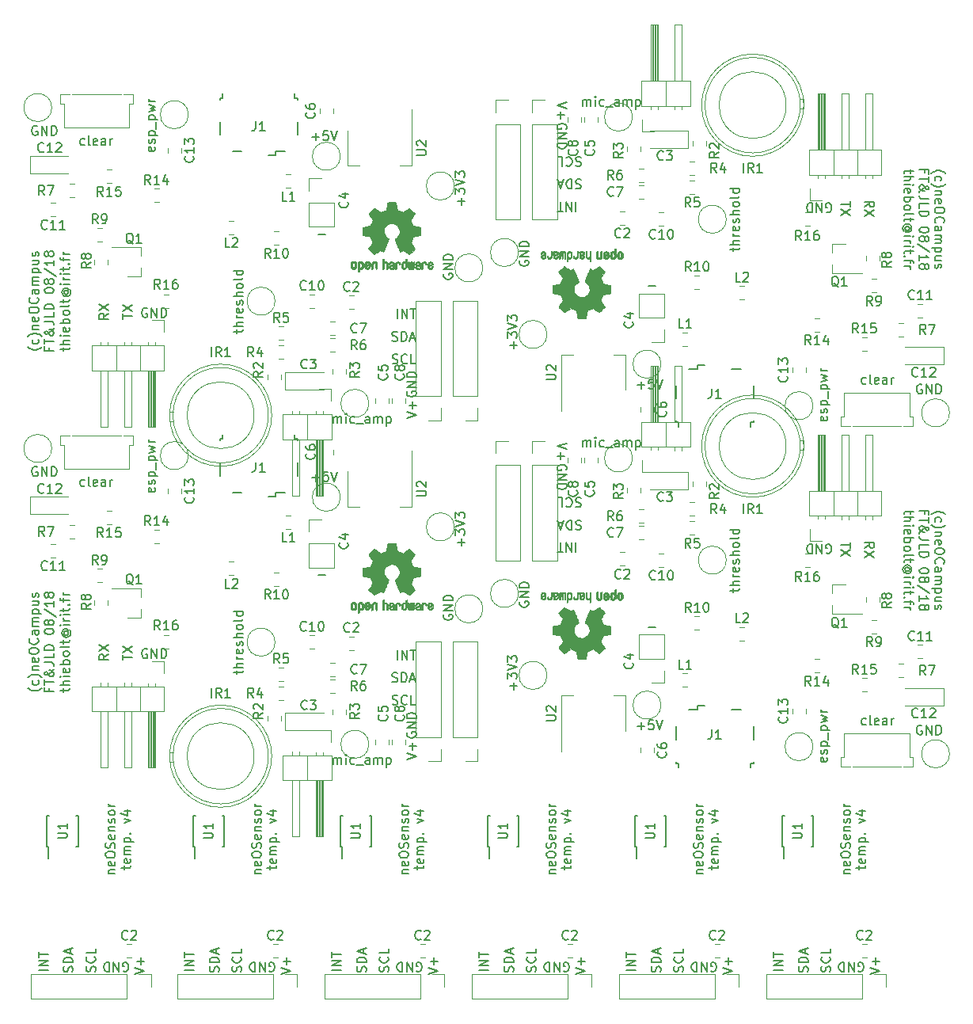
<source format=gto>
G04 #@! TF.GenerationSoftware,KiCad,Pcbnew,6.0.0-rc1-unknown-r13609-32d262b0*
G04 #@! TF.CreationDate,2018-08-28T00:11:02+02:00*
G04 #@! TF.ProjectId,neOSensorV4_panel,6E654F53656E736F7256345F70616E65,v4*
G04 #@! TF.SameCoordinates,Original*
G04 #@! TF.FileFunction,Legend,Top*
G04 #@! TF.FilePolarity,Positive*
%FSLAX46Y46*%
G04 Gerber Fmt 4.6, Leading zero omitted, Abs format (unit mm)*
G04 Created by KiCad (PCBNEW 6.0.0-rc1-unknown-r13609-32d262b0) date Tue Aug 28 00:11:02 2018*
%MOMM*%
%LPD*%
G01*
G04 APERTURE LIST*
%ADD10C,0.150000*%
%ADD11C,0.120000*%
%ADD12C,0.010000*%
G04 APERTURE END LIST*
D10*
X149097904Y-127754000D02*
X149193142Y-127801619D01*
X149336000Y-127801619D01*
X149478857Y-127754000D01*
X149574095Y-127658761D01*
X149621714Y-127563523D01*
X149669333Y-127373047D01*
X149669333Y-127230190D01*
X149621714Y-127039714D01*
X149574095Y-126944476D01*
X149478857Y-126849238D01*
X149336000Y-126801619D01*
X149240761Y-126801619D01*
X149097904Y-126849238D01*
X149050285Y-126896857D01*
X149050285Y-127230190D01*
X149240761Y-127230190D01*
X148621714Y-126801619D02*
X148621714Y-127801619D01*
X148050285Y-126801619D01*
X148050285Y-127801619D01*
X147574095Y-126801619D02*
X147574095Y-127801619D01*
X147336000Y-127801619D01*
X147193142Y-127754000D01*
X147097904Y-127658761D01*
X147050285Y-127563523D01*
X147002666Y-127373047D01*
X147002666Y-127230190D01*
X147050285Y-127039714D01*
X147097904Y-126944476D01*
X147193142Y-126849238D01*
X147336000Y-126801619D01*
X147574095Y-126801619D01*
X150328380Y-128079380D02*
X151328380Y-127746047D01*
X150328380Y-127412714D01*
X150947428Y-127079380D02*
X150947428Y-126317476D01*
X151328380Y-126698428D02*
X150566476Y-126698428D01*
X146073761Y-127809476D02*
X146121380Y-127666619D01*
X146121380Y-127428523D01*
X146073761Y-127333285D01*
X146026142Y-127285666D01*
X145930904Y-127238047D01*
X145835666Y-127238047D01*
X145740428Y-127285666D01*
X145692809Y-127333285D01*
X145645190Y-127428523D01*
X145597571Y-127619000D01*
X145549952Y-127714238D01*
X145502333Y-127761857D01*
X145407095Y-127809476D01*
X145311857Y-127809476D01*
X145216619Y-127761857D01*
X145169000Y-127714238D01*
X145121380Y-127619000D01*
X145121380Y-127380904D01*
X145169000Y-127238047D01*
X146026142Y-126238047D02*
X146073761Y-126285666D01*
X146121380Y-126428523D01*
X146121380Y-126523761D01*
X146073761Y-126666619D01*
X145978523Y-126761857D01*
X145883285Y-126809476D01*
X145692809Y-126857095D01*
X145549952Y-126857095D01*
X145359476Y-126809476D01*
X145264238Y-126761857D01*
X145169000Y-126666619D01*
X145121380Y-126523761D01*
X145121380Y-126428523D01*
X145169000Y-126285666D01*
X145216619Y-126238047D01*
X146121380Y-125333285D02*
X146121380Y-125809476D01*
X145121380Y-125809476D01*
X143660761Y-127833285D02*
X143708380Y-127690428D01*
X143708380Y-127452333D01*
X143660761Y-127357095D01*
X143613142Y-127309476D01*
X143517904Y-127261857D01*
X143422666Y-127261857D01*
X143327428Y-127309476D01*
X143279809Y-127357095D01*
X143232190Y-127452333D01*
X143184571Y-127642809D01*
X143136952Y-127738047D01*
X143089333Y-127785666D01*
X142994095Y-127833285D01*
X142898857Y-127833285D01*
X142803619Y-127785666D01*
X142756000Y-127738047D01*
X142708380Y-127642809D01*
X142708380Y-127404714D01*
X142756000Y-127261857D01*
X143708380Y-126833285D02*
X142708380Y-126833285D01*
X142708380Y-126595190D01*
X142756000Y-126452333D01*
X142851238Y-126357095D01*
X142946476Y-126309476D01*
X143136952Y-126261857D01*
X143279809Y-126261857D01*
X143470285Y-126309476D01*
X143565523Y-126357095D01*
X143660761Y-126452333D01*
X143708380Y-126595190D01*
X143708380Y-126833285D01*
X143422666Y-125880904D02*
X143422666Y-125404714D01*
X143708380Y-125976142D02*
X142708380Y-125642809D01*
X143708380Y-125309476D01*
X147550714Y-117355476D02*
X148217380Y-117355476D01*
X147645952Y-117355476D02*
X147598333Y-117307857D01*
X147550714Y-117212619D01*
X147550714Y-117069761D01*
X147598333Y-116974523D01*
X147693571Y-116926904D01*
X148217380Y-116926904D01*
X148169761Y-116069761D02*
X148217380Y-116165000D01*
X148217380Y-116355476D01*
X148169761Y-116450714D01*
X148074523Y-116498333D01*
X147693571Y-116498333D01*
X147598333Y-116450714D01*
X147550714Y-116355476D01*
X147550714Y-116165000D01*
X147598333Y-116069761D01*
X147693571Y-116022142D01*
X147788809Y-116022142D01*
X147884047Y-116498333D01*
X147217380Y-115403095D02*
X147217380Y-115212619D01*
X147265000Y-115117380D01*
X147360238Y-115022142D01*
X147550714Y-114974523D01*
X147884047Y-114974523D01*
X148074523Y-115022142D01*
X148169761Y-115117380D01*
X148217380Y-115212619D01*
X148217380Y-115403095D01*
X148169761Y-115498333D01*
X148074523Y-115593571D01*
X147884047Y-115641190D01*
X147550714Y-115641190D01*
X147360238Y-115593571D01*
X147265000Y-115498333D01*
X147217380Y-115403095D01*
X148169761Y-114593571D02*
X148217380Y-114450714D01*
X148217380Y-114212619D01*
X148169761Y-114117380D01*
X148122142Y-114069761D01*
X148026904Y-114022142D01*
X147931666Y-114022142D01*
X147836428Y-114069761D01*
X147788809Y-114117380D01*
X147741190Y-114212619D01*
X147693571Y-114403095D01*
X147645952Y-114498333D01*
X147598333Y-114545952D01*
X147503095Y-114593571D01*
X147407857Y-114593571D01*
X147312619Y-114545952D01*
X147265000Y-114498333D01*
X147217380Y-114403095D01*
X147217380Y-114165000D01*
X147265000Y-114022142D01*
X148169761Y-113212619D02*
X148217380Y-113307857D01*
X148217380Y-113498333D01*
X148169761Y-113593571D01*
X148074523Y-113641190D01*
X147693571Y-113641190D01*
X147598333Y-113593571D01*
X147550714Y-113498333D01*
X147550714Y-113307857D01*
X147598333Y-113212619D01*
X147693571Y-113165000D01*
X147788809Y-113165000D01*
X147884047Y-113641190D01*
X147550714Y-112736428D02*
X148217380Y-112736428D01*
X147645952Y-112736428D02*
X147598333Y-112688809D01*
X147550714Y-112593571D01*
X147550714Y-112450714D01*
X147598333Y-112355476D01*
X147693571Y-112307857D01*
X148217380Y-112307857D01*
X148169761Y-111879285D02*
X148217380Y-111784047D01*
X148217380Y-111593571D01*
X148169761Y-111498333D01*
X148074523Y-111450714D01*
X148026904Y-111450714D01*
X147931666Y-111498333D01*
X147884047Y-111593571D01*
X147884047Y-111736428D01*
X147836428Y-111831666D01*
X147741190Y-111879285D01*
X147693571Y-111879285D01*
X147598333Y-111831666D01*
X147550714Y-111736428D01*
X147550714Y-111593571D01*
X147598333Y-111498333D01*
X148217380Y-110879285D02*
X148169761Y-110974523D01*
X148122142Y-111022142D01*
X148026904Y-111069761D01*
X147741190Y-111069761D01*
X147645952Y-111022142D01*
X147598333Y-110974523D01*
X147550714Y-110879285D01*
X147550714Y-110736428D01*
X147598333Y-110641190D01*
X147645952Y-110593571D01*
X147741190Y-110545952D01*
X148026904Y-110545952D01*
X148122142Y-110593571D01*
X148169761Y-110641190D01*
X148217380Y-110736428D01*
X148217380Y-110879285D01*
X148217380Y-110117380D02*
X147550714Y-110117380D01*
X147741190Y-110117380D02*
X147645952Y-110069761D01*
X147598333Y-110022142D01*
X147550714Y-109926904D01*
X147550714Y-109831666D01*
X149200714Y-116879285D02*
X149200714Y-116498333D01*
X148867380Y-116736428D02*
X149724523Y-116736428D01*
X149819761Y-116688809D01*
X149867380Y-116593571D01*
X149867380Y-116498333D01*
X149819761Y-115784047D02*
X149867380Y-115879285D01*
X149867380Y-116069761D01*
X149819761Y-116165000D01*
X149724523Y-116212619D01*
X149343571Y-116212619D01*
X149248333Y-116165000D01*
X149200714Y-116069761D01*
X149200714Y-115879285D01*
X149248333Y-115784047D01*
X149343571Y-115736428D01*
X149438809Y-115736428D01*
X149534047Y-116212619D01*
X149867380Y-115307857D02*
X149200714Y-115307857D01*
X149295952Y-115307857D02*
X149248333Y-115260238D01*
X149200714Y-115165000D01*
X149200714Y-115022142D01*
X149248333Y-114926904D01*
X149343571Y-114879285D01*
X149867380Y-114879285D01*
X149343571Y-114879285D02*
X149248333Y-114831666D01*
X149200714Y-114736428D01*
X149200714Y-114593571D01*
X149248333Y-114498333D01*
X149343571Y-114450714D01*
X149867380Y-114450714D01*
X149200714Y-113974523D02*
X150200714Y-113974523D01*
X149248333Y-113974523D02*
X149200714Y-113879285D01*
X149200714Y-113688809D01*
X149248333Y-113593571D01*
X149295952Y-113545952D01*
X149391190Y-113498333D01*
X149676904Y-113498333D01*
X149772142Y-113545952D01*
X149819761Y-113593571D01*
X149867380Y-113688809D01*
X149867380Y-113879285D01*
X149819761Y-113974523D01*
X149772142Y-113069761D02*
X149819761Y-113022142D01*
X149867380Y-113069761D01*
X149819761Y-113117380D01*
X149772142Y-113069761D01*
X149867380Y-113069761D01*
X149200714Y-111926904D02*
X149867380Y-111688809D01*
X149200714Y-111450714D01*
X149200714Y-110641190D02*
X149867380Y-110641190D01*
X148819761Y-110879285D02*
X149534047Y-111117380D01*
X149534047Y-110498333D01*
X141041380Y-127650761D02*
X140041380Y-127650761D01*
X141041380Y-127174571D02*
X140041380Y-127174571D01*
X141041380Y-126603142D01*
X140041380Y-126603142D01*
X140041380Y-126269809D02*
X140041380Y-125698380D01*
X141041380Y-125984095D02*
X140041380Y-125984095D01*
X134580380Y-128079380D02*
X135580380Y-127746047D01*
X134580380Y-127412714D01*
X135199428Y-127079380D02*
X135199428Y-126317476D01*
X135580380Y-126698428D02*
X134818476Y-126698428D01*
X133349904Y-127754000D02*
X133445142Y-127801619D01*
X133588000Y-127801619D01*
X133730857Y-127754000D01*
X133826095Y-127658761D01*
X133873714Y-127563523D01*
X133921333Y-127373047D01*
X133921333Y-127230190D01*
X133873714Y-127039714D01*
X133826095Y-126944476D01*
X133730857Y-126849238D01*
X133588000Y-126801619D01*
X133492761Y-126801619D01*
X133349904Y-126849238D01*
X133302285Y-126896857D01*
X133302285Y-127230190D01*
X133492761Y-127230190D01*
X132873714Y-126801619D02*
X132873714Y-127801619D01*
X132302285Y-126801619D01*
X132302285Y-127801619D01*
X131826095Y-126801619D02*
X131826095Y-127801619D01*
X131588000Y-127801619D01*
X131445142Y-127754000D01*
X131349904Y-127658761D01*
X131302285Y-127563523D01*
X131254666Y-127373047D01*
X131254666Y-127230190D01*
X131302285Y-127039714D01*
X131349904Y-126944476D01*
X131445142Y-126849238D01*
X131588000Y-126801619D01*
X131826095Y-126801619D01*
X131802714Y-117355476D02*
X132469380Y-117355476D01*
X131897952Y-117355476D02*
X131850333Y-117307857D01*
X131802714Y-117212619D01*
X131802714Y-117069761D01*
X131850333Y-116974523D01*
X131945571Y-116926904D01*
X132469380Y-116926904D01*
X132421761Y-116069761D02*
X132469380Y-116165000D01*
X132469380Y-116355476D01*
X132421761Y-116450714D01*
X132326523Y-116498333D01*
X131945571Y-116498333D01*
X131850333Y-116450714D01*
X131802714Y-116355476D01*
X131802714Y-116165000D01*
X131850333Y-116069761D01*
X131945571Y-116022142D01*
X132040809Y-116022142D01*
X132136047Y-116498333D01*
X131469380Y-115403095D02*
X131469380Y-115212619D01*
X131517000Y-115117380D01*
X131612238Y-115022142D01*
X131802714Y-114974523D01*
X132136047Y-114974523D01*
X132326523Y-115022142D01*
X132421761Y-115117380D01*
X132469380Y-115212619D01*
X132469380Y-115403095D01*
X132421761Y-115498333D01*
X132326523Y-115593571D01*
X132136047Y-115641190D01*
X131802714Y-115641190D01*
X131612238Y-115593571D01*
X131517000Y-115498333D01*
X131469380Y-115403095D01*
X132421761Y-114593571D02*
X132469380Y-114450714D01*
X132469380Y-114212619D01*
X132421761Y-114117380D01*
X132374142Y-114069761D01*
X132278904Y-114022142D01*
X132183666Y-114022142D01*
X132088428Y-114069761D01*
X132040809Y-114117380D01*
X131993190Y-114212619D01*
X131945571Y-114403095D01*
X131897952Y-114498333D01*
X131850333Y-114545952D01*
X131755095Y-114593571D01*
X131659857Y-114593571D01*
X131564619Y-114545952D01*
X131517000Y-114498333D01*
X131469380Y-114403095D01*
X131469380Y-114165000D01*
X131517000Y-114022142D01*
X132421761Y-113212619D02*
X132469380Y-113307857D01*
X132469380Y-113498333D01*
X132421761Y-113593571D01*
X132326523Y-113641190D01*
X131945571Y-113641190D01*
X131850333Y-113593571D01*
X131802714Y-113498333D01*
X131802714Y-113307857D01*
X131850333Y-113212619D01*
X131945571Y-113165000D01*
X132040809Y-113165000D01*
X132136047Y-113641190D01*
X131802714Y-112736428D02*
X132469380Y-112736428D01*
X131897952Y-112736428D02*
X131850333Y-112688809D01*
X131802714Y-112593571D01*
X131802714Y-112450714D01*
X131850333Y-112355476D01*
X131945571Y-112307857D01*
X132469380Y-112307857D01*
X132421761Y-111879285D02*
X132469380Y-111784047D01*
X132469380Y-111593571D01*
X132421761Y-111498333D01*
X132326523Y-111450714D01*
X132278904Y-111450714D01*
X132183666Y-111498333D01*
X132136047Y-111593571D01*
X132136047Y-111736428D01*
X132088428Y-111831666D01*
X131993190Y-111879285D01*
X131945571Y-111879285D01*
X131850333Y-111831666D01*
X131802714Y-111736428D01*
X131802714Y-111593571D01*
X131850333Y-111498333D01*
X132469380Y-110879285D02*
X132421761Y-110974523D01*
X132374142Y-111022142D01*
X132278904Y-111069761D01*
X131993190Y-111069761D01*
X131897952Y-111022142D01*
X131850333Y-110974523D01*
X131802714Y-110879285D01*
X131802714Y-110736428D01*
X131850333Y-110641190D01*
X131897952Y-110593571D01*
X131993190Y-110545952D01*
X132278904Y-110545952D01*
X132374142Y-110593571D01*
X132421761Y-110641190D01*
X132469380Y-110736428D01*
X132469380Y-110879285D01*
X132469380Y-110117380D02*
X131802714Y-110117380D01*
X131993190Y-110117380D02*
X131897952Y-110069761D01*
X131850333Y-110022142D01*
X131802714Y-109926904D01*
X131802714Y-109831666D01*
X133452714Y-116879285D02*
X133452714Y-116498333D01*
X133119380Y-116736428D02*
X133976523Y-116736428D01*
X134071761Y-116688809D01*
X134119380Y-116593571D01*
X134119380Y-116498333D01*
X134071761Y-115784047D02*
X134119380Y-115879285D01*
X134119380Y-116069761D01*
X134071761Y-116165000D01*
X133976523Y-116212619D01*
X133595571Y-116212619D01*
X133500333Y-116165000D01*
X133452714Y-116069761D01*
X133452714Y-115879285D01*
X133500333Y-115784047D01*
X133595571Y-115736428D01*
X133690809Y-115736428D01*
X133786047Y-116212619D01*
X134119380Y-115307857D02*
X133452714Y-115307857D01*
X133547952Y-115307857D02*
X133500333Y-115260238D01*
X133452714Y-115165000D01*
X133452714Y-115022142D01*
X133500333Y-114926904D01*
X133595571Y-114879285D01*
X134119380Y-114879285D01*
X133595571Y-114879285D02*
X133500333Y-114831666D01*
X133452714Y-114736428D01*
X133452714Y-114593571D01*
X133500333Y-114498333D01*
X133595571Y-114450714D01*
X134119380Y-114450714D01*
X133452714Y-113974523D02*
X134452714Y-113974523D01*
X133500333Y-113974523D02*
X133452714Y-113879285D01*
X133452714Y-113688809D01*
X133500333Y-113593571D01*
X133547952Y-113545952D01*
X133643190Y-113498333D01*
X133928904Y-113498333D01*
X134024142Y-113545952D01*
X134071761Y-113593571D01*
X134119380Y-113688809D01*
X134119380Y-113879285D01*
X134071761Y-113974523D01*
X134024142Y-113069761D02*
X134071761Y-113022142D01*
X134119380Y-113069761D01*
X134071761Y-113117380D01*
X134024142Y-113069761D01*
X134119380Y-113069761D01*
X133452714Y-111926904D02*
X134119380Y-111688809D01*
X133452714Y-111450714D01*
X133452714Y-110641190D02*
X134119380Y-110641190D01*
X133071761Y-110879285D02*
X133786047Y-111117380D01*
X133786047Y-110498333D01*
X127912761Y-127833285D02*
X127960380Y-127690428D01*
X127960380Y-127452333D01*
X127912761Y-127357095D01*
X127865142Y-127309476D01*
X127769904Y-127261857D01*
X127674666Y-127261857D01*
X127579428Y-127309476D01*
X127531809Y-127357095D01*
X127484190Y-127452333D01*
X127436571Y-127642809D01*
X127388952Y-127738047D01*
X127341333Y-127785666D01*
X127246095Y-127833285D01*
X127150857Y-127833285D01*
X127055619Y-127785666D01*
X127008000Y-127738047D01*
X126960380Y-127642809D01*
X126960380Y-127404714D01*
X127008000Y-127261857D01*
X127960380Y-126833285D02*
X126960380Y-126833285D01*
X126960380Y-126595190D01*
X127008000Y-126452333D01*
X127103238Y-126357095D01*
X127198476Y-126309476D01*
X127388952Y-126261857D01*
X127531809Y-126261857D01*
X127722285Y-126309476D01*
X127817523Y-126357095D01*
X127912761Y-126452333D01*
X127960380Y-126595190D01*
X127960380Y-126833285D01*
X127674666Y-125880904D02*
X127674666Y-125404714D01*
X127960380Y-125976142D02*
X126960380Y-125642809D01*
X127960380Y-125309476D01*
X130325761Y-127809476D02*
X130373380Y-127666619D01*
X130373380Y-127428523D01*
X130325761Y-127333285D01*
X130278142Y-127285666D01*
X130182904Y-127238047D01*
X130087666Y-127238047D01*
X129992428Y-127285666D01*
X129944809Y-127333285D01*
X129897190Y-127428523D01*
X129849571Y-127619000D01*
X129801952Y-127714238D01*
X129754333Y-127761857D01*
X129659095Y-127809476D01*
X129563857Y-127809476D01*
X129468619Y-127761857D01*
X129421000Y-127714238D01*
X129373380Y-127619000D01*
X129373380Y-127380904D01*
X129421000Y-127238047D01*
X130278142Y-126238047D02*
X130325761Y-126285666D01*
X130373380Y-126428523D01*
X130373380Y-126523761D01*
X130325761Y-126666619D01*
X130230523Y-126761857D01*
X130135285Y-126809476D01*
X129944809Y-126857095D01*
X129801952Y-126857095D01*
X129611476Y-126809476D01*
X129516238Y-126761857D01*
X129421000Y-126666619D01*
X129373380Y-126523761D01*
X129373380Y-126428523D01*
X129421000Y-126285666D01*
X129468619Y-126238047D01*
X130373380Y-125333285D02*
X130373380Y-125809476D01*
X129373380Y-125809476D01*
X125293380Y-127650761D02*
X124293380Y-127650761D01*
X125293380Y-127174571D02*
X124293380Y-127174571D01*
X125293380Y-126603142D01*
X124293380Y-126603142D01*
X124293380Y-126269809D02*
X124293380Y-125698380D01*
X125293380Y-125984095D02*
X124293380Y-125984095D01*
X114577761Y-127809476D02*
X114625380Y-127666619D01*
X114625380Y-127428523D01*
X114577761Y-127333285D01*
X114530142Y-127285666D01*
X114434904Y-127238047D01*
X114339666Y-127238047D01*
X114244428Y-127285666D01*
X114196809Y-127333285D01*
X114149190Y-127428523D01*
X114101571Y-127619000D01*
X114053952Y-127714238D01*
X114006333Y-127761857D01*
X113911095Y-127809476D01*
X113815857Y-127809476D01*
X113720619Y-127761857D01*
X113673000Y-127714238D01*
X113625380Y-127619000D01*
X113625380Y-127380904D01*
X113673000Y-127238047D01*
X114530142Y-126238047D02*
X114577761Y-126285666D01*
X114625380Y-126428523D01*
X114625380Y-126523761D01*
X114577761Y-126666619D01*
X114482523Y-126761857D01*
X114387285Y-126809476D01*
X114196809Y-126857095D01*
X114053952Y-126857095D01*
X113863476Y-126809476D01*
X113768238Y-126761857D01*
X113673000Y-126666619D01*
X113625380Y-126523761D01*
X113625380Y-126428523D01*
X113673000Y-126285666D01*
X113720619Y-126238047D01*
X114625380Y-125333285D02*
X114625380Y-125809476D01*
X113625380Y-125809476D01*
X117601904Y-127754000D02*
X117697142Y-127801619D01*
X117840000Y-127801619D01*
X117982857Y-127754000D01*
X118078095Y-127658761D01*
X118125714Y-127563523D01*
X118173333Y-127373047D01*
X118173333Y-127230190D01*
X118125714Y-127039714D01*
X118078095Y-126944476D01*
X117982857Y-126849238D01*
X117840000Y-126801619D01*
X117744761Y-126801619D01*
X117601904Y-126849238D01*
X117554285Y-126896857D01*
X117554285Y-127230190D01*
X117744761Y-127230190D01*
X117125714Y-126801619D02*
X117125714Y-127801619D01*
X116554285Y-126801619D01*
X116554285Y-127801619D01*
X116078095Y-126801619D02*
X116078095Y-127801619D01*
X115840000Y-127801619D01*
X115697142Y-127754000D01*
X115601904Y-127658761D01*
X115554285Y-127563523D01*
X115506666Y-127373047D01*
X115506666Y-127230190D01*
X115554285Y-127039714D01*
X115601904Y-126944476D01*
X115697142Y-126849238D01*
X115840000Y-126801619D01*
X116078095Y-126801619D01*
X116054714Y-117355476D02*
X116721380Y-117355476D01*
X116149952Y-117355476D02*
X116102333Y-117307857D01*
X116054714Y-117212619D01*
X116054714Y-117069761D01*
X116102333Y-116974523D01*
X116197571Y-116926904D01*
X116721380Y-116926904D01*
X116673761Y-116069761D02*
X116721380Y-116165000D01*
X116721380Y-116355476D01*
X116673761Y-116450714D01*
X116578523Y-116498333D01*
X116197571Y-116498333D01*
X116102333Y-116450714D01*
X116054714Y-116355476D01*
X116054714Y-116165000D01*
X116102333Y-116069761D01*
X116197571Y-116022142D01*
X116292809Y-116022142D01*
X116388047Y-116498333D01*
X115721380Y-115403095D02*
X115721380Y-115212619D01*
X115769000Y-115117380D01*
X115864238Y-115022142D01*
X116054714Y-114974523D01*
X116388047Y-114974523D01*
X116578523Y-115022142D01*
X116673761Y-115117380D01*
X116721380Y-115212619D01*
X116721380Y-115403095D01*
X116673761Y-115498333D01*
X116578523Y-115593571D01*
X116388047Y-115641190D01*
X116054714Y-115641190D01*
X115864238Y-115593571D01*
X115769000Y-115498333D01*
X115721380Y-115403095D01*
X116673761Y-114593571D02*
X116721380Y-114450714D01*
X116721380Y-114212619D01*
X116673761Y-114117380D01*
X116626142Y-114069761D01*
X116530904Y-114022142D01*
X116435666Y-114022142D01*
X116340428Y-114069761D01*
X116292809Y-114117380D01*
X116245190Y-114212619D01*
X116197571Y-114403095D01*
X116149952Y-114498333D01*
X116102333Y-114545952D01*
X116007095Y-114593571D01*
X115911857Y-114593571D01*
X115816619Y-114545952D01*
X115769000Y-114498333D01*
X115721380Y-114403095D01*
X115721380Y-114165000D01*
X115769000Y-114022142D01*
X116673761Y-113212619D02*
X116721380Y-113307857D01*
X116721380Y-113498333D01*
X116673761Y-113593571D01*
X116578523Y-113641190D01*
X116197571Y-113641190D01*
X116102333Y-113593571D01*
X116054714Y-113498333D01*
X116054714Y-113307857D01*
X116102333Y-113212619D01*
X116197571Y-113165000D01*
X116292809Y-113165000D01*
X116388047Y-113641190D01*
X116054714Y-112736428D02*
X116721380Y-112736428D01*
X116149952Y-112736428D02*
X116102333Y-112688809D01*
X116054714Y-112593571D01*
X116054714Y-112450714D01*
X116102333Y-112355476D01*
X116197571Y-112307857D01*
X116721380Y-112307857D01*
X116673761Y-111879285D02*
X116721380Y-111784047D01*
X116721380Y-111593571D01*
X116673761Y-111498333D01*
X116578523Y-111450714D01*
X116530904Y-111450714D01*
X116435666Y-111498333D01*
X116388047Y-111593571D01*
X116388047Y-111736428D01*
X116340428Y-111831666D01*
X116245190Y-111879285D01*
X116197571Y-111879285D01*
X116102333Y-111831666D01*
X116054714Y-111736428D01*
X116054714Y-111593571D01*
X116102333Y-111498333D01*
X116721380Y-110879285D02*
X116673761Y-110974523D01*
X116626142Y-111022142D01*
X116530904Y-111069761D01*
X116245190Y-111069761D01*
X116149952Y-111022142D01*
X116102333Y-110974523D01*
X116054714Y-110879285D01*
X116054714Y-110736428D01*
X116102333Y-110641190D01*
X116149952Y-110593571D01*
X116245190Y-110545952D01*
X116530904Y-110545952D01*
X116626142Y-110593571D01*
X116673761Y-110641190D01*
X116721380Y-110736428D01*
X116721380Y-110879285D01*
X116721380Y-110117380D02*
X116054714Y-110117380D01*
X116245190Y-110117380D02*
X116149952Y-110069761D01*
X116102333Y-110022142D01*
X116054714Y-109926904D01*
X116054714Y-109831666D01*
X117704714Y-116879285D02*
X117704714Y-116498333D01*
X117371380Y-116736428D02*
X118228523Y-116736428D01*
X118323761Y-116688809D01*
X118371380Y-116593571D01*
X118371380Y-116498333D01*
X118323761Y-115784047D02*
X118371380Y-115879285D01*
X118371380Y-116069761D01*
X118323761Y-116165000D01*
X118228523Y-116212619D01*
X117847571Y-116212619D01*
X117752333Y-116165000D01*
X117704714Y-116069761D01*
X117704714Y-115879285D01*
X117752333Y-115784047D01*
X117847571Y-115736428D01*
X117942809Y-115736428D01*
X118038047Y-116212619D01*
X118371380Y-115307857D02*
X117704714Y-115307857D01*
X117799952Y-115307857D02*
X117752333Y-115260238D01*
X117704714Y-115165000D01*
X117704714Y-115022142D01*
X117752333Y-114926904D01*
X117847571Y-114879285D01*
X118371380Y-114879285D01*
X117847571Y-114879285D02*
X117752333Y-114831666D01*
X117704714Y-114736428D01*
X117704714Y-114593571D01*
X117752333Y-114498333D01*
X117847571Y-114450714D01*
X118371380Y-114450714D01*
X117704714Y-113974523D02*
X118704714Y-113974523D01*
X117752333Y-113974523D02*
X117704714Y-113879285D01*
X117704714Y-113688809D01*
X117752333Y-113593571D01*
X117799952Y-113545952D01*
X117895190Y-113498333D01*
X118180904Y-113498333D01*
X118276142Y-113545952D01*
X118323761Y-113593571D01*
X118371380Y-113688809D01*
X118371380Y-113879285D01*
X118323761Y-113974523D01*
X118276142Y-113069761D02*
X118323761Y-113022142D01*
X118371380Y-113069761D01*
X118323761Y-113117380D01*
X118276142Y-113069761D01*
X118371380Y-113069761D01*
X117704714Y-111926904D02*
X118371380Y-111688809D01*
X117704714Y-111450714D01*
X117704714Y-110641190D02*
X118371380Y-110641190D01*
X117323761Y-110879285D02*
X118038047Y-111117380D01*
X118038047Y-110498333D01*
X118832380Y-128079380D02*
X119832380Y-127746047D01*
X118832380Y-127412714D01*
X119451428Y-127079380D02*
X119451428Y-126317476D01*
X119832380Y-126698428D02*
X119070476Y-126698428D01*
X109545380Y-127650761D02*
X108545380Y-127650761D01*
X109545380Y-127174571D02*
X108545380Y-127174571D01*
X109545380Y-126603142D01*
X108545380Y-126603142D01*
X108545380Y-126269809D02*
X108545380Y-125698380D01*
X109545380Y-125984095D02*
X108545380Y-125984095D01*
X112164761Y-127833285D02*
X112212380Y-127690428D01*
X112212380Y-127452333D01*
X112164761Y-127357095D01*
X112117142Y-127309476D01*
X112021904Y-127261857D01*
X111926666Y-127261857D01*
X111831428Y-127309476D01*
X111783809Y-127357095D01*
X111736190Y-127452333D01*
X111688571Y-127642809D01*
X111640952Y-127738047D01*
X111593333Y-127785666D01*
X111498095Y-127833285D01*
X111402857Y-127833285D01*
X111307619Y-127785666D01*
X111260000Y-127738047D01*
X111212380Y-127642809D01*
X111212380Y-127404714D01*
X111260000Y-127261857D01*
X112212380Y-126833285D02*
X111212380Y-126833285D01*
X111212380Y-126595190D01*
X111260000Y-126452333D01*
X111355238Y-126357095D01*
X111450476Y-126309476D01*
X111640952Y-126261857D01*
X111783809Y-126261857D01*
X111974285Y-126309476D01*
X112069523Y-126357095D01*
X112164761Y-126452333D01*
X112212380Y-126595190D01*
X112212380Y-126833285D01*
X111926666Y-125880904D02*
X111926666Y-125404714D01*
X112212380Y-125976142D02*
X111212380Y-125642809D01*
X112212380Y-125309476D01*
X98829761Y-127809476D02*
X98877380Y-127666619D01*
X98877380Y-127428523D01*
X98829761Y-127333285D01*
X98782142Y-127285666D01*
X98686904Y-127238047D01*
X98591666Y-127238047D01*
X98496428Y-127285666D01*
X98448809Y-127333285D01*
X98401190Y-127428523D01*
X98353571Y-127619000D01*
X98305952Y-127714238D01*
X98258333Y-127761857D01*
X98163095Y-127809476D01*
X98067857Y-127809476D01*
X97972619Y-127761857D01*
X97925000Y-127714238D01*
X97877380Y-127619000D01*
X97877380Y-127380904D01*
X97925000Y-127238047D01*
X98782142Y-126238047D02*
X98829761Y-126285666D01*
X98877380Y-126428523D01*
X98877380Y-126523761D01*
X98829761Y-126666619D01*
X98734523Y-126761857D01*
X98639285Y-126809476D01*
X98448809Y-126857095D01*
X98305952Y-126857095D01*
X98115476Y-126809476D01*
X98020238Y-126761857D01*
X97925000Y-126666619D01*
X97877380Y-126523761D01*
X97877380Y-126428523D01*
X97925000Y-126285666D01*
X97972619Y-126238047D01*
X98877380Y-125333285D02*
X98877380Y-125809476D01*
X97877380Y-125809476D01*
X101853904Y-127754000D02*
X101949142Y-127801619D01*
X102092000Y-127801619D01*
X102234857Y-127754000D01*
X102330095Y-127658761D01*
X102377714Y-127563523D01*
X102425333Y-127373047D01*
X102425333Y-127230190D01*
X102377714Y-127039714D01*
X102330095Y-126944476D01*
X102234857Y-126849238D01*
X102092000Y-126801619D01*
X101996761Y-126801619D01*
X101853904Y-126849238D01*
X101806285Y-126896857D01*
X101806285Y-127230190D01*
X101996761Y-127230190D01*
X101377714Y-126801619D02*
X101377714Y-127801619D01*
X100806285Y-126801619D01*
X100806285Y-127801619D01*
X100330095Y-126801619D02*
X100330095Y-127801619D01*
X100092000Y-127801619D01*
X99949142Y-127754000D01*
X99853904Y-127658761D01*
X99806285Y-127563523D01*
X99758666Y-127373047D01*
X99758666Y-127230190D01*
X99806285Y-127039714D01*
X99853904Y-126944476D01*
X99949142Y-126849238D01*
X100092000Y-126801619D01*
X100330095Y-126801619D01*
X100306714Y-117355476D02*
X100973380Y-117355476D01*
X100401952Y-117355476D02*
X100354333Y-117307857D01*
X100306714Y-117212619D01*
X100306714Y-117069761D01*
X100354333Y-116974523D01*
X100449571Y-116926904D01*
X100973380Y-116926904D01*
X100925761Y-116069761D02*
X100973380Y-116165000D01*
X100973380Y-116355476D01*
X100925761Y-116450714D01*
X100830523Y-116498333D01*
X100449571Y-116498333D01*
X100354333Y-116450714D01*
X100306714Y-116355476D01*
X100306714Y-116165000D01*
X100354333Y-116069761D01*
X100449571Y-116022142D01*
X100544809Y-116022142D01*
X100640047Y-116498333D01*
X99973380Y-115403095D02*
X99973380Y-115212619D01*
X100021000Y-115117380D01*
X100116238Y-115022142D01*
X100306714Y-114974523D01*
X100640047Y-114974523D01*
X100830523Y-115022142D01*
X100925761Y-115117380D01*
X100973380Y-115212619D01*
X100973380Y-115403095D01*
X100925761Y-115498333D01*
X100830523Y-115593571D01*
X100640047Y-115641190D01*
X100306714Y-115641190D01*
X100116238Y-115593571D01*
X100021000Y-115498333D01*
X99973380Y-115403095D01*
X100925761Y-114593571D02*
X100973380Y-114450714D01*
X100973380Y-114212619D01*
X100925761Y-114117380D01*
X100878142Y-114069761D01*
X100782904Y-114022142D01*
X100687666Y-114022142D01*
X100592428Y-114069761D01*
X100544809Y-114117380D01*
X100497190Y-114212619D01*
X100449571Y-114403095D01*
X100401952Y-114498333D01*
X100354333Y-114545952D01*
X100259095Y-114593571D01*
X100163857Y-114593571D01*
X100068619Y-114545952D01*
X100021000Y-114498333D01*
X99973380Y-114403095D01*
X99973380Y-114165000D01*
X100021000Y-114022142D01*
X100925761Y-113212619D02*
X100973380Y-113307857D01*
X100973380Y-113498333D01*
X100925761Y-113593571D01*
X100830523Y-113641190D01*
X100449571Y-113641190D01*
X100354333Y-113593571D01*
X100306714Y-113498333D01*
X100306714Y-113307857D01*
X100354333Y-113212619D01*
X100449571Y-113165000D01*
X100544809Y-113165000D01*
X100640047Y-113641190D01*
X100306714Y-112736428D02*
X100973380Y-112736428D01*
X100401952Y-112736428D02*
X100354333Y-112688809D01*
X100306714Y-112593571D01*
X100306714Y-112450714D01*
X100354333Y-112355476D01*
X100449571Y-112307857D01*
X100973380Y-112307857D01*
X100925761Y-111879285D02*
X100973380Y-111784047D01*
X100973380Y-111593571D01*
X100925761Y-111498333D01*
X100830523Y-111450714D01*
X100782904Y-111450714D01*
X100687666Y-111498333D01*
X100640047Y-111593571D01*
X100640047Y-111736428D01*
X100592428Y-111831666D01*
X100497190Y-111879285D01*
X100449571Y-111879285D01*
X100354333Y-111831666D01*
X100306714Y-111736428D01*
X100306714Y-111593571D01*
X100354333Y-111498333D01*
X100973380Y-110879285D02*
X100925761Y-110974523D01*
X100878142Y-111022142D01*
X100782904Y-111069761D01*
X100497190Y-111069761D01*
X100401952Y-111022142D01*
X100354333Y-110974523D01*
X100306714Y-110879285D01*
X100306714Y-110736428D01*
X100354333Y-110641190D01*
X100401952Y-110593571D01*
X100497190Y-110545952D01*
X100782904Y-110545952D01*
X100878142Y-110593571D01*
X100925761Y-110641190D01*
X100973380Y-110736428D01*
X100973380Y-110879285D01*
X100973380Y-110117380D02*
X100306714Y-110117380D01*
X100497190Y-110117380D02*
X100401952Y-110069761D01*
X100354333Y-110022142D01*
X100306714Y-109926904D01*
X100306714Y-109831666D01*
X101956714Y-116879285D02*
X101956714Y-116498333D01*
X101623380Y-116736428D02*
X102480523Y-116736428D01*
X102575761Y-116688809D01*
X102623380Y-116593571D01*
X102623380Y-116498333D01*
X102575761Y-115784047D02*
X102623380Y-115879285D01*
X102623380Y-116069761D01*
X102575761Y-116165000D01*
X102480523Y-116212619D01*
X102099571Y-116212619D01*
X102004333Y-116165000D01*
X101956714Y-116069761D01*
X101956714Y-115879285D01*
X102004333Y-115784047D01*
X102099571Y-115736428D01*
X102194809Y-115736428D01*
X102290047Y-116212619D01*
X102623380Y-115307857D02*
X101956714Y-115307857D01*
X102051952Y-115307857D02*
X102004333Y-115260238D01*
X101956714Y-115165000D01*
X101956714Y-115022142D01*
X102004333Y-114926904D01*
X102099571Y-114879285D01*
X102623380Y-114879285D01*
X102099571Y-114879285D02*
X102004333Y-114831666D01*
X101956714Y-114736428D01*
X101956714Y-114593571D01*
X102004333Y-114498333D01*
X102099571Y-114450714D01*
X102623380Y-114450714D01*
X101956714Y-113974523D02*
X102956714Y-113974523D01*
X102004333Y-113974523D02*
X101956714Y-113879285D01*
X101956714Y-113688809D01*
X102004333Y-113593571D01*
X102051952Y-113545952D01*
X102147190Y-113498333D01*
X102432904Y-113498333D01*
X102528142Y-113545952D01*
X102575761Y-113593571D01*
X102623380Y-113688809D01*
X102623380Y-113879285D01*
X102575761Y-113974523D01*
X102528142Y-113069761D02*
X102575761Y-113022142D01*
X102623380Y-113069761D01*
X102575761Y-113117380D01*
X102528142Y-113069761D01*
X102623380Y-113069761D01*
X101956714Y-111926904D02*
X102623380Y-111688809D01*
X101956714Y-111450714D01*
X101956714Y-110641190D02*
X102623380Y-110641190D01*
X101575761Y-110879285D02*
X102290047Y-111117380D01*
X102290047Y-110498333D01*
X93797380Y-127650761D02*
X92797380Y-127650761D01*
X93797380Y-127174571D02*
X92797380Y-127174571D01*
X93797380Y-126603142D01*
X92797380Y-126603142D01*
X92797380Y-126269809D02*
X92797380Y-125698380D01*
X93797380Y-125984095D02*
X92797380Y-125984095D01*
X96416761Y-127833285D02*
X96464380Y-127690428D01*
X96464380Y-127452333D01*
X96416761Y-127357095D01*
X96369142Y-127309476D01*
X96273904Y-127261857D01*
X96178666Y-127261857D01*
X96083428Y-127309476D01*
X96035809Y-127357095D01*
X95988190Y-127452333D01*
X95940571Y-127642809D01*
X95892952Y-127738047D01*
X95845333Y-127785666D01*
X95750095Y-127833285D01*
X95654857Y-127833285D01*
X95559619Y-127785666D01*
X95512000Y-127738047D01*
X95464380Y-127642809D01*
X95464380Y-127404714D01*
X95512000Y-127261857D01*
X96464380Y-126833285D02*
X95464380Y-126833285D01*
X95464380Y-126595190D01*
X95512000Y-126452333D01*
X95607238Y-126357095D01*
X95702476Y-126309476D01*
X95892952Y-126261857D01*
X96035809Y-126261857D01*
X96226285Y-126309476D01*
X96321523Y-126357095D01*
X96416761Y-126452333D01*
X96464380Y-126595190D01*
X96464380Y-126833285D01*
X96178666Y-125880904D02*
X96178666Y-125404714D01*
X96464380Y-125976142D02*
X95464380Y-125642809D01*
X96464380Y-125309476D01*
X103084380Y-128079380D02*
X104084380Y-127746047D01*
X103084380Y-127412714D01*
X103703428Y-127079380D02*
X103703428Y-126317476D01*
X104084380Y-126698428D02*
X103322476Y-126698428D01*
X78049380Y-127650761D02*
X77049380Y-127650761D01*
X78049380Y-127174571D02*
X77049380Y-127174571D01*
X78049380Y-126603142D01*
X77049380Y-126603142D01*
X77049380Y-126269809D02*
X77049380Y-125698380D01*
X78049380Y-125984095D02*
X77049380Y-125984095D01*
X80668761Y-127833285D02*
X80716380Y-127690428D01*
X80716380Y-127452333D01*
X80668761Y-127357095D01*
X80621142Y-127309476D01*
X80525904Y-127261857D01*
X80430666Y-127261857D01*
X80335428Y-127309476D01*
X80287809Y-127357095D01*
X80240190Y-127452333D01*
X80192571Y-127642809D01*
X80144952Y-127738047D01*
X80097333Y-127785666D01*
X80002095Y-127833285D01*
X79906857Y-127833285D01*
X79811619Y-127785666D01*
X79764000Y-127738047D01*
X79716380Y-127642809D01*
X79716380Y-127404714D01*
X79764000Y-127261857D01*
X80716380Y-126833285D02*
X79716380Y-126833285D01*
X79716380Y-126595190D01*
X79764000Y-126452333D01*
X79859238Y-126357095D01*
X79954476Y-126309476D01*
X80144952Y-126261857D01*
X80287809Y-126261857D01*
X80478285Y-126309476D01*
X80573523Y-126357095D01*
X80668761Y-126452333D01*
X80716380Y-126595190D01*
X80716380Y-126833285D01*
X80430666Y-125880904D02*
X80430666Y-125404714D01*
X80716380Y-125976142D02*
X79716380Y-125642809D01*
X80716380Y-125309476D01*
X87336380Y-128079380D02*
X88336380Y-127746047D01*
X87336380Y-127412714D01*
X87955428Y-127079380D02*
X87955428Y-126317476D01*
X88336380Y-126698428D02*
X87574476Y-126698428D01*
X86105904Y-127754000D02*
X86201142Y-127801619D01*
X86344000Y-127801619D01*
X86486857Y-127754000D01*
X86582095Y-127658761D01*
X86629714Y-127563523D01*
X86677333Y-127373047D01*
X86677333Y-127230190D01*
X86629714Y-127039714D01*
X86582095Y-126944476D01*
X86486857Y-126849238D01*
X86344000Y-126801619D01*
X86248761Y-126801619D01*
X86105904Y-126849238D01*
X86058285Y-126896857D01*
X86058285Y-127230190D01*
X86248761Y-127230190D01*
X85629714Y-126801619D02*
X85629714Y-127801619D01*
X85058285Y-126801619D01*
X85058285Y-127801619D01*
X84582095Y-126801619D02*
X84582095Y-127801619D01*
X84344000Y-127801619D01*
X84201142Y-127754000D01*
X84105904Y-127658761D01*
X84058285Y-127563523D01*
X84010666Y-127373047D01*
X84010666Y-127230190D01*
X84058285Y-127039714D01*
X84105904Y-126944476D01*
X84201142Y-126849238D01*
X84344000Y-126801619D01*
X84582095Y-126801619D01*
X84558714Y-117355476D02*
X85225380Y-117355476D01*
X84653952Y-117355476D02*
X84606333Y-117307857D01*
X84558714Y-117212619D01*
X84558714Y-117069761D01*
X84606333Y-116974523D01*
X84701571Y-116926904D01*
X85225380Y-116926904D01*
X85177761Y-116069761D02*
X85225380Y-116165000D01*
X85225380Y-116355476D01*
X85177761Y-116450714D01*
X85082523Y-116498333D01*
X84701571Y-116498333D01*
X84606333Y-116450714D01*
X84558714Y-116355476D01*
X84558714Y-116165000D01*
X84606333Y-116069761D01*
X84701571Y-116022142D01*
X84796809Y-116022142D01*
X84892047Y-116498333D01*
X84225380Y-115403095D02*
X84225380Y-115212619D01*
X84273000Y-115117380D01*
X84368238Y-115022142D01*
X84558714Y-114974523D01*
X84892047Y-114974523D01*
X85082523Y-115022142D01*
X85177761Y-115117380D01*
X85225380Y-115212619D01*
X85225380Y-115403095D01*
X85177761Y-115498333D01*
X85082523Y-115593571D01*
X84892047Y-115641190D01*
X84558714Y-115641190D01*
X84368238Y-115593571D01*
X84273000Y-115498333D01*
X84225380Y-115403095D01*
X85177761Y-114593571D02*
X85225380Y-114450714D01*
X85225380Y-114212619D01*
X85177761Y-114117380D01*
X85130142Y-114069761D01*
X85034904Y-114022142D01*
X84939666Y-114022142D01*
X84844428Y-114069761D01*
X84796809Y-114117380D01*
X84749190Y-114212619D01*
X84701571Y-114403095D01*
X84653952Y-114498333D01*
X84606333Y-114545952D01*
X84511095Y-114593571D01*
X84415857Y-114593571D01*
X84320619Y-114545952D01*
X84273000Y-114498333D01*
X84225380Y-114403095D01*
X84225380Y-114165000D01*
X84273000Y-114022142D01*
X85177761Y-113212619D02*
X85225380Y-113307857D01*
X85225380Y-113498333D01*
X85177761Y-113593571D01*
X85082523Y-113641190D01*
X84701571Y-113641190D01*
X84606333Y-113593571D01*
X84558714Y-113498333D01*
X84558714Y-113307857D01*
X84606333Y-113212619D01*
X84701571Y-113165000D01*
X84796809Y-113165000D01*
X84892047Y-113641190D01*
X84558714Y-112736428D02*
X85225380Y-112736428D01*
X84653952Y-112736428D02*
X84606333Y-112688809D01*
X84558714Y-112593571D01*
X84558714Y-112450714D01*
X84606333Y-112355476D01*
X84701571Y-112307857D01*
X85225380Y-112307857D01*
X85177761Y-111879285D02*
X85225380Y-111784047D01*
X85225380Y-111593571D01*
X85177761Y-111498333D01*
X85082523Y-111450714D01*
X85034904Y-111450714D01*
X84939666Y-111498333D01*
X84892047Y-111593571D01*
X84892047Y-111736428D01*
X84844428Y-111831666D01*
X84749190Y-111879285D01*
X84701571Y-111879285D01*
X84606333Y-111831666D01*
X84558714Y-111736428D01*
X84558714Y-111593571D01*
X84606333Y-111498333D01*
X85225380Y-110879285D02*
X85177761Y-110974523D01*
X85130142Y-111022142D01*
X85034904Y-111069761D01*
X84749190Y-111069761D01*
X84653952Y-111022142D01*
X84606333Y-110974523D01*
X84558714Y-110879285D01*
X84558714Y-110736428D01*
X84606333Y-110641190D01*
X84653952Y-110593571D01*
X84749190Y-110545952D01*
X85034904Y-110545952D01*
X85130142Y-110593571D01*
X85177761Y-110641190D01*
X85225380Y-110736428D01*
X85225380Y-110879285D01*
X85225380Y-110117380D02*
X84558714Y-110117380D01*
X84749190Y-110117380D02*
X84653952Y-110069761D01*
X84606333Y-110022142D01*
X84558714Y-109926904D01*
X84558714Y-109831666D01*
X86208714Y-116879285D02*
X86208714Y-116498333D01*
X85875380Y-116736428D02*
X86732523Y-116736428D01*
X86827761Y-116688809D01*
X86875380Y-116593571D01*
X86875380Y-116498333D01*
X86827761Y-115784047D02*
X86875380Y-115879285D01*
X86875380Y-116069761D01*
X86827761Y-116165000D01*
X86732523Y-116212619D01*
X86351571Y-116212619D01*
X86256333Y-116165000D01*
X86208714Y-116069761D01*
X86208714Y-115879285D01*
X86256333Y-115784047D01*
X86351571Y-115736428D01*
X86446809Y-115736428D01*
X86542047Y-116212619D01*
X86875380Y-115307857D02*
X86208714Y-115307857D01*
X86303952Y-115307857D02*
X86256333Y-115260238D01*
X86208714Y-115165000D01*
X86208714Y-115022142D01*
X86256333Y-114926904D01*
X86351571Y-114879285D01*
X86875380Y-114879285D01*
X86351571Y-114879285D02*
X86256333Y-114831666D01*
X86208714Y-114736428D01*
X86208714Y-114593571D01*
X86256333Y-114498333D01*
X86351571Y-114450714D01*
X86875380Y-114450714D01*
X86208714Y-113974523D02*
X87208714Y-113974523D01*
X86256333Y-113974523D02*
X86208714Y-113879285D01*
X86208714Y-113688809D01*
X86256333Y-113593571D01*
X86303952Y-113545952D01*
X86399190Y-113498333D01*
X86684904Y-113498333D01*
X86780142Y-113545952D01*
X86827761Y-113593571D01*
X86875380Y-113688809D01*
X86875380Y-113879285D01*
X86827761Y-113974523D01*
X86780142Y-113069761D02*
X86827761Y-113022142D01*
X86875380Y-113069761D01*
X86827761Y-113117380D01*
X86780142Y-113069761D01*
X86875380Y-113069761D01*
X86208714Y-111926904D02*
X86875380Y-111688809D01*
X86208714Y-111450714D01*
X86208714Y-110641190D02*
X86875380Y-110641190D01*
X85827761Y-110879285D02*
X86542047Y-111117380D01*
X86542047Y-110498333D01*
X83081761Y-127809476D02*
X83129380Y-127666619D01*
X83129380Y-127428523D01*
X83081761Y-127333285D01*
X83034142Y-127285666D01*
X82938904Y-127238047D01*
X82843666Y-127238047D01*
X82748428Y-127285666D01*
X82700809Y-127333285D01*
X82653190Y-127428523D01*
X82605571Y-127619000D01*
X82557952Y-127714238D01*
X82510333Y-127761857D01*
X82415095Y-127809476D01*
X82319857Y-127809476D01*
X82224619Y-127761857D01*
X82177000Y-127714238D01*
X82129380Y-127619000D01*
X82129380Y-127380904D01*
X82177000Y-127238047D01*
X83034142Y-126238047D02*
X83081761Y-126285666D01*
X83129380Y-126428523D01*
X83129380Y-126523761D01*
X83081761Y-126666619D01*
X82986523Y-126761857D01*
X82891285Y-126809476D01*
X82700809Y-126857095D01*
X82557952Y-126857095D01*
X82367476Y-126809476D01*
X82272238Y-126761857D01*
X82177000Y-126666619D01*
X82129380Y-126523761D01*
X82129380Y-126428523D01*
X82177000Y-126285666D01*
X82224619Y-126238047D01*
X83129380Y-125333285D02*
X83129380Y-125809476D01*
X82129380Y-125809476D01*
X61794333Y-97487761D02*
X61746714Y-97535380D01*
X61603857Y-97630619D01*
X61508619Y-97678238D01*
X61365761Y-97725857D01*
X61127666Y-97773476D01*
X60937190Y-97773476D01*
X60699095Y-97725857D01*
X60556238Y-97678238D01*
X60461000Y-97630619D01*
X60318142Y-97535380D01*
X60270523Y-97487761D01*
X61365761Y-96678238D02*
X61413380Y-96773476D01*
X61413380Y-96963952D01*
X61365761Y-97059190D01*
X61318142Y-97106809D01*
X61222904Y-97154428D01*
X60937190Y-97154428D01*
X60841952Y-97106809D01*
X60794333Y-97059190D01*
X60746714Y-96963952D01*
X60746714Y-96773476D01*
X60794333Y-96678238D01*
X61794333Y-96344904D02*
X61746714Y-96297285D01*
X61603857Y-96202047D01*
X61508619Y-96154428D01*
X61365761Y-96106809D01*
X61127666Y-96059190D01*
X60937190Y-96059190D01*
X60699095Y-96106809D01*
X60556238Y-96154428D01*
X60461000Y-96202047D01*
X60318142Y-96297285D01*
X60270523Y-96344904D01*
X60746714Y-95583000D02*
X61413380Y-95583000D01*
X60841952Y-95583000D02*
X60794333Y-95535380D01*
X60746714Y-95440142D01*
X60746714Y-95297285D01*
X60794333Y-95202047D01*
X60889571Y-95154428D01*
X61413380Y-95154428D01*
X61365761Y-94297285D02*
X61413380Y-94392523D01*
X61413380Y-94583000D01*
X61365761Y-94678238D01*
X61270523Y-94725857D01*
X60889571Y-94725857D01*
X60794333Y-94678238D01*
X60746714Y-94583000D01*
X60746714Y-94392523D01*
X60794333Y-94297285D01*
X60889571Y-94249666D01*
X60984809Y-94249666D01*
X61080047Y-94725857D01*
X60413380Y-93630619D02*
X60413380Y-93440142D01*
X60461000Y-93344904D01*
X60556238Y-93249666D01*
X60746714Y-93202047D01*
X61080047Y-93202047D01*
X61270523Y-93249666D01*
X61365761Y-93344904D01*
X61413380Y-93440142D01*
X61413380Y-93630619D01*
X61365761Y-93725857D01*
X61270523Y-93821095D01*
X61080047Y-93868714D01*
X60746714Y-93868714D01*
X60556238Y-93821095D01*
X60461000Y-93725857D01*
X60413380Y-93630619D01*
X61318142Y-92202047D02*
X61365761Y-92249666D01*
X61413380Y-92392523D01*
X61413380Y-92487761D01*
X61365761Y-92630619D01*
X61270523Y-92725857D01*
X61175285Y-92773476D01*
X60984809Y-92821095D01*
X60841952Y-92821095D01*
X60651476Y-92773476D01*
X60556238Y-92725857D01*
X60461000Y-92630619D01*
X60413380Y-92487761D01*
X60413380Y-92392523D01*
X60461000Y-92249666D01*
X60508619Y-92202047D01*
X61413380Y-91344904D02*
X60889571Y-91344904D01*
X60794333Y-91392523D01*
X60746714Y-91487761D01*
X60746714Y-91678238D01*
X60794333Y-91773476D01*
X61365761Y-91344904D02*
X61413380Y-91440142D01*
X61413380Y-91678238D01*
X61365761Y-91773476D01*
X61270523Y-91821095D01*
X61175285Y-91821095D01*
X61080047Y-91773476D01*
X61032428Y-91678238D01*
X61032428Y-91440142D01*
X60984809Y-91344904D01*
X61413380Y-90868714D02*
X60746714Y-90868714D01*
X60841952Y-90868714D02*
X60794333Y-90821095D01*
X60746714Y-90725857D01*
X60746714Y-90583000D01*
X60794333Y-90487761D01*
X60889571Y-90440142D01*
X61413380Y-90440142D01*
X60889571Y-90440142D02*
X60794333Y-90392523D01*
X60746714Y-90297285D01*
X60746714Y-90154428D01*
X60794333Y-90059190D01*
X60889571Y-90011571D01*
X61413380Y-90011571D01*
X60746714Y-89535380D02*
X61746714Y-89535380D01*
X60794333Y-89535380D02*
X60746714Y-89440142D01*
X60746714Y-89249666D01*
X60794333Y-89154428D01*
X60841952Y-89106809D01*
X60937190Y-89059190D01*
X61222904Y-89059190D01*
X61318142Y-89106809D01*
X61365761Y-89154428D01*
X61413380Y-89249666D01*
X61413380Y-89440142D01*
X61365761Y-89535380D01*
X60746714Y-88202047D02*
X61413380Y-88202047D01*
X60746714Y-88630619D02*
X61270523Y-88630619D01*
X61365761Y-88583000D01*
X61413380Y-88487761D01*
X61413380Y-88344904D01*
X61365761Y-88249666D01*
X61318142Y-88202047D01*
X61365761Y-87773476D02*
X61413380Y-87678238D01*
X61413380Y-87487761D01*
X61365761Y-87392523D01*
X61270523Y-87344904D01*
X61222904Y-87344904D01*
X61127666Y-87392523D01*
X61080047Y-87487761D01*
X61080047Y-87630619D01*
X61032428Y-87725857D01*
X60937190Y-87773476D01*
X60889571Y-87773476D01*
X60794333Y-87725857D01*
X60746714Y-87630619D01*
X60746714Y-87487761D01*
X60794333Y-87392523D01*
X62539571Y-97535380D02*
X62539571Y-97868714D01*
X63063380Y-97868714D02*
X62063380Y-97868714D01*
X62063380Y-97392523D01*
X62063380Y-97154428D02*
X62063380Y-96583000D01*
X63063380Y-96868714D02*
X62063380Y-96868714D01*
X63063380Y-95440142D02*
X63063380Y-95487761D01*
X63015761Y-95583000D01*
X62872904Y-95725857D01*
X62587190Y-95963952D01*
X62444333Y-96059190D01*
X62301476Y-96106809D01*
X62206238Y-96106809D01*
X62111000Y-96059190D01*
X62063380Y-95963952D01*
X62063380Y-95916333D01*
X62111000Y-95821095D01*
X62206238Y-95773476D01*
X62253857Y-95773476D01*
X62349095Y-95821095D01*
X62396714Y-95868714D01*
X62587190Y-96154428D01*
X62634809Y-96202047D01*
X62730047Y-96249666D01*
X62872904Y-96249666D01*
X62968142Y-96202047D01*
X63015761Y-96154428D01*
X63063380Y-96059190D01*
X63063380Y-95916333D01*
X63015761Y-95821095D01*
X62968142Y-95773476D01*
X62777666Y-95630619D01*
X62634809Y-95583000D01*
X62539571Y-95583000D01*
X62063380Y-94725857D02*
X62777666Y-94725857D01*
X62920523Y-94773476D01*
X63015761Y-94868714D01*
X63063380Y-95011571D01*
X63063380Y-95106809D01*
X63063380Y-93773476D02*
X63063380Y-94249666D01*
X62063380Y-94249666D01*
X63063380Y-93440142D02*
X62063380Y-93440142D01*
X62063380Y-93202047D01*
X62111000Y-93059190D01*
X62206238Y-92963952D01*
X62301476Y-92916333D01*
X62491952Y-92868714D01*
X62634809Y-92868714D01*
X62825285Y-92916333D01*
X62920523Y-92963952D01*
X63015761Y-93059190D01*
X63063380Y-93202047D01*
X63063380Y-93440142D01*
X62063380Y-91487761D02*
X62063380Y-91392523D01*
X62111000Y-91297285D01*
X62158619Y-91249666D01*
X62253857Y-91202047D01*
X62444333Y-91154428D01*
X62682428Y-91154428D01*
X62872904Y-91202047D01*
X62968142Y-91249666D01*
X63015761Y-91297285D01*
X63063380Y-91392523D01*
X63063380Y-91487761D01*
X63015761Y-91583000D01*
X62968142Y-91630619D01*
X62872904Y-91678238D01*
X62682428Y-91725857D01*
X62444333Y-91725857D01*
X62253857Y-91678238D01*
X62158619Y-91630619D01*
X62111000Y-91583000D01*
X62063380Y-91487761D01*
X62491952Y-90583000D02*
X62444333Y-90678238D01*
X62396714Y-90725857D01*
X62301476Y-90773476D01*
X62253857Y-90773476D01*
X62158619Y-90725857D01*
X62111000Y-90678238D01*
X62063380Y-90583000D01*
X62063380Y-90392523D01*
X62111000Y-90297285D01*
X62158619Y-90249666D01*
X62253857Y-90202047D01*
X62301476Y-90202047D01*
X62396714Y-90249666D01*
X62444333Y-90297285D01*
X62491952Y-90392523D01*
X62491952Y-90583000D01*
X62539571Y-90678238D01*
X62587190Y-90725857D01*
X62682428Y-90773476D01*
X62872904Y-90773476D01*
X62968142Y-90725857D01*
X63015761Y-90678238D01*
X63063380Y-90583000D01*
X63063380Y-90392523D01*
X63015761Y-90297285D01*
X62968142Y-90249666D01*
X62872904Y-90202047D01*
X62682428Y-90202047D01*
X62587190Y-90249666D01*
X62539571Y-90297285D01*
X62491952Y-90392523D01*
X62015761Y-89059190D02*
X63301476Y-89916333D01*
X63063380Y-88202047D02*
X63063380Y-88773476D01*
X63063380Y-88487761D02*
X62063380Y-88487761D01*
X62206238Y-88583000D01*
X62301476Y-88678238D01*
X62349095Y-88773476D01*
X62491952Y-87630619D02*
X62444333Y-87725857D01*
X62396714Y-87773476D01*
X62301476Y-87821095D01*
X62253857Y-87821095D01*
X62158619Y-87773476D01*
X62111000Y-87725857D01*
X62063380Y-87630619D01*
X62063380Y-87440142D01*
X62111000Y-87344904D01*
X62158619Y-87297285D01*
X62253857Y-87249666D01*
X62301476Y-87249666D01*
X62396714Y-87297285D01*
X62444333Y-87344904D01*
X62491952Y-87440142D01*
X62491952Y-87630619D01*
X62539571Y-87725857D01*
X62587190Y-87773476D01*
X62682428Y-87821095D01*
X62872904Y-87821095D01*
X62968142Y-87773476D01*
X63015761Y-87725857D01*
X63063380Y-87630619D01*
X63063380Y-87440142D01*
X63015761Y-87344904D01*
X62968142Y-87297285D01*
X62872904Y-87249666D01*
X62682428Y-87249666D01*
X62587190Y-87297285D01*
X62539571Y-87344904D01*
X62491952Y-87440142D01*
X64046714Y-97892523D02*
X64046714Y-97511571D01*
X63713380Y-97749666D02*
X64570523Y-97749666D01*
X64665761Y-97702047D01*
X64713380Y-97606809D01*
X64713380Y-97511571D01*
X64713380Y-97178238D02*
X63713380Y-97178238D01*
X64713380Y-96749666D02*
X64189571Y-96749666D01*
X64094333Y-96797285D01*
X64046714Y-96892523D01*
X64046714Y-97035380D01*
X64094333Y-97130619D01*
X64141952Y-97178238D01*
X64713380Y-96273476D02*
X64046714Y-96273476D01*
X63713380Y-96273476D02*
X63761000Y-96321095D01*
X63808619Y-96273476D01*
X63761000Y-96225857D01*
X63713380Y-96273476D01*
X63808619Y-96273476D01*
X64665761Y-95416333D02*
X64713380Y-95511571D01*
X64713380Y-95702047D01*
X64665761Y-95797285D01*
X64570523Y-95844904D01*
X64189571Y-95844904D01*
X64094333Y-95797285D01*
X64046714Y-95702047D01*
X64046714Y-95511571D01*
X64094333Y-95416333D01*
X64189571Y-95368714D01*
X64284809Y-95368714D01*
X64380047Y-95844904D01*
X64713380Y-94940142D02*
X63713380Y-94940142D01*
X64094333Y-94940142D02*
X64046714Y-94844904D01*
X64046714Y-94654428D01*
X64094333Y-94559190D01*
X64141952Y-94511571D01*
X64237190Y-94463952D01*
X64522904Y-94463952D01*
X64618142Y-94511571D01*
X64665761Y-94559190D01*
X64713380Y-94654428D01*
X64713380Y-94844904D01*
X64665761Y-94940142D01*
X64713380Y-93892523D02*
X64665761Y-93987761D01*
X64618142Y-94035380D01*
X64522904Y-94083000D01*
X64237190Y-94083000D01*
X64141952Y-94035380D01*
X64094333Y-93987761D01*
X64046714Y-93892523D01*
X64046714Y-93749666D01*
X64094333Y-93654428D01*
X64141952Y-93606809D01*
X64237190Y-93559190D01*
X64522904Y-93559190D01*
X64618142Y-93606809D01*
X64665761Y-93654428D01*
X64713380Y-93749666D01*
X64713380Y-93892523D01*
X64713380Y-92987761D02*
X64665761Y-93083000D01*
X64570523Y-93130619D01*
X63713380Y-93130619D01*
X64046714Y-92749666D02*
X64046714Y-92368714D01*
X63713380Y-92606809D02*
X64570523Y-92606809D01*
X64665761Y-92559190D01*
X64713380Y-92463952D01*
X64713380Y-92368714D01*
X64237190Y-91416333D02*
X64189571Y-91463952D01*
X64141952Y-91559190D01*
X64141952Y-91654428D01*
X64189571Y-91749666D01*
X64237190Y-91797285D01*
X64332428Y-91844904D01*
X64427666Y-91844904D01*
X64522904Y-91797285D01*
X64570523Y-91749666D01*
X64618142Y-91654428D01*
X64618142Y-91559190D01*
X64570523Y-91463952D01*
X64522904Y-91416333D01*
X64141952Y-91416333D02*
X64522904Y-91416333D01*
X64570523Y-91368714D01*
X64570523Y-91321095D01*
X64522904Y-91225857D01*
X64427666Y-91178238D01*
X64189571Y-91178238D01*
X64046714Y-91273476D01*
X63951476Y-91416333D01*
X63903857Y-91606809D01*
X63951476Y-91797285D01*
X64046714Y-91940142D01*
X64189571Y-92035380D01*
X64380047Y-92083000D01*
X64570523Y-92035380D01*
X64713380Y-91940142D01*
X64808619Y-91797285D01*
X64856238Y-91606809D01*
X64808619Y-91416333D01*
X64713380Y-91273476D01*
X64713380Y-90749666D02*
X64046714Y-90749666D01*
X63713380Y-90749666D02*
X63761000Y-90797285D01*
X63808619Y-90749666D01*
X63761000Y-90702047D01*
X63713380Y-90749666D01*
X63808619Y-90749666D01*
X64713380Y-90273476D02*
X64046714Y-90273476D01*
X64237190Y-90273476D02*
X64141952Y-90225857D01*
X64094333Y-90178238D01*
X64046714Y-90083000D01*
X64046714Y-89987761D01*
X64713380Y-89654428D02*
X64046714Y-89654428D01*
X63713380Y-89654428D02*
X63761000Y-89702047D01*
X63808619Y-89654428D01*
X63761000Y-89606809D01*
X63713380Y-89654428D01*
X63808619Y-89654428D01*
X64046714Y-89321095D02*
X64046714Y-88940142D01*
X63713380Y-89178238D02*
X64570523Y-89178238D01*
X64665761Y-89130619D01*
X64713380Y-89035380D01*
X64713380Y-88940142D01*
X64618142Y-88606809D02*
X64665761Y-88559190D01*
X64713380Y-88606809D01*
X64665761Y-88654428D01*
X64618142Y-88606809D01*
X64713380Y-88606809D01*
X64046714Y-88273476D02*
X64046714Y-87892523D01*
X64713380Y-88130619D02*
X63856238Y-88130619D01*
X63761000Y-88083000D01*
X63713380Y-87987761D01*
X63713380Y-87892523D01*
X64713380Y-87559190D02*
X64046714Y-87559190D01*
X64237190Y-87559190D02*
X64141952Y-87511571D01*
X64094333Y-87463952D01*
X64046714Y-87368714D01*
X64046714Y-87273476D01*
X117895619Y-71310619D02*
X116895619Y-71643952D01*
X117895619Y-71977285D01*
X117276571Y-72310619D02*
X117276571Y-73072523D01*
X116895619Y-72691571D02*
X117657523Y-72691571D01*
X117848000Y-74168095D02*
X117895619Y-74072857D01*
X117895619Y-73930000D01*
X117848000Y-73787142D01*
X117752761Y-73691904D01*
X117657523Y-73644285D01*
X117467047Y-73596666D01*
X117324190Y-73596666D01*
X117133714Y-73644285D01*
X117038476Y-73691904D01*
X116943238Y-73787142D01*
X116895619Y-73930000D01*
X116895619Y-74025238D01*
X116943238Y-74168095D01*
X116990857Y-74215714D01*
X117324190Y-74215714D01*
X117324190Y-74025238D01*
X116895619Y-74644285D02*
X117895619Y-74644285D01*
X116895619Y-75215714D01*
X117895619Y-75215714D01*
X116895619Y-75691904D02*
X117895619Y-75691904D01*
X117895619Y-75930000D01*
X117848000Y-76072857D01*
X117752761Y-76168095D01*
X117657523Y-76215714D01*
X117467047Y-76263333D01*
X117324190Y-76263333D01*
X117133714Y-76215714D01*
X117038476Y-76168095D01*
X116943238Y-76072857D01*
X116895619Y-75930000D01*
X116895619Y-75691904D01*
X119427476Y-77192238D02*
X119284619Y-77144619D01*
X119046523Y-77144619D01*
X118951285Y-77192238D01*
X118903666Y-77239857D01*
X118856047Y-77335095D01*
X118856047Y-77430333D01*
X118903666Y-77525571D01*
X118951285Y-77573190D01*
X119046523Y-77620809D01*
X119237000Y-77668428D01*
X119332238Y-77716047D01*
X119379857Y-77763666D01*
X119427476Y-77858904D01*
X119427476Y-77954142D01*
X119379857Y-78049380D01*
X119332238Y-78097000D01*
X119237000Y-78144619D01*
X118998904Y-78144619D01*
X118856047Y-78097000D01*
X117856047Y-77239857D02*
X117903666Y-77192238D01*
X118046523Y-77144619D01*
X118141761Y-77144619D01*
X118284619Y-77192238D01*
X118379857Y-77287476D01*
X118427476Y-77382714D01*
X118475095Y-77573190D01*
X118475095Y-77716047D01*
X118427476Y-77906523D01*
X118379857Y-78001761D01*
X118284619Y-78097000D01*
X118141761Y-78144619D01*
X118046523Y-78144619D01*
X117903666Y-78097000D01*
X117856047Y-78049380D01*
X116951285Y-77144619D02*
X117427476Y-77144619D01*
X117427476Y-78144619D01*
X127380952Y-90987571D02*
X126619047Y-90987571D01*
X119451285Y-79605238D02*
X119308428Y-79557619D01*
X119070333Y-79557619D01*
X118975095Y-79605238D01*
X118927476Y-79652857D01*
X118879857Y-79748095D01*
X118879857Y-79843333D01*
X118927476Y-79938571D01*
X118975095Y-79986190D01*
X119070333Y-80033809D01*
X119260809Y-80081428D01*
X119356047Y-80129047D01*
X119403666Y-80176666D01*
X119451285Y-80271904D01*
X119451285Y-80367142D01*
X119403666Y-80462380D01*
X119356047Y-80510000D01*
X119260809Y-80557619D01*
X119022714Y-80557619D01*
X118879857Y-80510000D01*
X118451285Y-79557619D02*
X118451285Y-80557619D01*
X118213190Y-80557619D01*
X118070333Y-80510000D01*
X117975095Y-80414761D01*
X117927476Y-80319523D01*
X117879857Y-80129047D01*
X117879857Y-79986190D01*
X117927476Y-79795714D01*
X117975095Y-79700476D01*
X118070333Y-79605238D01*
X118213190Y-79557619D01*
X118451285Y-79557619D01*
X117498904Y-79843333D02*
X117022714Y-79843333D01*
X117594142Y-79557619D02*
X117260809Y-80557619D01*
X116927476Y-79557619D01*
X118887761Y-81970618D02*
X118887761Y-82970618D01*
X118411571Y-81970618D02*
X118411571Y-82970618D01*
X117840142Y-81970618D01*
X117840142Y-82970618D01*
X117506809Y-82970618D02*
X116935380Y-82970618D01*
X117221095Y-81970618D02*
X117221095Y-82970618D01*
X156899666Y-78915238D02*
X156947285Y-78867619D01*
X157090142Y-78772380D01*
X157185380Y-78724761D01*
X157328238Y-78677142D01*
X157566333Y-78629523D01*
X157756809Y-78629523D01*
X157994904Y-78677142D01*
X158137761Y-78724761D01*
X158233000Y-78772380D01*
X158375857Y-78867619D01*
X158423476Y-78915238D01*
X157328238Y-79724761D02*
X157280619Y-79629523D01*
X157280619Y-79439047D01*
X157328238Y-79343809D01*
X157375857Y-79296190D01*
X157471095Y-79248571D01*
X157756809Y-79248571D01*
X157852047Y-79296190D01*
X157899666Y-79343809D01*
X157947285Y-79439047D01*
X157947285Y-79629523D01*
X157899666Y-79724761D01*
X156899666Y-80058095D02*
X156947285Y-80105714D01*
X157090142Y-80200952D01*
X157185380Y-80248571D01*
X157328238Y-80296190D01*
X157566333Y-80343809D01*
X157756809Y-80343809D01*
X157994904Y-80296190D01*
X158137761Y-80248571D01*
X158233000Y-80200952D01*
X158375857Y-80105714D01*
X158423476Y-80058095D01*
X157947285Y-80820000D02*
X157280619Y-80820000D01*
X157852047Y-80820000D02*
X157899666Y-80867619D01*
X157947285Y-80962857D01*
X157947285Y-81105714D01*
X157899666Y-81200952D01*
X157804428Y-81248571D01*
X157280619Y-81248571D01*
X157328238Y-82105714D02*
X157280619Y-82010476D01*
X157280619Y-81820000D01*
X157328238Y-81724761D01*
X157423476Y-81677142D01*
X157804428Y-81677142D01*
X157899666Y-81724761D01*
X157947285Y-81820000D01*
X157947285Y-82010476D01*
X157899666Y-82105714D01*
X157804428Y-82153333D01*
X157709190Y-82153333D01*
X157613952Y-81677142D01*
X158280619Y-82772380D02*
X158280619Y-82962857D01*
X158233000Y-83058095D01*
X158137761Y-83153333D01*
X157947285Y-83200952D01*
X157613952Y-83200952D01*
X157423476Y-83153333D01*
X157328238Y-83058095D01*
X157280619Y-82962857D01*
X157280619Y-82772380D01*
X157328238Y-82677142D01*
X157423476Y-82581904D01*
X157613952Y-82534285D01*
X157947285Y-82534285D01*
X158137761Y-82581904D01*
X158233000Y-82677142D01*
X158280619Y-82772380D01*
X157375857Y-84200952D02*
X157328238Y-84153333D01*
X157280619Y-84010476D01*
X157280619Y-83915238D01*
X157328238Y-83772380D01*
X157423476Y-83677142D01*
X157518714Y-83629523D01*
X157709190Y-83581904D01*
X157852047Y-83581904D01*
X158042523Y-83629523D01*
X158137761Y-83677142D01*
X158233000Y-83772380D01*
X158280619Y-83915238D01*
X158280619Y-84010476D01*
X158233000Y-84153333D01*
X158185380Y-84200952D01*
X157280619Y-85058095D02*
X157804428Y-85058095D01*
X157899666Y-85010476D01*
X157947285Y-84915238D01*
X157947285Y-84724761D01*
X157899666Y-84629523D01*
X157328238Y-85058095D02*
X157280619Y-84962857D01*
X157280619Y-84724761D01*
X157328238Y-84629523D01*
X157423476Y-84581904D01*
X157518714Y-84581904D01*
X157613952Y-84629523D01*
X157661571Y-84724761D01*
X157661571Y-84962857D01*
X157709190Y-85058095D01*
X157280619Y-85534285D02*
X157947285Y-85534285D01*
X157852047Y-85534285D02*
X157899666Y-85581904D01*
X157947285Y-85677142D01*
X157947285Y-85820000D01*
X157899666Y-85915238D01*
X157804428Y-85962857D01*
X157280619Y-85962857D01*
X157804428Y-85962857D02*
X157899666Y-86010476D01*
X157947285Y-86105714D01*
X157947285Y-86248571D01*
X157899666Y-86343809D01*
X157804428Y-86391428D01*
X157280619Y-86391428D01*
X157947285Y-86867619D02*
X156947285Y-86867619D01*
X157899666Y-86867619D02*
X157947285Y-86962857D01*
X157947285Y-87153333D01*
X157899666Y-87248571D01*
X157852047Y-87296190D01*
X157756809Y-87343809D01*
X157471095Y-87343809D01*
X157375857Y-87296190D01*
X157328238Y-87248571D01*
X157280619Y-87153333D01*
X157280619Y-86962857D01*
X157328238Y-86867619D01*
X157947285Y-88200952D02*
X157280619Y-88200952D01*
X157947285Y-87772380D02*
X157423476Y-87772380D01*
X157328238Y-87820000D01*
X157280619Y-87915238D01*
X157280619Y-88058095D01*
X157328238Y-88153333D01*
X157375857Y-88200952D01*
X157328238Y-88629523D02*
X157280619Y-88724761D01*
X157280619Y-88915238D01*
X157328238Y-89010476D01*
X157423476Y-89058095D01*
X157471095Y-89058095D01*
X157566333Y-89010476D01*
X157613952Y-88915238D01*
X157613952Y-88772380D01*
X157661571Y-88677142D01*
X157756809Y-88629523D01*
X157804428Y-88629523D01*
X157899666Y-88677142D01*
X157947285Y-88772380D01*
X157947285Y-88915238D01*
X157899666Y-89010476D01*
X156154428Y-78867619D02*
X156154428Y-78534285D01*
X155630619Y-78534285D02*
X156630619Y-78534285D01*
X156630619Y-79010476D01*
X156630619Y-79248571D02*
X156630619Y-79820000D01*
X155630619Y-79534285D02*
X156630619Y-79534285D01*
X155630619Y-80962857D02*
X155630619Y-80915238D01*
X155678238Y-80820000D01*
X155821095Y-80677142D01*
X156106809Y-80439047D01*
X156249666Y-80343809D01*
X156392523Y-80296190D01*
X156487761Y-80296190D01*
X156583000Y-80343809D01*
X156630619Y-80439047D01*
X156630619Y-80486666D01*
X156583000Y-80581904D01*
X156487761Y-80629523D01*
X156440142Y-80629523D01*
X156344904Y-80581904D01*
X156297285Y-80534285D01*
X156106809Y-80248571D01*
X156059190Y-80200952D01*
X155963952Y-80153333D01*
X155821095Y-80153333D01*
X155725857Y-80200952D01*
X155678238Y-80248571D01*
X155630619Y-80343809D01*
X155630619Y-80486666D01*
X155678238Y-80581904D01*
X155725857Y-80629523D01*
X155916333Y-80772380D01*
X156059190Y-80820000D01*
X156154428Y-80820000D01*
X156630619Y-81677142D02*
X155916333Y-81677142D01*
X155773476Y-81629523D01*
X155678238Y-81534285D01*
X155630619Y-81391428D01*
X155630619Y-81296190D01*
X155630619Y-82629523D02*
X155630619Y-82153333D01*
X156630619Y-82153333D01*
X155630619Y-82962857D02*
X156630619Y-82962857D01*
X156630619Y-83200952D01*
X156583000Y-83343809D01*
X156487761Y-83439047D01*
X156392523Y-83486666D01*
X156202047Y-83534285D01*
X156059190Y-83534285D01*
X155868714Y-83486666D01*
X155773476Y-83439047D01*
X155678238Y-83343809D01*
X155630619Y-83200952D01*
X155630619Y-82962857D01*
X156630619Y-84915238D02*
X156630619Y-85010476D01*
X156583000Y-85105714D01*
X156535380Y-85153333D01*
X156440142Y-85200952D01*
X156249666Y-85248571D01*
X156011571Y-85248571D01*
X155821095Y-85200952D01*
X155725857Y-85153333D01*
X155678238Y-85105714D01*
X155630619Y-85010476D01*
X155630619Y-84915238D01*
X155678238Y-84820000D01*
X155725857Y-84772380D01*
X155821095Y-84724761D01*
X156011571Y-84677142D01*
X156249666Y-84677142D01*
X156440142Y-84724761D01*
X156535380Y-84772380D01*
X156583000Y-84820000D01*
X156630619Y-84915238D01*
X156202047Y-85820000D02*
X156249666Y-85724761D01*
X156297285Y-85677142D01*
X156392523Y-85629523D01*
X156440142Y-85629523D01*
X156535380Y-85677142D01*
X156583000Y-85724761D01*
X156630619Y-85820000D01*
X156630619Y-86010476D01*
X156583000Y-86105714D01*
X156535380Y-86153333D01*
X156440142Y-86200952D01*
X156392523Y-86200952D01*
X156297285Y-86153333D01*
X156249666Y-86105714D01*
X156202047Y-86010476D01*
X156202047Y-85820000D01*
X156154428Y-85724761D01*
X156106809Y-85677142D01*
X156011571Y-85629523D01*
X155821095Y-85629523D01*
X155725857Y-85677142D01*
X155678238Y-85724761D01*
X155630619Y-85820000D01*
X155630619Y-86010476D01*
X155678238Y-86105714D01*
X155725857Y-86153333D01*
X155821095Y-86200952D01*
X156011571Y-86200952D01*
X156106809Y-86153333D01*
X156154428Y-86105714D01*
X156202047Y-86010476D01*
X156678238Y-87343809D02*
X155392523Y-86486666D01*
X155630619Y-88200952D02*
X155630619Y-87629523D01*
X155630619Y-87915238D02*
X156630619Y-87915238D01*
X156487761Y-87820000D01*
X156392523Y-87724761D01*
X156344904Y-87629523D01*
X156202047Y-88772380D02*
X156249666Y-88677142D01*
X156297285Y-88629523D01*
X156392523Y-88581904D01*
X156440142Y-88581904D01*
X156535380Y-88629523D01*
X156583000Y-88677142D01*
X156630619Y-88772380D01*
X156630619Y-88962857D01*
X156583000Y-89058095D01*
X156535380Y-89105714D01*
X156440142Y-89153333D01*
X156392523Y-89153333D01*
X156297285Y-89105714D01*
X156249666Y-89058095D01*
X156202047Y-88962857D01*
X156202047Y-88772380D01*
X156154428Y-88677142D01*
X156106809Y-88629523D01*
X156011571Y-88581904D01*
X155821095Y-88581904D01*
X155725857Y-88629523D01*
X155678238Y-88677142D01*
X155630619Y-88772380D01*
X155630619Y-88962857D01*
X155678238Y-89058095D01*
X155725857Y-89105714D01*
X155821095Y-89153333D01*
X156011571Y-89153333D01*
X156106809Y-89105714D01*
X156154428Y-89058095D01*
X156202047Y-88962857D01*
X154647285Y-78510476D02*
X154647285Y-78891428D01*
X154980619Y-78653333D02*
X154123476Y-78653333D01*
X154028238Y-78700952D01*
X153980619Y-78796190D01*
X153980619Y-78891428D01*
X153980619Y-79224761D02*
X154980619Y-79224761D01*
X153980619Y-79653333D02*
X154504428Y-79653333D01*
X154599666Y-79605714D01*
X154647285Y-79510476D01*
X154647285Y-79367619D01*
X154599666Y-79272380D01*
X154552047Y-79224761D01*
X153980619Y-80129523D02*
X154647285Y-80129523D01*
X154980619Y-80129523D02*
X154933000Y-80081904D01*
X154885380Y-80129523D01*
X154933000Y-80177142D01*
X154980619Y-80129523D01*
X154885380Y-80129523D01*
X154028238Y-80986666D02*
X153980619Y-80891428D01*
X153980619Y-80700952D01*
X154028238Y-80605714D01*
X154123476Y-80558095D01*
X154504428Y-80558095D01*
X154599666Y-80605714D01*
X154647285Y-80700952D01*
X154647285Y-80891428D01*
X154599666Y-80986666D01*
X154504428Y-81034285D01*
X154409190Y-81034285D01*
X154313952Y-80558095D01*
X153980619Y-81462857D02*
X154980619Y-81462857D01*
X154599666Y-81462857D02*
X154647285Y-81558095D01*
X154647285Y-81748571D01*
X154599666Y-81843809D01*
X154552047Y-81891428D01*
X154456809Y-81939047D01*
X154171095Y-81939047D01*
X154075857Y-81891428D01*
X154028238Y-81843809D01*
X153980619Y-81748571D01*
X153980619Y-81558095D01*
X154028238Y-81462857D01*
X153980619Y-82510476D02*
X154028238Y-82415238D01*
X154075857Y-82367619D01*
X154171095Y-82320000D01*
X154456809Y-82320000D01*
X154552047Y-82367619D01*
X154599666Y-82415238D01*
X154647285Y-82510476D01*
X154647285Y-82653333D01*
X154599666Y-82748571D01*
X154552047Y-82796190D01*
X154456809Y-82843809D01*
X154171095Y-82843809D01*
X154075857Y-82796190D01*
X154028238Y-82748571D01*
X153980619Y-82653333D01*
X153980619Y-82510476D01*
X153980619Y-83415238D02*
X154028238Y-83320000D01*
X154123476Y-83272380D01*
X154980619Y-83272380D01*
X154647285Y-83653333D02*
X154647285Y-84034285D01*
X154980619Y-83796190D02*
X154123476Y-83796190D01*
X154028238Y-83843809D01*
X153980619Y-83939047D01*
X153980619Y-84034285D01*
X154456809Y-84986666D02*
X154504428Y-84939047D01*
X154552047Y-84843809D01*
X154552047Y-84748571D01*
X154504428Y-84653333D01*
X154456809Y-84605714D01*
X154361571Y-84558095D01*
X154266333Y-84558095D01*
X154171095Y-84605714D01*
X154123476Y-84653333D01*
X154075857Y-84748571D01*
X154075857Y-84843809D01*
X154123476Y-84939047D01*
X154171095Y-84986666D01*
X154552047Y-84986666D02*
X154171095Y-84986666D01*
X154123476Y-85034285D01*
X154123476Y-85081904D01*
X154171095Y-85177142D01*
X154266333Y-85224761D01*
X154504428Y-85224761D01*
X154647285Y-85129523D01*
X154742523Y-84986666D01*
X154790142Y-84796190D01*
X154742523Y-84605714D01*
X154647285Y-84462857D01*
X154504428Y-84367619D01*
X154313952Y-84320000D01*
X154123476Y-84367619D01*
X153980619Y-84462857D01*
X153885380Y-84605714D01*
X153837761Y-84796190D01*
X153885380Y-84986666D01*
X153980619Y-85129523D01*
X153980619Y-85653333D02*
X154647285Y-85653333D01*
X154980619Y-85653333D02*
X154933000Y-85605714D01*
X154885380Y-85653333D01*
X154933000Y-85700952D01*
X154980619Y-85653333D01*
X154885380Y-85653333D01*
X153980619Y-86129523D02*
X154647285Y-86129523D01*
X154456809Y-86129523D02*
X154552047Y-86177142D01*
X154599666Y-86224761D01*
X154647285Y-86320000D01*
X154647285Y-86415238D01*
X153980619Y-86748571D02*
X154647285Y-86748571D01*
X154980619Y-86748571D02*
X154933000Y-86700952D01*
X154885380Y-86748571D01*
X154933000Y-86796190D01*
X154980619Y-86748571D01*
X154885380Y-86748571D01*
X154647285Y-87081904D02*
X154647285Y-87462857D01*
X154980619Y-87224761D02*
X154123476Y-87224761D01*
X154028238Y-87272380D01*
X153980619Y-87367619D01*
X153980619Y-87462857D01*
X154075857Y-87796190D02*
X154028238Y-87843809D01*
X153980619Y-87796190D01*
X154028238Y-87748571D01*
X154075857Y-87796190D01*
X153980619Y-87796190D01*
X154647285Y-88129523D02*
X154647285Y-88510476D01*
X153980619Y-88272380D02*
X154837761Y-88272380D01*
X154933000Y-88320000D01*
X154980619Y-88415238D01*
X154980619Y-88510476D01*
X153980619Y-88843809D02*
X154647285Y-88843809D01*
X154456809Y-88843809D02*
X154552047Y-88891428D01*
X154599666Y-88939047D01*
X154647285Y-89034285D01*
X154647285Y-89129523D01*
X148248619Y-81915095D02*
X148248619Y-82486523D01*
X147248619Y-82200809D02*
X148248619Y-82200809D01*
X148248619Y-82724619D02*
X147248619Y-83391285D01*
X148248619Y-83391285D02*
X147248619Y-82724619D01*
X149788619Y-82510333D02*
X150264809Y-82177000D01*
X149788619Y-81938904D02*
X150788619Y-81938904D01*
X150788619Y-82319857D01*
X150741000Y-82415095D01*
X150693380Y-82462714D01*
X150598142Y-82510333D01*
X150455285Y-82510333D01*
X150360047Y-82462714D01*
X150312428Y-82415095D01*
X150264809Y-82319857D01*
X150264809Y-81938904D01*
X150788619Y-82843666D02*
X149788619Y-83510333D01*
X150788619Y-83510333D02*
X149788619Y-82843666D01*
X145668904Y-83050000D02*
X145764142Y-83097619D01*
X145907000Y-83097619D01*
X146049857Y-83050000D01*
X146145095Y-82954761D01*
X146192714Y-82859523D01*
X146240333Y-82669047D01*
X146240333Y-82526190D01*
X146192714Y-82335714D01*
X146145095Y-82240476D01*
X146049857Y-82145238D01*
X145907000Y-82097619D01*
X145811761Y-82097619D01*
X145668904Y-82145238D01*
X145621285Y-82192857D01*
X145621285Y-82526190D01*
X145811761Y-82526190D01*
X145192714Y-82097619D02*
X145192714Y-83097619D01*
X144621285Y-82097619D01*
X144621285Y-83097619D01*
X144145095Y-82097619D02*
X144145095Y-83097619D01*
X143907000Y-83097619D01*
X143764142Y-83050000D01*
X143668904Y-82954761D01*
X143621285Y-82859523D01*
X143573666Y-82669047D01*
X143573666Y-82526190D01*
X143621285Y-82335714D01*
X143668904Y-82240476D01*
X143764142Y-82145238D01*
X143907000Y-82097619D01*
X144145095Y-82097619D01*
X68905380Y-93892666D02*
X68429190Y-94226000D01*
X68905380Y-94464095D02*
X67905380Y-94464095D01*
X67905380Y-94083142D01*
X67953000Y-93987904D01*
X68000619Y-93940285D01*
X68095857Y-93892666D01*
X68238714Y-93892666D01*
X68333952Y-93940285D01*
X68381571Y-93987904D01*
X68429190Y-94083142D01*
X68429190Y-94464095D01*
X67905380Y-93559333D02*
X68905380Y-92892666D01*
X67905380Y-92892666D02*
X68905380Y-93559333D01*
X70445380Y-94487904D02*
X70445380Y-93916476D01*
X71445380Y-94202190D02*
X70445380Y-94202190D01*
X70445380Y-93678380D02*
X71445380Y-93011714D01*
X70445380Y-93011714D02*
X71445380Y-93678380D01*
X73025095Y-93353000D02*
X72929857Y-93305380D01*
X72787000Y-93305380D01*
X72644142Y-93353000D01*
X72548904Y-93448238D01*
X72501285Y-93543476D01*
X72453666Y-93733952D01*
X72453666Y-93876809D01*
X72501285Y-94067285D01*
X72548904Y-94162523D01*
X72644142Y-94257761D01*
X72787000Y-94305380D01*
X72882238Y-94305380D01*
X73025095Y-94257761D01*
X73072714Y-94210142D01*
X73072714Y-93876809D01*
X72882238Y-93876809D01*
X73501285Y-94305380D02*
X73501285Y-93305380D01*
X74072714Y-94305380D01*
X74072714Y-93305380D01*
X74548904Y-94305380D02*
X74548904Y-93305380D01*
X74787000Y-93305380D01*
X74929857Y-93353000D01*
X75025095Y-93448238D01*
X75072714Y-93543476D01*
X75120333Y-93733952D01*
X75120333Y-93876809D01*
X75072714Y-94067285D01*
X75025095Y-94162523D01*
X74929857Y-94257761D01*
X74787000Y-94305380D01*
X74548904Y-94305380D01*
X91313047Y-85415428D02*
X92074952Y-85415428D01*
X100798380Y-105092380D02*
X101798380Y-104759047D01*
X100798380Y-104425714D01*
X101417428Y-104092380D02*
X101417428Y-103330476D01*
X101798380Y-103711428D02*
X101036476Y-103711428D01*
X100846000Y-102234904D02*
X100798380Y-102330142D01*
X100798380Y-102473000D01*
X100846000Y-102615857D01*
X100941238Y-102711095D01*
X101036476Y-102758714D01*
X101226952Y-102806333D01*
X101369809Y-102806333D01*
X101560285Y-102758714D01*
X101655523Y-102711095D01*
X101750761Y-102615857D01*
X101798380Y-102473000D01*
X101798380Y-102377761D01*
X101750761Y-102234904D01*
X101703142Y-102187285D01*
X101369809Y-102187285D01*
X101369809Y-102377761D01*
X101798380Y-101758714D02*
X100798380Y-101758714D01*
X101798380Y-101187285D01*
X100798380Y-101187285D01*
X101798380Y-100711095D02*
X100798380Y-100711095D01*
X100798380Y-100473000D01*
X100846000Y-100330142D01*
X100941238Y-100234904D01*
X101036476Y-100187285D01*
X101226952Y-100139666D01*
X101369809Y-100139666D01*
X101560285Y-100187285D01*
X101655523Y-100234904D01*
X101750761Y-100330142D01*
X101798380Y-100473000D01*
X101798380Y-100711095D01*
X99266523Y-99210761D02*
X99409380Y-99258380D01*
X99647476Y-99258380D01*
X99742714Y-99210761D01*
X99790333Y-99163142D01*
X99837952Y-99067904D01*
X99837952Y-98972666D01*
X99790333Y-98877428D01*
X99742714Y-98829809D01*
X99647476Y-98782190D01*
X99457000Y-98734571D01*
X99361761Y-98686952D01*
X99314142Y-98639333D01*
X99266523Y-98544095D01*
X99266523Y-98448857D01*
X99314142Y-98353619D01*
X99361761Y-98306000D01*
X99457000Y-98258380D01*
X99695095Y-98258380D01*
X99837952Y-98306000D01*
X100837952Y-99163142D02*
X100790333Y-99210761D01*
X100647476Y-99258380D01*
X100552238Y-99258380D01*
X100409380Y-99210761D01*
X100314142Y-99115523D01*
X100266523Y-99020285D01*
X100218904Y-98829809D01*
X100218904Y-98686952D01*
X100266523Y-98496476D01*
X100314142Y-98401238D01*
X100409380Y-98306000D01*
X100552238Y-98258380D01*
X100647476Y-98258380D01*
X100790333Y-98306000D01*
X100837952Y-98353619D01*
X101742714Y-99258380D02*
X101266523Y-99258380D01*
X101266523Y-98258380D01*
X99242714Y-96797761D02*
X99385571Y-96845380D01*
X99623666Y-96845380D01*
X99718904Y-96797761D01*
X99766523Y-96750142D01*
X99814142Y-96654904D01*
X99814142Y-96559666D01*
X99766523Y-96464428D01*
X99718904Y-96416809D01*
X99623666Y-96369190D01*
X99433190Y-96321571D01*
X99337952Y-96273952D01*
X99290333Y-96226333D01*
X99242714Y-96131095D01*
X99242714Y-96035857D01*
X99290333Y-95940619D01*
X99337952Y-95893000D01*
X99433190Y-95845380D01*
X99671285Y-95845380D01*
X99814142Y-95893000D01*
X100242714Y-96845380D02*
X100242714Y-95845380D01*
X100480809Y-95845380D01*
X100623666Y-95893000D01*
X100718904Y-95988238D01*
X100766523Y-96083476D01*
X100814142Y-96273952D01*
X100814142Y-96416809D01*
X100766523Y-96607285D01*
X100718904Y-96702523D01*
X100623666Y-96797761D01*
X100480809Y-96845380D01*
X100242714Y-96845380D01*
X101195095Y-96559666D02*
X101671285Y-96559666D01*
X101099857Y-96845380D02*
X101433190Y-95845380D01*
X101766523Y-96845380D01*
X99806238Y-94432380D02*
X99806238Y-93432380D01*
X100282428Y-94432380D02*
X100282428Y-93432380D01*
X100853857Y-94432380D01*
X100853857Y-93432380D01*
X101187190Y-93432380D02*
X101758619Y-93432380D01*
X101472904Y-94432380D02*
X101472904Y-93432380D01*
X156899666Y-42466238D02*
X156947285Y-42418619D01*
X157090142Y-42323380D01*
X157185380Y-42275761D01*
X157328238Y-42228142D01*
X157566333Y-42180523D01*
X157756809Y-42180523D01*
X157994904Y-42228142D01*
X158137761Y-42275761D01*
X158233000Y-42323380D01*
X158375857Y-42418619D01*
X158423476Y-42466238D01*
X157328238Y-43275761D02*
X157280619Y-43180523D01*
X157280619Y-42990047D01*
X157328238Y-42894809D01*
X157375857Y-42847190D01*
X157471095Y-42799571D01*
X157756809Y-42799571D01*
X157852047Y-42847190D01*
X157899666Y-42894809D01*
X157947285Y-42990047D01*
X157947285Y-43180523D01*
X157899666Y-43275761D01*
X156899666Y-43609095D02*
X156947285Y-43656714D01*
X157090142Y-43751952D01*
X157185380Y-43799571D01*
X157328238Y-43847190D01*
X157566333Y-43894809D01*
X157756809Y-43894809D01*
X157994904Y-43847190D01*
X158137761Y-43799571D01*
X158233000Y-43751952D01*
X158375857Y-43656714D01*
X158423476Y-43609095D01*
X157947285Y-44371000D02*
X157280619Y-44371000D01*
X157852047Y-44371000D02*
X157899666Y-44418619D01*
X157947285Y-44513857D01*
X157947285Y-44656714D01*
X157899666Y-44751952D01*
X157804428Y-44799571D01*
X157280619Y-44799571D01*
X157328238Y-45656714D02*
X157280619Y-45561476D01*
X157280619Y-45371000D01*
X157328238Y-45275761D01*
X157423476Y-45228142D01*
X157804428Y-45228142D01*
X157899666Y-45275761D01*
X157947285Y-45371000D01*
X157947285Y-45561476D01*
X157899666Y-45656714D01*
X157804428Y-45704333D01*
X157709190Y-45704333D01*
X157613952Y-45228142D01*
X158280619Y-46323380D02*
X158280619Y-46513857D01*
X158233000Y-46609095D01*
X158137761Y-46704333D01*
X157947285Y-46751952D01*
X157613952Y-46751952D01*
X157423476Y-46704333D01*
X157328238Y-46609095D01*
X157280619Y-46513857D01*
X157280619Y-46323380D01*
X157328238Y-46228142D01*
X157423476Y-46132904D01*
X157613952Y-46085285D01*
X157947285Y-46085285D01*
X158137761Y-46132904D01*
X158233000Y-46228142D01*
X158280619Y-46323380D01*
X157375857Y-47751952D02*
X157328238Y-47704333D01*
X157280619Y-47561476D01*
X157280619Y-47466238D01*
X157328238Y-47323380D01*
X157423476Y-47228142D01*
X157518714Y-47180523D01*
X157709190Y-47132904D01*
X157852047Y-47132904D01*
X158042523Y-47180523D01*
X158137761Y-47228142D01*
X158233000Y-47323380D01*
X158280619Y-47466238D01*
X158280619Y-47561476D01*
X158233000Y-47704333D01*
X158185380Y-47751952D01*
X157280619Y-48609095D02*
X157804428Y-48609095D01*
X157899666Y-48561476D01*
X157947285Y-48466238D01*
X157947285Y-48275761D01*
X157899666Y-48180523D01*
X157328238Y-48609095D02*
X157280619Y-48513857D01*
X157280619Y-48275761D01*
X157328238Y-48180523D01*
X157423476Y-48132904D01*
X157518714Y-48132904D01*
X157613952Y-48180523D01*
X157661571Y-48275761D01*
X157661571Y-48513857D01*
X157709190Y-48609095D01*
X157280619Y-49085285D02*
X157947285Y-49085285D01*
X157852047Y-49085285D02*
X157899666Y-49132904D01*
X157947285Y-49228142D01*
X157947285Y-49371000D01*
X157899666Y-49466238D01*
X157804428Y-49513857D01*
X157280619Y-49513857D01*
X157804428Y-49513857D02*
X157899666Y-49561476D01*
X157947285Y-49656714D01*
X157947285Y-49799571D01*
X157899666Y-49894809D01*
X157804428Y-49942428D01*
X157280619Y-49942428D01*
X157947285Y-50418619D02*
X156947285Y-50418619D01*
X157899666Y-50418619D02*
X157947285Y-50513857D01*
X157947285Y-50704333D01*
X157899666Y-50799571D01*
X157852047Y-50847190D01*
X157756809Y-50894809D01*
X157471095Y-50894809D01*
X157375857Y-50847190D01*
X157328238Y-50799571D01*
X157280619Y-50704333D01*
X157280619Y-50513857D01*
X157328238Y-50418619D01*
X157947285Y-51751952D02*
X157280619Y-51751952D01*
X157947285Y-51323380D02*
X157423476Y-51323380D01*
X157328238Y-51371000D01*
X157280619Y-51466238D01*
X157280619Y-51609095D01*
X157328238Y-51704333D01*
X157375857Y-51751952D01*
X157328238Y-52180523D02*
X157280619Y-52275761D01*
X157280619Y-52466238D01*
X157328238Y-52561476D01*
X157423476Y-52609095D01*
X157471095Y-52609095D01*
X157566333Y-52561476D01*
X157613952Y-52466238D01*
X157613952Y-52323380D01*
X157661571Y-52228142D01*
X157756809Y-52180523D01*
X157804428Y-52180523D01*
X157899666Y-52228142D01*
X157947285Y-52323380D01*
X157947285Y-52466238D01*
X157899666Y-52561476D01*
X156154428Y-42418619D02*
X156154428Y-42085285D01*
X155630619Y-42085285D02*
X156630619Y-42085285D01*
X156630619Y-42561476D01*
X156630619Y-42799571D02*
X156630619Y-43371000D01*
X155630619Y-43085285D02*
X156630619Y-43085285D01*
X155630619Y-44513857D02*
X155630619Y-44466238D01*
X155678238Y-44371000D01*
X155821095Y-44228142D01*
X156106809Y-43990047D01*
X156249666Y-43894809D01*
X156392523Y-43847190D01*
X156487761Y-43847190D01*
X156583000Y-43894809D01*
X156630619Y-43990047D01*
X156630619Y-44037666D01*
X156583000Y-44132904D01*
X156487761Y-44180523D01*
X156440142Y-44180523D01*
X156344904Y-44132904D01*
X156297285Y-44085285D01*
X156106809Y-43799571D01*
X156059190Y-43751952D01*
X155963952Y-43704333D01*
X155821095Y-43704333D01*
X155725857Y-43751952D01*
X155678238Y-43799571D01*
X155630619Y-43894809D01*
X155630619Y-44037666D01*
X155678238Y-44132904D01*
X155725857Y-44180523D01*
X155916333Y-44323380D01*
X156059190Y-44371000D01*
X156154428Y-44371000D01*
X156630619Y-45228142D02*
X155916333Y-45228142D01*
X155773476Y-45180523D01*
X155678238Y-45085285D01*
X155630619Y-44942428D01*
X155630619Y-44847190D01*
X155630619Y-46180523D02*
X155630619Y-45704333D01*
X156630619Y-45704333D01*
X155630619Y-46513857D02*
X156630619Y-46513857D01*
X156630619Y-46751952D01*
X156583000Y-46894809D01*
X156487761Y-46990047D01*
X156392523Y-47037666D01*
X156202047Y-47085285D01*
X156059190Y-47085285D01*
X155868714Y-47037666D01*
X155773476Y-46990047D01*
X155678238Y-46894809D01*
X155630619Y-46751952D01*
X155630619Y-46513857D01*
X156630619Y-48466238D02*
X156630619Y-48561476D01*
X156583000Y-48656714D01*
X156535380Y-48704333D01*
X156440142Y-48751952D01*
X156249666Y-48799571D01*
X156011571Y-48799571D01*
X155821095Y-48751952D01*
X155725857Y-48704333D01*
X155678238Y-48656714D01*
X155630619Y-48561476D01*
X155630619Y-48466238D01*
X155678238Y-48371000D01*
X155725857Y-48323380D01*
X155821095Y-48275761D01*
X156011571Y-48228142D01*
X156249666Y-48228142D01*
X156440142Y-48275761D01*
X156535380Y-48323380D01*
X156583000Y-48371000D01*
X156630619Y-48466238D01*
X156202047Y-49371000D02*
X156249666Y-49275761D01*
X156297285Y-49228142D01*
X156392523Y-49180523D01*
X156440142Y-49180523D01*
X156535380Y-49228142D01*
X156583000Y-49275761D01*
X156630619Y-49371000D01*
X156630619Y-49561476D01*
X156583000Y-49656714D01*
X156535380Y-49704333D01*
X156440142Y-49751952D01*
X156392523Y-49751952D01*
X156297285Y-49704333D01*
X156249666Y-49656714D01*
X156202047Y-49561476D01*
X156202047Y-49371000D01*
X156154428Y-49275761D01*
X156106809Y-49228142D01*
X156011571Y-49180523D01*
X155821095Y-49180523D01*
X155725857Y-49228142D01*
X155678238Y-49275761D01*
X155630619Y-49371000D01*
X155630619Y-49561476D01*
X155678238Y-49656714D01*
X155725857Y-49704333D01*
X155821095Y-49751952D01*
X156011571Y-49751952D01*
X156106809Y-49704333D01*
X156154428Y-49656714D01*
X156202047Y-49561476D01*
X156678238Y-50894809D02*
X155392523Y-50037666D01*
X155630619Y-51751952D02*
X155630619Y-51180523D01*
X155630619Y-51466238D02*
X156630619Y-51466238D01*
X156487761Y-51371000D01*
X156392523Y-51275761D01*
X156344904Y-51180523D01*
X156202047Y-52323380D02*
X156249666Y-52228142D01*
X156297285Y-52180523D01*
X156392523Y-52132904D01*
X156440142Y-52132904D01*
X156535380Y-52180523D01*
X156583000Y-52228142D01*
X156630619Y-52323380D01*
X156630619Y-52513857D01*
X156583000Y-52609095D01*
X156535380Y-52656714D01*
X156440142Y-52704333D01*
X156392523Y-52704333D01*
X156297285Y-52656714D01*
X156249666Y-52609095D01*
X156202047Y-52513857D01*
X156202047Y-52323380D01*
X156154428Y-52228142D01*
X156106809Y-52180523D01*
X156011571Y-52132904D01*
X155821095Y-52132904D01*
X155725857Y-52180523D01*
X155678238Y-52228142D01*
X155630619Y-52323380D01*
X155630619Y-52513857D01*
X155678238Y-52609095D01*
X155725857Y-52656714D01*
X155821095Y-52704333D01*
X156011571Y-52704333D01*
X156106809Y-52656714D01*
X156154428Y-52609095D01*
X156202047Y-52513857D01*
X154647285Y-42061476D02*
X154647285Y-42442428D01*
X154980619Y-42204333D02*
X154123476Y-42204333D01*
X154028238Y-42251952D01*
X153980619Y-42347190D01*
X153980619Y-42442428D01*
X153980619Y-42775761D02*
X154980619Y-42775761D01*
X153980619Y-43204333D02*
X154504428Y-43204333D01*
X154599666Y-43156714D01*
X154647285Y-43061476D01*
X154647285Y-42918619D01*
X154599666Y-42823380D01*
X154552047Y-42775761D01*
X153980619Y-43680523D02*
X154647285Y-43680523D01*
X154980619Y-43680523D02*
X154933000Y-43632904D01*
X154885380Y-43680523D01*
X154933000Y-43728142D01*
X154980619Y-43680523D01*
X154885380Y-43680523D01*
X154028238Y-44537666D02*
X153980619Y-44442428D01*
X153980619Y-44251952D01*
X154028238Y-44156714D01*
X154123476Y-44109095D01*
X154504428Y-44109095D01*
X154599666Y-44156714D01*
X154647285Y-44251952D01*
X154647285Y-44442428D01*
X154599666Y-44537666D01*
X154504428Y-44585285D01*
X154409190Y-44585285D01*
X154313952Y-44109095D01*
X153980619Y-45013857D02*
X154980619Y-45013857D01*
X154599666Y-45013857D02*
X154647285Y-45109095D01*
X154647285Y-45299571D01*
X154599666Y-45394809D01*
X154552047Y-45442428D01*
X154456809Y-45490047D01*
X154171095Y-45490047D01*
X154075857Y-45442428D01*
X154028238Y-45394809D01*
X153980619Y-45299571D01*
X153980619Y-45109095D01*
X154028238Y-45013857D01*
X153980619Y-46061476D02*
X154028238Y-45966238D01*
X154075857Y-45918619D01*
X154171095Y-45871000D01*
X154456809Y-45871000D01*
X154552047Y-45918619D01*
X154599666Y-45966238D01*
X154647285Y-46061476D01*
X154647285Y-46204333D01*
X154599666Y-46299571D01*
X154552047Y-46347190D01*
X154456809Y-46394809D01*
X154171095Y-46394809D01*
X154075857Y-46347190D01*
X154028238Y-46299571D01*
X153980619Y-46204333D01*
X153980619Y-46061476D01*
X153980619Y-46966238D02*
X154028238Y-46871000D01*
X154123476Y-46823380D01*
X154980619Y-46823380D01*
X154647285Y-47204333D02*
X154647285Y-47585285D01*
X154980619Y-47347190D02*
X154123476Y-47347190D01*
X154028238Y-47394809D01*
X153980619Y-47490047D01*
X153980619Y-47585285D01*
X154456809Y-48537666D02*
X154504428Y-48490047D01*
X154552047Y-48394809D01*
X154552047Y-48299571D01*
X154504428Y-48204333D01*
X154456809Y-48156714D01*
X154361571Y-48109095D01*
X154266333Y-48109095D01*
X154171095Y-48156714D01*
X154123476Y-48204333D01*
X154075857Y-48299571D01*
X154075857Y-48394809D01*
X154123476Y-48490047D01*
X154171095Y-48537666D01*
X154552047Y-48537666D02*
X154171095Y-48537666D01*
X154123476Y-48585285D01*
X154123476Y-48632904D01*
X154171095Y-48728142D01*
X154266333Y-48775761D01*
X154504428Y-48775761D01*
X154647285Y-48680523D01*
X154742523Y-48537666D01*
X154790142Y-48347190D01*
X154742523Y-48156714D01*
X154647285Y-48013857D01*
X154504428Y-47918619D01*
X154313952Y-47871000D01*
X154123476Y-47918619D01*
X153980619Y-48013857D01*
X153885380Y-48156714D01*
X153837761Y-48347190D01*
X153885380Y-48537666D01*
X153980619Y-48680523D01*
X153980619Y-49204333D02*
X154647285Y-49204333D01*
X154980619Y-49204333D02*
X154933000Y-49156714D01*
X154885380Y-49204333D01*
X154933000Y-49251952D01*
X154980619Y-49204333D01*
X154885380Y-49204333D01*
X153980619Y-49680523D02*
X154647285Y-49680523D01*
X154456809Y-49680523D02*
X154552047Y-49728142D01*
X154599666Y-49775761D01*
X154647285Y-49871000D01*
X154647285Y-49966238D01*
X153980619Y-50299571D02*
X154647285Y-50299571D01*
X154980619Y-50299571D02*
X154933000Y-50251952D01*
X154885380Y-50299571D01*
X154933000Y-50347190D01*
X154980619Y-50299571D01*
X154885380Y-50299571D01*
X154647285Y-50632904D02*
X154647285Y-51013857D01*
X154980619Y-50775761D02*
X154123476Y-50775761D01*
X154028238Y-50823380D01*
X153980619Y-50918619D01*
X153980619Y-51013857D01*
X154075857Y-51347190D02*
X154028238Y-51394809D01*
X153980619Y-51347190D01*
X154028238Y-51299571D01*
X154075857Y-51347190D01*
X153980619Y-51347190D01*
X154647285Y-51680523D02*
X154647285Y-52061476D01*
X153980619Y-51823380D02*
X154837761Y-51823380D01*
X154933000Y-51871000D01*
X154980619Y-51966238D01*
X154980619Y-52061476D01*
X153980619Y-52394809D02*
X154647285Y-52394809D01*
X154456809Y-52394809D02*
X154552047Y-52442428D01*
X154599666Y-52490047D01*
X154647285Y-52585285D01*
X154647285Y-52680523D01*
X149788619Y-46061333D02*
X150264809Y-45728000D01*
X149788619Y-45489904D02*
X150788619Y-45489904D01*
X150788619Y-45870857D01*
X150741000Y-45966095D01*
X150693380Y-46013714D01*
X150598142Y-46061333D01*
X150455285Y-46061333D01*
X150360047Y-46013714D01*
X150312428Y-45966095D01*
X150264809Y-45870857D01*
X150264809Y-45489904D01*
X150788619Y-46394666D02*
X149788619Y-47061333D01*
X150788619Y-47061333D02*
X149788619Y-46394666D01*
X148248619Y-45466095D02*
X148248619Y-46037523D01*
X147248619Y-45751809D02*
X148248619Y-45751809D01*
X148248619Y-46275619D02*
X147248619Y-46942285D01*
X148248619Y-46942285D02*
X147248619Y-46275619D01*
X145668904Y-46601000D02*
X145764142Y-46648619D01*
X145907000Y-46648619D01*
X146049857Y-46601000D01*
X146145095Y-46505761D01*
X146192714Y-46410523D01*
X146240333Y-46220047D01*
X146240333Y-46077190D01*
X146192714Y-45886714D01*
X146145095Y-45791476D01*
X146049857Y-45696238D01*
X145907000Y-45648619D01*
X145811761Y-45648619D01*
X145668904Y-45696238D01*
X145621285Y-45743857D01*
X145621285Y-46077190D01*
X145811761Y-46077190D01*
X145192714Y-45648619D02*
X145192714Y-46648619D01*
X144621285Y-45648619D01*
X144621285Y-46648619D01*
X144145095Y-45648619D02*
X144145095Y-46648619D01*
X143907000Y-46648619D01*
X143764142Y-46601000D01*
X143668904Y-46505761D01*
X143621285Y-46410523D01*
X143573666Y-46220047D01*
X143573666Y-46077190D01*
X143621285Y-45886714D01*
X143668904Y-45791476D01*
X143764142Y-45696238D01*
X143907000Y-45648619D01*
X144145095Y-45648619D01*
X127380952Y-54538571D02*
X126619047Y-54538571D01*
X117895619Y-34861619D02*
X116895619Y-35194952D01*
X117895619Y-35528285D01*
X117276571Y-35861619D02*
X117276571Y-36623523D01*
X116895619Y-36242571D02*
X117657523Y-36242571D01*
X117848000Y-37719095D02*
X117895619Y-37623857D01*
X117895619Y-37481000D01*
X117848000Y-37338142D01*
X117752761Y-37242904D01*
X117657523Y-37195285D01*
X117467047Y-37147666D01*
X117324190Y-37147666D01*
X117133714Y-37195285D01*
X117038476Y-37242904D01*
X116943238Y-37338142D01*
X116895619Y-37481000D01*
X116895619Y-37576238D01*
X116943238Y-37719095D01*
X116990857Y-37766714D01*
X117324190Y-37766714D01*
X117324190Y-37576238D01*
X116895619Y-38195285D02*
X117895619Y-38195285D01*
X116895619Y-38766714D01*
X117895619Y-38766714D01*
X116895619Y-39242904D02*
X117895619Y-39242904D01*
X117895619Y-39481000D01*
X117848000Y-39623857D01*
X117752761Y-39719095D01*
X117657523Y-39766714D01*
X117467047Y-39814333D01*
X117324190Y-39814333D01*
X117133714Y-39766714D01*
X117038476Y-39719095D01*
X116943238Y-39623857D01*
X116895619Y-39481000D01*
X116895619Y-39242904D01*
X119427476Y-40743238D02*
X119284619Y-40695619D01*
X119046523Y-40695619D01*
X118951285Y-40743238D01*
X118903666Y-40790857D01*
X118856047Y-40886095D01*
X118856047Y-40981333D01*
X118903666Y-41076571D01*
X118951285Y-41124190D01*
X119046523Y-41171809D01*
X119237000Y-41219428D01*
X119332238Y-41267047D01*
X119379857Y-41314666D01*
X119427476Y-41409904D01*
X119427476Y-41505142D01*
X119379857Y-41600380D01*
X119332238Y-41648000D01*
X119237000Y-41695619D01*
X118998904Y-41695619D01*
X118856047Y-41648000D01*
X117856047Y-40790857D02*
X117903666Y-40743238D01*
X118046523Y-40695619D01*
X118141761Y-40695619D01*
X118284619Y-40743238D01*
X118379857Y-40838476D01*
X118427476Y-40933714D01*
X118475095Y-41124190D01*
X118475095Y-41267047D01*
X118427476Y-41457523D01*
X118379857Y-41552761D01*
X118284619Y-41648000D01*
X118141761Y-41695619D01*
X118046523Y-41695619D01*
X117903666Y-41648000D01*
X117856047Y-41600380D01*
X116951285Y-40695619D02*
X117427476Y-40695619D01*
X117427476Y-41695619D01*
X119451285Y-43156238D02*
X119308428Y-43108619D01*
X119070333Y-43108619D01*
X118975095Y-43156238D01*
X118927476Y-43203857D01*
X118879857Y-43299095D01*
X118879857Y-43394333D01*
X118927476Y-43489571D01*
X118975095Y-43537190D01*
X119070333Y-43584809D01*
X119260809Y-43632428D01*
X119356047Y-43680047D01*
X119403666Y-43727666D01*
X119451285Y-43822904D01*
X119451285Y-43918142D01*
X119403666Y-44013380D01*
X119356047Y-44061000D01*
X119260809Y-44108619D01*
X119022714Y-44108619D01*
X118879857Y-44061000D01*
X118451285Y-43108619D02*
X118451285Y-44108619D01*
X118213190Y-44108619D01*
X118070333Y-44061000D01*
X117975095Y-43965761D01*
X117927476Y-43870523D01*
X117879857Y-43680047D01*
X117879857Y-43537190D01*
X117927476Y-43346714D01*
X117975095Y-43251476D01*
X118070333Y-43156238D01*
X118213190Y-43108619D01*
X118451285Y-43108619D01*
X117498904Y-43394333D02*
X117022714Y-43394333D01*
X117594142Y-43108619D02*
X117260809Y-44108619D01*
X116927476Y-43108619D01*
X118887761Y-45521618D02*
X118887761Y-46521618D01*
X118411571Y-45521618D02*
X118411571Y-46521618D01*
X117840142Y-45521618D01*
X117840142Y-46521618D01*
X117506809Y-46521618D02*
X116935380Y-46521618D01*
X117221095Y-45521618D02*
X117221095Y-46521618D01*
X61794333Y-61038761D02*
X61746714Y-61086380D01*
X61603857Y-61181619D01*
X61508619Y-61229238D01*
X61365761Y-61276857D01*
X61127666Y-61324476D01*
X60937190Y-61324476D01*
X60699095Y-61276857D01*
X60556238Y-61229238D01*
X60461000Y-61181619D01*
X60318142Y-61086380D01*
X60270523Y-61038761D01*
X61365761Y-60229238D02*
X61413380Y-60324476D01*
X61413380Y-60514952D01*
X61365761Y-60610190D01*
X61318142Y-60657809D01*
X61222904Y-60705428D01*
X60937190Y-60705428D01*
X60841952Y-60657809D01*
X60794333Y-60610190D01*
X60746714Y-60514952D01*
X60746714Y-60324476D01*
X60794333Y-60229238D01*
X61794333Y-59895904D02*
X61746714Y-59848285D01*
X61603857Y-59753047D01*
X61508619Y-59705428D01*
X61365761Y-59657809D01*
X61127666Y-59610190D01*
X60937190Y-59610190D01*
X60699095Y-59657809D01*
X60556238Y-59705428D01*
X60461000Y-59753047D01*
X60318142Y-59848285D01*
X60270523Y-59895904D01*
X60746714Y-59134000D02*
X61413380Y-59134000D01*
X60841952Y-59134000D02*
X60794333Y-59086380D01*
X60746714Y-58991142D01*
X60746714Y-58848285D01*
X60794333Y-58753047D01*
X60889571Y-58705428D01*
X61413380Y-58705428D01*
X61365761Y-57848285D02*
X61413380Y-57943523D01*
X61413380Y-58134000D01*
X61365761Y-58229238D01*
X61270523Y-58276857D01*
X60889571Y-58276857D01*
X60794333Y-58229238D01*
X60746714Y-58134000D01*
X60746714Y-57943523D01*
X60794333Y-57848285D01*
X60889571Y-57800666D01*
X60984809Y-57800666D01*
X61080047Y-58276857D01*
X60413380Y-57181619D02*
X60413380Y-56991142D01*
X60461000Y-56895904D01*
X60556238Y-56800666D01*
X60746714Y-56753047D01*
X61080047Y-56753047D01*
X61270523Y-56800666D01*
X61365761Y-56895904D01*
X61413380Y-56991142D01*
X61413380Y-57181619D01*
X61365761Y-57276857D01*
X61270523Y-57372095D01*
X61080047Y-57419714D01*
X60746714Y-57419714D01*
X60556238Y-57372095D01*
X60461000Y-57276857D01*
X60413380Y-57181619D01*
X61318142Y-55753047D02*
X61365761Y-55800666D01*
X61413380Y-55943523D01*
X61413380Y-56038761D01*
X61365761Y-56181619D01*
X61270523Y-56276857D01*
X61175285Y-56324476D01*
X60984809Y-56372095D01*
X60841952Y-56372095D01*
X60651476Y-56324476D01*
X60556238Y-56276857D01*
X60461000Y-56181619D01*
X60413380Y-56038761D01*
X60413380Y-55943523D01*
X60461000Y-55800666D01*
X60508619Y-55753047D01*
X61413380Y-54895904D02*
X60889571Y-54895904D01*
X60794333Y-54943523D01*
X60746714Y-55038761D01*
X60746714Y-55229238D01*
X60794333Y-55324476D01*
X61365761Y-54895904D02*
X61413380Y-54991142D01*
X61413380Y-55229238D01*
X61365761Y-55324476D01*
X61270523Y-55372095D01*
X61175285Y-55372095D01*
X61080047Y-55324476D01*
X61032428Y-55229238D01*
X61032428Y-54991142D01*
X60984809Y-54895904D01*
X61413380Y-54419714D02*
X60746714Y-54419714D01*
X60841952Y-54419714D02*
X60794333Y-54372095D01*
X60746714Y-54276857D01*
X60746714Y-54134000D01*
X60794333Y-54038761D01*
X60889571Y-53991142D01*
X61413380Y-53991142D01*
X60889571Y-53991142D02*
X60794333Y-53943523D01*
X60746714Y-53848285D01*
X60746714Y-53705428D01*
X60794333Y-53610190D01*
X60889571Y-53562571D01*
X61413380Y-53562571D01*
X60746714Y-53086380D02*
X61746714Y-53086380D01*
X60794333Y-53086380D02*
X60746714Y-52991142D01*
X60746714Y-52800666D01*
X60794333Y-52705428D01*
X60841952Y-52657809D01*
X60937190Y-52610190D01*
X61222904Y-52610190D01*
X61318142Y-52657809D01*
X61365761Y-52705428D01*
X61413380Y-52800666D01*
X61413380Y-52991142D01*
X61365761Y-53086380D01*
X60746714Y-51753047D02*
X61413380Y-51753047D01*
X60746714Y-52181619D02*
X61270523Y-52181619D01*
X61365761Y-52134000D01*
X61413380Y-52038761D01*
X61413380Y-51895904D01*
X61365761Y-51800666D01*
X61318142Y-51753047D01*
X61365761Y-51324476D02*
X61413380Y-51229238D01*
X61413380Y-51038761D01*
X61365761Y-50943523D01*
X61270523Y-50895904D01*
X61222904Y-50895904D01*
X61127666Y-50943523D01*
X61080047Y-51038761D01*
X61080047Y-51181619D01*
X61032428Y-51276857D01*
X60937190Y-51324476D01*
X60889571Y-51324476D01*
X60794333Y-51276857D01*
X60746714Y-51181619D01*
X60746714Y-51038761D01*
X60794333Y-50943523D01*
X62539571Y-61086380D02*
X62539571Y-61419714D01*
X63063380Y-61419714D02*
X62063380Y-61419714D01*
X62063380Y-60943523D01*
X62063380Y-60705428D02*
X62063380Y-60134000D01*
X63063380Y-60419714D02*
X62063380Y-60419714D01*
X63063380Y-58991142D02*
X63063380Y-59038761D01*
X63015761Y-59134000D01*
X62872904Y-59276857D01*
X62587190Y-59514952D01*
X62444333Y-59610190D01*
X62301476Y-59657809D01*
X62206238Y-59657809D01*
X62111000Y-59610190D01*
X62063380Y-59514952D01*
X62063380Y-59467333D01*
X62111000Y-59372095D01*
X62206238Y-59324476D01*
X62253857Y-59324476D01*
X62349095Y-59372095D01*
X62396714Y-59419714D01*
X62587190Y-59705428D01*
X62634809Y-59753047D01*
X62730047Y-59800666D01*
X62872904Y-59800666D01*
X62968142Y-59753047D01*
X63015761Y-59705428D01*
X63063380Y-59610190D01*
X63063380Y-59467333D01*
X63015761Y-59372095D01*
X62968142Y-59324476D01*
X62777666Y-59181619D01*
X62634809Y-59134000D01*
X62539571Y-59134000D01*
X62063380Y-58276857D02*
X62777666Y-58276857D01*
X62920523Y-58324476D01*
X63015761Y-58419714D01*
X63063380Y-58562571D01*
X63063380Y-58657809D01*
X63063380Y-57324476D02*
X63063380Y-57800666D01*
X62063380Y-57800666D01*
X63063380Y-56991142D02*
X62063380Y-56991142D01*
X62063380Y-56753047D01*
X62111000Y-56610190D01*
X62206238Y-56514952D01*
X62301476Y-56467333D01*
X62491952Y-56419714D01*
X62634809Y-56419714D01*
X62825285Y-56467333D01*
X62920523Y-56514952D01*
X63015761Y-56610190D01*
X63063380Y-56753047D01*
X63063380Y-56991142D01*
X62063380Y-55038761D02*
X62063380Y-54943523D01*
X62111000Y-54848285D01*
X62158619Y-54800666D01*
X62253857Y-54753047D01*
X62444333Y-54705428D01*
X62682428Y-54705428D01*
X62872904Y-54753047D01*
X62968142Y-54800666D01*
X63015761Y-54848285D01*
X63063380Y-54943523D01*
X63063380Y-55038761D01*
X63015761Y-55134000D01*
X62968142Y-55181619D01*
X62872904Y-55229238D01*
X62682428Y-55276857D01*
X62444333Y-55276857D01*
X62253857Y-55229238D01*
X62158619Y-55181619D01*
X62111000Y-55134000D01*
X62063380Y-55038761D01*
X62491952Y-54134000D02*
X62444333Y-54229238D01*
X62396714Y-54276857D01*
X62301476Y-54324476D01*
X62253857Y-54324476D01*
X62158619Y-54276857D01*
X62111000Y-54229238D01*
X62063380Y-54134000D01*
X62063380Y-53943523D01*
X62111000Y-53848285D01*
X62158619Y-53800666D01*
X62253857Y-53753047D01*
X62301476Y-53753047D01*
X62396714Y-53800666D01*
X62444333Y-53848285D01*
X62491952Y-53943523D01*
X62491952Y-54134000D01*
X62539571Y-54229238D01*
X62587190Y-54276857D01*
X62682428Y-54324476D01*
X62872904Y-54324476D01*
X62968142Y-54276857D01*
X63015761Y-54229238D01*
X63063380Y-54134000D01*
X63063380Y-53943523D01*
X63015761Y-53848285D01*
X62968142Y-53800666D01*
X62872904Y-53753047D01*
X62682428Y-53753047D01*
X62587190Y-53800666D01*
X62539571Y-53848285D01*
X62491952Y-53943523D01*
X62015761Y-52610190D02*
X63301476Y-53467333D01*
X63063380Y-51753047D02*
X63063380Y-52324476D01*
X63063380Y-52038761D02*
X62063380Y-52038761D01*
X62206238Y-52134000D01*
X62301476Y-52229238D01*
X62349095Y-52324476D01*
X62491952Y-51181619D02*
X62444333Y-51276857D01*
X62396714Y-51324476D01*
X62301476Y-51372095D01*
X62253857Y-51372095D01*
X62158619Y-51324476D01*
X62111000Y-51276857D01*
X62063380Y-51181619D01*
X62063380Y-50991142D01*
X62111000Y-50895904D01*
X62158619Y-50848285D01*
X62253857Y-50800666D01*
X62301476Y-50800666D01*
X62396714Y-50848285D01*
X62444333Y-50895904D01*
X62491952Y-50991142D01*
X62491952Y-51181619D01*
X62539571Y-51276857D01*
X62587190Y-51324476D01*
X62682428Y-51372095D01*
X62872904Y-51372095D01*
X62968142Y-51324476D01*
X63015761Y-51276857D01*
X63063380Y-51181619D01*
X63063380Y-50991142D01*
X63015761Y-50895904D01*
X62968142Y-50848285D01*
X62872904Y-50800666D01*
X62682428Y-50800666D01*
X62587190Y-50848285D01*
X62539571Y-50895904D01*
X62491952Y-50991142D01*
X64046714Y-61443523D02*
X64046714Y-61062571D01*
X63713380Y-61300666D02*
X64570523Y-61300666D01*
X64665761Y-61253047D01*
X64713380Y-61157809D01*
X64713380Y-61062571D01*
X64713380Y-60729238D02*
X63713380Y-60729238D01*
X64713380Y-60300666D02*
X64189571Y-60300666D01*
X64094333Y-60348285D01*
X64046714Y-60443523D01*
X64046714Y-60586380D01*
X64094333Y-60681619D01*
X64141952Y-60729238D01*
X64713380Y-59824476D02*
X64046714Y-59824476D01*
X63713380Y-59824476D02*
X63761000Y-59872095D01*
X63808619Y-59824476D01*
X63761000Y-59776857D01*
X63713380Y-59824476D01*
X63808619Y-59824476D01*
X64665761Y-58967333D02*
X64713380Y-59062571D01*
X64713380Y-59253047D01*
X64665761Y-59348285D01*
X64570523Y-59395904D01*
X64189571Y-59395904D01*
X64094333Y-59348285D01*
X64046714Y-59253047D01*
X64046714Y-59062571D01*
X64094333Y-58967333D01*
X64189571Y-58919714D01*
X64284809Y-58919714D01*
X64380047Y-59395904D01*
X64713380Y-58491142D02*
X63713380Y-58491142D01*
X64094333Y-58491142D02*
X64046714Y-58395904D01*
X64046714Y-58205428D01*
X64094333Y-58110190D01*
X64141952Y-58062571D01*
X64237190Y-58014952D01*
X64522904Y-58014952D01*
X64618142Y-58062571D01*
X64665761Y-58110190D01*
X64713380Y-58205428D01*
X64713380Y-58395904D01*
X64665761Y-58491142D01*
X64713380Y-57443523D02*
X64665761Y-57538761D01*
X64618142Y-57586380D01*
X64522904Y-57634000D01*
X64237190Y-57634000D01*
X64141952Y-57586380D01*
X64094333Y-57538761D01*
X64046714Y-57443523D01*
X64046714Y-57300666D01*
X64094333Y-57205428D01*
X64141952Y-57157809D01*
X64237190Y-57110190D01*
X64522904Y-57110190D01*
X64618142Y-57157809D01*
X64665761Y-57205428D01*
X64713380Y-57300666D01*
X64713380Y-57443523D01*
X64713380Y-56538761D02*
X64665761Y-56634000D01*
X64570523Y-56681619D01*
X63713380Y-56681619D01*
X64046714Y-56300666D02*
X64046714Y-55919714D01*
X63713380Y-56157809D02*
X64570523Y-56157809D01*
X64665761Y-56110190D01*
X64713380Y-56014952D01*
X64713380Y-55919714D01*
X64237190Y-54967333D02*
X64189571Y-55014952D01*
X64141952Y-55110190D01*
X64141952Y-55205428D01*
X64189571Y-55300666D01*
X64237190Y-55348285D01*
X64332428Y-55395904D01*
X64427666Y-55395904D01*
X64522904Y-55348285D01*
X64570523Y-55300666D01*
X64618142Y-55205428D01*
X64618142Y-55110190D01*
X64570523Y-55014952D01*
X64522904Y-54967333D01*
X64141952Y-54967333D02*
X64522904Y-54967333D01*
X64570523Y-54919714D01*
X64570523Y-54872095D01*
X64522904Y-54776857D01*
X64427666Y-54729238D01*
X64189571Y-54729238D01*
X64046714Y-54824476D01*
X63951476Y-54967333D01*
X63903857Y-55157809D01*
X63951476Y-55348285D01*
X64046714Y-55491142D01*
X64189571Y-55586380D01*
X64380047Y-55634000D01*
X64570523Y-55586380D01*
X64713380Y-55491142D01*
X64808619Y-55348285D01*
X64856238Y-55157809D01*
X64808619Y-54967333D01*
X64713380Y-54824476D01*
X64713380Y-54300666D02*
X64046714Y-54300666D01*
X63713380Y-54300666D02*
X63761000Y-54348285D01*
X63808619Y-54300666D01*
X63761000Y-54253047D01*
X63713380Y-54300666D01*
X63808619Y-54300666D01*
X64713380Y-53824476D02*
X64046714Y-53824476D01*
X64237190Y-53824476D02*
X64141952Y-53776857D01*
X64094333Y-53729238D01*
X64046714Y-53634000D01*
X64046714Y-53538761D01*
X64713380Y-53205428D02*
X64046714Y-53205428D01*
X63713380Y-53205428D02*
X63761000Y-53253047D01*
X63808619Y-53205428D01*
X63761000Y-53157809D01*
X63713380Y-53205428D01*
X63808619Y-53205428D01*
X64046714Y-52872095D02*
X64046714Y-52491142D01*
X63713380Y-52729238D02*
X64570523Y-52729238D01*
X64665761Y-52681619D01*
X64713380Y-52586380D01*
X64713380Y-52491142D01*
X64618142Y-52157809D02*
X64665761Y-52110190D01*
X64713380Y-52157809D01*
X64665761Y-52205428D01*
X64618142Y-52157809D01*
X64713380Y-52157809D01*
X64046714Y-51824476D02*
X64046714Y-51443523D01*
X64713380Y-51681619D02*
X63856238Y-51681619D01*
X63761000Y-51634000D01*
X63713380Y-51538761D01*
X63713380Y-51443523D01*
X64713380Y-51110190D02*
X64046714Y-51110190D01*
X64237190Y-51110190D02*
X64141952Y-51062571D01*
X64094333Y-51014952D01*
X64046714Y-50919714D01*
X64046714Y-50824476D01*
X99806238Y-57983380D02*
X99806238Y-56983380D01*
X100282428Y-57983380D02*
X100282428Y-56983380D01*
X100853857Y-57983380D01*
X100853857Y-56983380D01*
X101187190Y-56983380D02*
X101758619Y-56983380D01*
X101472904Y-57983380D02*
X101472904Y-56983380D01*
X99242714Y-60348761D02*
X99385571Y-60396380D01*
X99623666Y-60396380D01*
X99718904Y-60348761D01*
X99766523Y-60301142D01*
X99814142Y-60205904D01*
X99814142Y-60110666D01*
X99766523Y-60015428D01*
X99718904Y-59967809D01*
X99623666Y-59920190D01*
X99433190Y-59872571D01*
X99337952Y-59824952D01*
X99290333Y-59777333D01*
X99242714Y-59682095D01*
X99242714Y-59586857D01*
X99290333Y-59491619D01*
X99337952Y-59444000D01*
X99433190Y-59396380D01*
X99671285Y-59396380D01*
X99814142Y-59444000D01*
X100242714Y-60396380D02*
X100242714Y-59396380D01*
X100480809Y-59396380D01*
X100623666Y-59444000D01*
X100718904Y-59539238D01*
X100766523Y-59634476D01*
X100814142Y-59824952D01*
X100814142Y-59967809D01*
X100766523Y-60158285D01*
X100718904Y-60253523D01*
X100623666Y-60348761D01*
X100480809Y-60396380D01*
X100242714Y-60396380D01*
X101195095Y-60110666D02*
X101671285Y-60110666D01*
X101099857Y-60396380D02*
X101433190Y-59396380D01*
X101766523Y-60396380D01*
X99266523Y-62761761D02*
X99409380Y-62809380D01*
X99647476Y-62809380D01*
X99742714Y-62761761D01*
X99790333Y-62714142D01*
X99837952Y-62618904D01*
X99837952Y-62523666D01*
X99790333Y-62428428D01*
X99742714Y-62380809D01*
X99647476Y-62333190D01*
X99457000Y-62285571D01*
X99361761Y-62237952D01*
X99314142Y-62190333D01*
X99266523Y-62095095D01*
X99266523Y-61999857D01*
X99314142Y-61904619D01*
X99361761Y-61857000D01*
X99457000Y-61809380D01*
X99695095Y-61809380D01*
X99837952Y-61857000D01*
X100837952Y-62714142D02*
X100790333Y-62761761D01*
X100647476Y-62809380D01*
X100552238Y-62809380D01*
X100409380Y-62761761D01*
X100314142Y-62666523D01*
X100266523Y-62571285D01*
X100218904Y-62380809D01*
X100218904Y-62237952D01*
X100266523Y-62047476D01*
X100314142Y-61952238D01*
X100409380Y-61857000D01*
X100552238Y-61809380D01*
X100647476Y-61809380D01*
X100790333Y-61857000D01*
X100837952Y-61904619D01*
X101742714Y-62809380D02*
X101266523Y-62809380D01*
X101266523Y-61809380D01*
X100846000Y-65785904D02*
X100798380Y-65881142D01*
X100798380Y-66024000D01*
X100846000Y-66166857D01*
X100941238Y-66262095D01*
X101036476Y-66309714D01*
X101226952Y-66357333D01*
X101369809Y-66357333D01*
X101560285Y-66309714D01*
X101655523Y-66262095D01*
X101750761Y-66166857D01*
X101798380Y-66024000D01*
X101798380Y-65928761D01*
X101750761Y-65785904D01*
X101703142Y-65738285D01*
X101369809Y-65738285D01*
X101369809Y-65928761D01*
X101798380Y-65309714D02*
X100798380Y-65309714D01*
X101798380Y-64738285D01*
X100798380Y-64738285D01*
X101798380Y-64262095D02*
X100798380Y-64262095D01*
X100798380Y-64024000D01*
X100846000Y-63881142D01*
X100941238Y-63785904D01*
X101036476Y-63738285D01*
X101226952Y-63690666D01*
X101369809Y-63690666D01*
X101560285Y-63738285D01*
X101655523Y-63785904D01*
X101750761Y-63881142D01*
X101798380Y-64024000D01*
X101798380Y-64262095D01*
X100798380Y-68643380D02*
X101798380Y-68310047D01*
X100798380Y-67976714D01*
X101417428Y-67643380D02*
X101417428Y-66881476D01*
X101798380Y-67262428D02*
X101036476Y-67262428D01*
X91313047Y-48966428D02*
X92074952Y-48966428D01*
X73025095Y-56904000D02*
X72929857Y-56856380D01*
X72787000Y-56856380D01*
X72644142Y-56904000D01*
X72548904Y-56999238D01*
X72501285Y-57094476D01*
X72453666Y-57284952D01*
X72453666Y-57427809D01*
X72501285Y-57618285D01*
X72548904Y-57713523D01*
X72644142Y-57808761D01*
X72787000Y-57856380D01*
X72882238Y-57856380D01*
X73025095Y-57808761D01*
X73072714Y-57761142D01*
X73072714Y-57427809D01*
X72882238Y-57427809D01*
X73501285Y-57856380D02*
X73501285Y-56856380D01*
X74072714Y-57856380D01*
X74072714Y-56856380D01*
X74548904Y-57856380D02*
X74548904Y-56856380D01*
X74787000Y-56856380D01*
X74929857Y-56904000D01*
X75025095Y-56999238D01*
X75072714Y-57094476D01*
X75120333Y-57284952D01*
X75120333Y-57427809D01*
X75072714Y-57618285D01*
X75025095Y-57713523D01*
X74929857Y-57808761D01*
X74787000Y-57856380D01*
X74548904Y-57856380D01*
X70445380Y-58038904D02*
X70445380Y-57467476D01*
X71445380Y-57753190D02*
X70445380Y-57753190D01*
X70445380Y-57229380D02*
X71445380Y-56562714D01*
X70445380Y-56562714D02*
X71445380Y-57229380D01*
X68905380Y-57443666D02*
X68429190Y-57777000D01*
X68905380Y-58015095D02*
X67905380Y-58015095D01*
X67905380Y-57634142D01*
X67953000Y-57538904D01*
X68000619Y-57491285D01*
X68095857Y-57443666D01*
X68238714Y-57443666D01*
X68333952Y-57491285D01*
X68381571Y-57538904D01*
X68429190Y-57634142D01*
X68429190Y-58015095D01*
X67905380Y-57110333D02*
X68905380Y-56443666D01*
X67905380Y-56443666D02*
X68905380Y-57110333D01*
X62428380Y-127650761D02*
X61428380Y-127650761D01*
X62428380Y-127174571D02*
X61428380Y-127174571D01*
X62428380Y-126603142D01*
X61428380Y-126603142D01*
X61428380Y-126269809D02*
X61428380Y-125698380D01*
X62428380Y-125984095D02*
X61428380Y-125984095D01*
X65047761Y-127833285D02*
X65095380Y-127690428D01*
X65095380Y-127452333D01*
X65047761Y-127357095D01*
X65000142Y-127309476D01*
X64904904Y-127261857D01*
X64809666Y-127261857D01*
X64714428Y-127309476D01*
X64666809Y-127357095D01*
X64619190Y-127452333D01*
X64571571Y-127642809D01*
X64523952Y-127738047D01*
X64476333Y-127785666D01*
X64381095Y-127833285D01*
X64285857Y-127833285D01*
X64190619Y-127785666D01*
X64143000Y-127738047D01*
X64095380Y-127642809D01*
X64095380Y-127404714D01*
X64143000Y-127261857D01*
X65095380Y-126833285D02*
X64095380Y-126833285D01*
X64095380Y-126595190D01*
X64143000Y-126452333D01*
X64238238Y-126357095D01*
X64333476Y-126309476D01*
X64523952Y-126261857D01*
X64666809Y-126261857D01*
X64857285Y-126309476D01*
X64952523Y-126357095D01*
X65047761Y-126452333D01*
X65095380Y-126595190D01*
X65095380Y-126833285D01*
X64809666Y-125880904D02*
X64809666Y-125404714D01*
X65095380Y-125976142D02*
X64095380Y-125642809D01*
X65095380Y-125309476D01*
X67460761Y-127809476D02*
X67508380Y-127666619D01*
X67508380Y-127428523D01*
X67460761Y-127333285D01*
X67413142Y-127285666D01*
X67317904Y-127238047D01*
X67222666Y-127238047D01*
X67127428Y-127285666D01*
X67079809Y-127333285D01*
X67032190Y-127428523D01*
X66984571Y-127619000D01*
X66936952Y-127714238D01*
X66889333Y-127761857D01*
X66794095Y-127809476D01*
X66698857Y-127809476D01*
X66603619Y-127761857D01*
X66556000Y-127714238D01*
X66508380Y-127619000D01*
X66508380Y-127380904D01*
X66556000Y-127238047D01*
X67413142Y-126238047D02*
X67460761Y-126285666D01*
X67508380Y-126428523D01*
X67508380Y-126523761D01*
X67460761Y-126666619D01*
X67365523Y-126761857D01*
X67270285Y-126809476D01*
X67079809Y-126857095D01*
X66936952Y-126857095D01*
X66746476Y-126809476D01*
X66651238Y-126761857D01*
X66556000Y-126666619D01*
X66508380Y-126523761D01*
X66508380Y-126428523D01*
X66556000Y-126285666D01*
X66603619Y-126238047D01*
X67508380Y-125333285D02*
X67508380Y-125809476D01*
X66508380Y-125809476D01*
X70484904Y-127754000D02*
X70580142Y-127801619D01*
X70723000Y-127801619D01*
X70865857Y-127754000D01*
X70961095Y-127658761D01*
X71008714Y-127563523D01*
X71056333Y-127373047D01*
X71056333Y-127230190D01*
X71008714Y-127039714D01*
X70961095Y-126944476D01*
X70865857Y-126849238D01*
X70723000Y-126801619D01*
X70627761Y-126801619D01*
X70484904Y-126849238D01*
X70437285Y-126896857D01*
X70437285Y-127230190D01*
X70627761Y-127230190D01*
X70008714Y-126801619D02*
X70008714Y-127801619D01*
X69437285Y-126801619D01*
X69437285Y-127801619D01*
X68961095Y-126801619D02*
X68961095Y-127801619D01*
X68723000Y-127801619D01*
X68580142Y-127754000D01*
X68484904Y-127658761D01*
X68437285Y-127563523D01*
X68389666Y-127373047D01*
X68389666Y-127230190D01*
X68437285Y-127039714D01*
X68484904Y-126944476D01*
X68580142Y-126849238D01*
X68723000Y-126801619D01*
X68961095Y-126801619D01*
X71715380Y-128079380D02*
X72715380Y-127746047D01*
X71715380Y-127412714D01*
X72334428Y-127079380D02*
X72334428Y-126317476D01*
X72715380Y-126698428D02*
X71953476Y-126698428D01*
X68937714Y-117355476D02*
X69604380Y-117355476D01*
X69032952Y-117355476D02*
X68985333Y-117307857D01*
X68937714Y-117212619D01*
X68937714Y-117069761D01*
X68985333Y-116974523D01*
X69080571Y-116926904D01*
X69604380Y-116926904D01*
X69556761Y-116069761D02*
X69604380Y-116165000D01*
X69604380Y-116355476D01*
X69556761Y-116450714D01*
X69461523Y-116498333D01*
X69080571Y-116498333D01*
X68985333Y-116450714D01*
X68937714Y-116355476D01*
X68937714Y-116165000D01*
X68985333Y-116069761D01*
X69080571Y-116022142D01*
X69175809Y-116022142D01*
X69271047Y-116498333D01*
X68604380Y-115403095D02*
X68604380Y-115212619D01*
X68652000Y-115117380D01*
X68747238Y-115022142D01*
X68937714Y-114974523D01*
X69271047Y-114974523D01*
X69461523Y-115022142D01*
X69556761Y-115117380D01*
X69604380Y-115212619D01*
X69604380Y-115403095D01*
X69556761Y-115498333D01*
X69461523Y-115593571D01*
X69271047Y-115641190D01*
X68937714Y-115641190D01*
X68747238Y-115593571D01*
X68652000Y-115498333D01*
X68604380Y-115403095D01*
X69556761Y-114593571D02*
X69604380Y-114450714D01*
X69604380Y-114212619D01*
X69556761Y-114117380D01*
X69509142Y-114069761D01*
X69413904Y-114022142D01*
X69318666Y-114022142D01*
X69223428Y-114069761D01*
X69175809Y-114117380D01*
X69128190Y-114212619D01*
X69080571Y-114403095D01*
X69032952Y-114498333D01*
X68985333Y-114545952D01*
X68890095Y-114593571D01*
X68794857Y-114593571D01*
X68699619Y-114545952D01*
X68652000Y-114498333D01*
X68604380Y-114403095D01*
X68604380Y-114165000D01*
X68652000Y-114022142D01*
X69556761Y-113212619D02*
X69604380Y-113307857D01*
X69604380Y-113498333D01*
X69556761Y-113593571D01*
X69461523Y-113641190D01*
X69080571Y-113641190D01*
X68985333Y-113593571D01*
X68937714Y-113498333D01*
X68937714Y-113307857D01*
X68985333Y-113212619D01*
X69080571Y-113165000D01*
X69175809Y-113165000D01*
X69271047Y-113641190D01*
X68937714Y-112736428D02*
X69604380Y-112736428D01*
X69032952Y-112736428D02*
X68985333Y-112688809D01*
X68937714Y-112593571D01*
X68937714Y-112450714D01*
X68985333Y-112355476D01*
X69080571Y-112307857D01*
X69604380Y-112307857D01*
X69556761Y-111879285D02*
X69604380Y-111784047D01*
X69604380Y-111593571D01*
X69556761Y-111498333D01*
X69461523Y-111450714D01*
X69413904Y-111450714D01*
X69318666Y-111498333D01*
X69271047Y-111593571D01*
X69271047Y-111736428D01*
X69223428Y-111831666D01*
X69128190Y-111879285D01*
X69080571Y-111879285D01*
X68985333Y-111831666D01*
X68937714Y-111736428D01*
X68937714Y-111593571D01*
X68985333Y-111498333D01*
X69604380Y-110879285D02*
X69556761Y-110974523D01*
X69509142Y-111022142D01*
X69413904Y-111069761D01*
X69128190Y-111069761D01*
X69032952Y-111022142D01*
X68985333Y-110974523D01*
X68937714Y-110879285D01*
X68937714Y-110736428D01*
X68985333Y-110641190D01*
X69032952Y-110593571D01*
X69128190Y-110545952D01*
X69413904Y-110545952D01*
X69509142Y-110593571D01*
X69556761Y-110641190D01*
X69604380Y-110736428D01*
X69604380Y-110879285D01*
X69604380Y-110117380D02*
X68937714Y-110117380D01*
X69128190Y-110117380D02*
X69032952Y-110069761D01*
X68985333Y-110022142D01*
X68937714Y-109926904D01*
X68937714Y-109831666D01*
X70587714Y-116879285D02*
X70587714Y-116498333D01*
X70254380Y-116736428D02*
X71111523Y-116736428D01*
X71206761Y-116688809D01*
X71254380Y-116593571D01*
X71254380Y-116498333D01*
X71206761Y-115784047D02*
X71254380Y-115879285D01*
X71254380Y-116069761D01*
X71206761Y-116165000D01*
X71111523Y-116212619D01*
X70730571Y-116212619D01*
X70635333Y-116165000D01*
X70587714Y-116069761D01*
X70587714Y-115879285D01*
X70635333Y-115784047D01*
X70730571Y-115736428D01*
X70825809Y-115736428D01*
X70921047Y-116212619D01*
X71254380Y-115307857D02*
X70587714Y-115307857D01*
X70682952Y-115307857D02*
X70635333Y-115260238D01*
X70587714Y-115165000D01*
X70587714Y-115022142D01*
X70635333Y-114926904D01*
X70730571Y-114879285D01*
X71254380Y-114879285D01*
X70730571Y-114879285D02*
X70635333Y-114831666D01*
X70587714Y-114736428D01*
X70587714Y-114593571D01*
X70635333Y-114498333D01*
X70730571Y-114450714D01*
X71254380Y-114450714D01*
X70587714Y-113974523D02*
X71587714Y-113974523D01*
X70635333Y-113974523D02*
X70587714Y-113879285D01*
X70587714Y-113688809D01*
X70635333Y-113593571D01*
X70682952Y-113545952D01*
X70778190Y-113498333D01*
X71063904Y-113498333D01*
X71159142Y-113545952D01*
X71206761Y-113593571D01*
X71254380Y-113688809D01*
X71254380Y-113879285D01*
X71206761Y-113974523D01*
X71159142Y-113069761D02*
X71206761Y-113022142D01*
X71254380Y-113069761D01*
X71206761Y-113117380D01*
X71159142Y-113069761D01*
X71254380Y-113069761D01*
X70587714Y-111926904D02*
X71254380Y-111688809D01*
X70587714Y-111450714D01*
X70587714Y-110641190D02*
X71254380Y-110641190D01*
X70206761Y-110879285D02*
X70921047Y-111117380D01*
X70921047Y-110498333D01*
D11*
G04 #@! TO.C,C2*
X149462747Y-124893000D02*
X149985251Y-124893000D01*
X149462747Y-126313000D02*
X149985251Y-126313000D01*
G04 #@! TO.C,J1*
X139259000Y-128083000D02*
X139259000Y-130743000D01*
X149479000Y-128083000D02*
X139259000Y-128083000D01*
X149479000Y-130743000D02*
X139259000Y-130743000D01*
X149479000Y-128083000D02*
X149479000Y-130743000D01*
X150749000Y-128083000D02*
X152079000Y-128083000D01*
X152079000Y-128083000D02*
X152079000Y-129413000D01*
D10*
G04 #@! TO.C,U1*
X140946000Y-114451000D02*
X141121000Y-114451000D01*
X140946000Y-111101000D02*
X141196000Y-111101000D01*
X144296000Y-111101000D02*
X144046000Y-111101000D01*
X144296000Y-114451000D02*
X144046000Y-114451000D01*
X140946000Y-114451000D02*
X140946000Y-111101000D01*
X144296000Y-114451000D02*
X144296000Y-111101000D01*
X141121000Y-114451000D02*
X141121000Y-115701000D01*
D11*
G04 #@! TO.C,C2*
X133714747Y-126313000D02*
X134237251Y-126313000D01*
X133714747Y-124893000D02*
X134237251Y-124893000D01*
D10*
G04 #@! TO.C,U1*
X125373000Y-114451000D02*
X125373000Y-115701000D01*
X128548000Y-114451000D02*
X128548000Y-111101000D01*
X125198000Y-114451000D02*
X125198000Y-111101000D01*
X128548000Y-114451000D02*
X128298000Y-114451000D01*
X128548000Y-111101000D02*
X128298000Y-111101000D01*
X125198000Y-111101000D02*
X125448000Y-111101000D01*
X125198000Y-114451000D02*
X125373000Y-114451000D01*
D11*
G04 #@! TO.C,J1*
X136331000Y-128083000D02*
X136331000Y-129413000D01*
X135001000Y-128083000D02*
X136331000Y-128083000D01*
X133731000Y-128083000D02*
X133731000Y-130743000D01*
X133731000Y-130743000D02*
X123511000Y-130743000D01*
X133731000Y-128083000D02*
X123511000Y-128083000D01*
X123511000Y-128083000D02*
X123511000Y-130743000D01*
G04 #@! TO.C,C2*
X117966747Y-124893000D02*
X118489251Y-124893000D01*
X117966747Y-126313000D02*
X118489251Y-126313000D01*
D10*
G04 #@! TO.C,U1*
X109450000Y-114451000D02*
X109625000Y-114451000D01*
X109450000Y-111101000D02*
X109700000Y-111101000D01*
X112800000Y-111101000D02*
X112550000Y-111101000D01*
X112800000Y-114451000D02*
X112550000Y-114451000D01*
X109450000Y-114451000D02*
X109450000Y-111101000D01*
X112800000Y-114451000D02*
X112800000Y-111101000D01*
X109625000Y-114451000D02*
X109625000Y-115701000D01*
D11*
G04 #@! TO.C,J1*
X107763000Y-128083000D02*
X107763000Y-130743000D01*
X117983000Y-128083000D02*
X107763000Y-128083000D01*
X117983000Y-130743000D02*
X107763000Y-130743000D01*
X117983000Y-128083000D02*
X117983000Y-130743000D01*
X119253000Y-128083000D02*
X120583000Y-128083000D01*
X120583000Y-128083000D02*
X120583000Y-129413000D01*
G04 #@! TO.C,C2*
X102218747Y-126313000D02*
X102741251Y-126313000D01*
X102218747Y-124893000D02*
X102741251Y-124893000D01*
D10*
G04 #@! TO.C,U1*
X93877000Y-114451000D02*
X93877000Y-115701000D01*
X97052000Y-114451000D02*
X97052000Y-111101000D01*
X93702000Y-114451000D02*
X93702000Y-111101000D01*
X97052000Y-114451000D02*
X96802000Y-114451000D01*
X97052000Y-111101000D02*
X96802000Y-111101000D01*
X93702000Y-111101000D02*
X93952000Y-111101000D01*
X93702000Y-114451000D02*
X93877000Y-114451000D01*
D11*
G04 #@! TO.C,J1*
X104835000Y-128083000D02*
X104835000Y-129413000D01*
X103505000Y-128083000D02*
X104835000Y-128083000D01*
X102235000Y-128083000D02*
X102235000Y-130743000D01*
X102235000Y-130743000D02*
X92015000Y-130743000D01*
X102235000Y-128083000D02*
X92015000Y-128083000D01*
X92015000Y-128083000D02*
X92015000Y-130743000D01*
G04 #@! TO.C,C2*
X86470747Y-124893000D02*
X86993251Y-124893000D01*
X86470747Y-126313000D02*
X86993251Y-126313000D01*
D10*
G04 #@! TO.C,U1*
X77954000Y-114451000D02*
X78129000Y-114451000D01*
X77954000Y-111101000D02*
X78204000Y-111101000D01*
X81304000Y-111101000D02*
X81054000Y-111101000D01*
X81304000Y-114451000D02*
X81054000Y-114451000D01*
X77954000Y-114451000D02*
X77954000Y-111101000D01*
X81304000Y-114451000D02*
X81304000Y-111101000D01*
X78129000Y-114451000D02*
X78129000Y-115701000D01*
D11*
G04 #@! TO.C,J1*
X76267000Y-128083000D02*
X76267000Y-130743000D01*
X86487000Y-128083000D02*
X76267000Y-128083000D01*
X86487000Y-130743000D02*
X76267000Y-130743000D01*
X86487000Y-128083000D02*
X86487000Y-130743000D01*
X87757000Y-128083000D02*
X89087000Y-128083000D01*
X89087000Y-128083000D02*
X89087000Y-129413000D01*
G04 #@! TO.C,C12*
X64592000Y-77043000D02*
X60507000Y-77043000D01*
X60507000Y-77043000D02*
X60507000Y-78913000D01*
X60507000Y-78913000D02*
X64592000Y-78913000D01*
G04 #@! TO.C,R3*
X125805000Y-76588252D02*
X125805000Y-76065748D01*
X124385000Y-76588252D02*
X124385000Y-76065748D01*
G04 #@! TO.C,C12*
X158187000Y-97490000D02*
X154102000Y-97490000D01*
X158187000Y-99360000D02*
X158187000Y-97490000D01*
X154102000Y-99360000D02*
X158187000Y-99360000D01*
D12*
G04 #@! TO.C,REF\002A\002A*
G36*
X119367122Y-94390224D02*
X119261388Y-94389645D01*
X119184868Y-94388078D01*
X119132628Y-94385028D01*
X119099737Y-94380004D01*
X119081263Y-94372511D01*
X119072273Y-94362056D01*
X119067837Y-94348147D01*
X119067406Y-94346346D01*
X119060667Y-94313855D01*
X119048192Y-94249748D01*
X119031281Y-94160849D01*
X119011229Y-94053981D01*
X118989336Y-93935967D01*
X118988571Y-93931822D01*
X118966641Y-93816169D01*
X118946123Y-93713986D01*
X118928341Y-93631402D01*
X118914619Y-93574544D01*
X118906282Y-93549542D01*
X118905884Y-93549099D01*
X118881323Y-93536890D01*
X118830685Y-93516544D01*
X118764905Y-93492455D01*
X118764539Y-93492326D01*
X118681683Y-93461182D01*
X118584000Y-93421509D01*
X118491923Y-93381619D01*
X118487566Y-93379647D01*
X118337593Y-93311580D01*
X118005502Y-93538361D01*
X117903626Y-93607496D01*
X117811343Y-93669303D01*
X117733997Y-93720267D01*
X117676936Y-93756873D01*
X117645505Y-93775606D01*
X117642521Y-93776996D01*
X117619679Y-93770810D01*
X117577018Y-93740965D01*
X117512872Y-93686053D01*
X117425579Y-93604666D01*
X117336465Y-93518078D01*
X117250559Y-93432753D01*
X117173673Y-93354892D01*
X117110436Y-93289303D01*
X117065477Y-93240795D01*
X117043424Y-93214175D01*
X117042604Y-93212805D01*
X117040166Y-93194537D01*
X117049350Y-93164705D01*
X117072426Y-93119279D01*
X117111663Y-93054230D01*
X117169330Y-92965530D01*
X117246205Y-92851343D01*
X117314430Y-92750838D01*
X117375418Y-92660697D01*
X117425644Y-92586151D01*
X117461584Y-92532435D01*
X117479713Y-92504782D01*
X117480854Y-92502905D01*
X117478641Y-92476410D01*
X117461862Y-92424914D01*
X117433858Y-92358149D01*
X117423878Y-92336828D01*
X117380328Y-92241841D01*
X117333866Y-92134063D01*
X117296123Y-92040808D01*
X117268927Y-91971594D01*
X117247325Y-91918994D01*
X117234842Y-91891503D01*
X117233291Y-91889384D01*
X117210332Y-91885876D01*
X117156214Y-91876262D01*
X117078132Y-91861911D01*
X116983281Y-91844193D01*
X116878857Y-91824475D01*
X116772056Y-91804126D01*
X116670074Y-91784514D01*
X116580106Y-91767009D01*
X116509347Y-91752978D01*
X116464994Y-91743791D01*
X116454115Y-91741193D01*
X116442878Y-91734782D01*
X116434395Y-91720303D01*
X116428286Y-91692867D01*
X116424168Y-91647589D01*
X116421659Y-91579580D01*
X116420379Y-91483953D01*
X116419946Y-91355820D01*
X116419923Y-91303299D01*
X116419923Y-90876155D01*
X116522500Y-90855909D01*
X116579569Y-90844930D01*
X116664731Y-90828905D01*
X116767628Y-90809767D01*
X116877904Y-90789449D01*
X116908385Y-90783868D01*
X117010145Y-90764083D01*
X117098795Y-90744627D01*
X117166892Y-90727303D01*
X117206996Y-90713912D01*
X117213677Y-90709921D01*
X117230081Y-90681658D01*
X117253601Y-90626891D01*
X117279684Y-90556412D01*
X117284858Y-90541231D01*
X117319044Y-90447104D01*
X117361477Y-90340899D01*
X117403003Y-90245527D01*
X117403208Y-90245084D01*
X117472360Y-90095475D01*
X117017488Y-89426383D01*
X117309500Y-89133884D01*
X117397820Y-89046830D01*
X117478375Y-88970091D01*
X117546640Y-88907763D01*
X117598092Y-88863944D01*
X117628206Y-88842730D01*
X117632526Y-88841384D01*
X117657889Y-88851984D01*
X117709642Y-88881453D01*
X117782132Y-88926295D01*
X117869706Y-88983016D01*
X117964388Y-89046538D01*
X118060484Y-89111332D01*
X118146163Y-89167713D01*
X118215984Y-89212212D01*
X118264506Y-89241361D01*
X118286218Y-89251692D01*
X118312707Y-89242950D01*
X118362938Y-89219913D01*
X118426549Y-89187369D01*
X118433292Y-89183751D01*
X118518954Y-89140790D01*
X118577694Y-89119721D01*
X118614228Y-89119497D01*
X118633269Y-89139072D01*
X118633380Y-89139346D01*
X118642898Y-89162528D01*
X118665597Y-89217559D01*
X118699718Y-89300178D01*
X118743500Y-89406128D01*
X118795184Y-89531148D01*
X118853008Y-89670980D01*
X118909009Y-89806363D01*
X118970553Y-89955766D01*
X119027061Y-90094168D01*
X119076839Y-90217327D01*
X119118194Y-90320998D01*
X119149432Y-90400941D01*
X119168859Y-90452912D01*
X119174846Y-90472308D01*
X119159832Y-90494557D01*
X119120561Y-90530018D01*
X119068193Y-90569113D01*
X118919059Y-90692755D01*
X118802489Y-90834478D01*
X118719882Y-90991296D01*
X118672634Y-91160225D01*
X118662143Y-91338278D01*
X118669769Y-91420461D01*
X118711318Y-91590969D01*
X118782877Y-91741541D01*
X118880005Y-91870691D01*
X118998266Y-91976936D01*
X119133220Y-92058790D01*
X119280429Y-92114768D01*
X119435456Y-92143385D01*
X119593861Y-92143156D01*
X119751206Y-92112595D01*
X119903054Y-92050218D01*
X120044965Y-91954540D01*
X120104197Y-91900428D01*
X120217797Y-91761480D01*
X120296894Y-91609639D01*
X120342014Y-91449333D01*
X120353684Y-91284988D01*
X120332431Y-91121029D01*
X120278780Y-90961882D01*
X120193260Y-90811975D01*
X120076395Y-90675733D01*
X119945807Y-90569113D01*
X119891412Y-90528358D01*
X119852986Y-90493282D01*
X119839154Y-90472274D01*
X119846397Y-90449365D01*
X119866995Y-90394635D01*
X119899254Y-90312328D01*
X119941479Y-90206685D01*
X119991977Y-90081950D01*
X120049052Y-89942364D01*
X120105146Y-89806330D01*
X120167033Y-89656799D01*
X120224356Y-89518233D01*
X120275356Y-89394893D01*
X120318273Y-89291036D01*
X120351347Y-89210920D01*
X120372819Y-89158805D01*
X120380775Y-89139346D01*
X120399571Y-89119577D01*
X120435926Y-89119635D01*
X120494521Y-89140559D01*
X120580032Y-89183387D01*
X120580708Y-89183751D01*
X120645093Y-89216988D01*
X120697139Y-89241198D01*
X120726488Y-89251596D01*
X120727783Y-89251692D01*
X120749876Y-89241145D01*
X120798652Y-89211816D01*
X120868669Y-89167173D01*
X120954486Y-89110686D01*
X121049612Y-89046538D01*
X121146460Y-88981589D01*
X121233747Y-88925104D01*
X121305819Y-88880579D01*
X121357023Y-88851510D01*
X121381474Y-88841384D01*
X121403990Y-88854693D01*
X121449258Y-88891888D01*
X121512756Y-88948872D01*
X121589961Y-89021551D01*
X121676349Y-89105829D01*
X121704601Y-89133984D01*
X121996713Y-89426584D01*
X121774369Y-89752896D01*
X121706798Y-89853103D01*
X121647493Y-89943037D01*
X121599783Y-90017490D01*
X121566993Y-90071249D01*
X121552452Y-90099106D01*
X121552026Y-90101088D01*
X121559692Y-90127345D01*
X121580311Y-90180163D01*
X121610315Y-90250690D01*
X121631375Y-90297907D01*
X121670752Y-90388306D01*
X121707835Y-90479634D01*
X121736585Y-90556800D01*
X121744395Y-90580308D01*
X121766583Y-90643084D01*
X121788273Y-90691589D01*
X121800187Y-90709921D01*
X121826477Y-90721141D01*
X121883858Y-90737046D01*
X121964882Y-90755833D01*
X122062105Y-90775701D01*
X122105615Y-90783868D01*
X122216104Y-90804171D01*
X122322084Y-90823830D01*
X122413199Y-90840912D01*
X122479092Y-90853482D01*
X122491500Y-90855909D01*
X122594077Y-90876155D01*
X122594077Y-91303299D01*
X122593847Y-91443754D01*
X122592901Y-91550021D01*
X122590859Y-91626987D01*
X122587338Y-91679540D01*
X122581957Y-91712567D01*
X122574334Y-91730955D01*
X122564088Y-91739592D01*
X122559885Y-91741193D01*
X122534530Y-91746873D01*
X122478516Y-91758205D01*
X122399036Y-91773821D01*
X122303288Y-91792353D01*
X122198467Y-91812431D01*
X122091768Y-91832688D01*
X121990387Y-91851754D01*
X121901521Y-91868261D01*
X121832363Y-91880841D01*
X121790111Y-91888125D01*
X121780710Y-91889384D01*
X121772193Y-91906237D01*
X121753340Y-91951130D01*
X121727676Y-92015570D01*
X121717877Y-92040808D01*
X121678352Y-92138314D01*
X121631808Y-92246041D01*
X121590123Y-92336828D01*
X121559450Y-92406247D01*
X121539044Y-92463290D01*
X121532232Y-92498223D01*
X121533318Y-92502905D01*
X121547715Y-92525009D01*
X121580588Y-92574169D01*
X121628410Y-92645152D01*
X121687652Y-92732722D01*
X121754785Y-92831643D01*
X121768059Y-92851170D01*
X121845954Y-92966860D01*
X121903213Y-93054956D01*
X121942119Y-93119514D01*
X121964956Y-93164589D01*
X121974006Y-93194237D01*
X121971552Y-93212515D01*
X121971489Y-93212631D01*
X121952173Y-93236639D01*
X121909449Y-93283053D01*
X121847949Y-93347063D01*
X121772302Y-93423855D01*
X121687139Y-93508618D01*
X121677535Y-93518078D01*
X121570210Y-93622011D01*
X121487385Y-93698325D01*
X121427395Y-93748429D01*
X121388577Y-93773730D01*
X121371480Y-93776996D01*
X121346527Y-93762750D01*
X121294745Y-93729844D01*
X121221480Y-93681792D01*
X121132080Y-93622110D01*
X121031889Y-93554312D01*
X121008499Y-93538361D01*
X120676407Y-93311580D01*
X120526435Y-93379647D01*
X120435230Y-93419315D01*
X120337331Y-93459209D01*
X120253169Y-93491017D01*
X120249462Y-93492326D01*
X120183631Y-93516424D01*
X120132884Y-93536800D01*
X120108158Y-93549064D01*
X120108116Y-93549099D01*
X120100271Y-93571266D01*
X120086934Y-93625783D01*
X120069430Y-93706520D01*
X120049083Y-93807350D01*
X120027218Y-93922144D01*
X120025429Y-93931822D01*
X120003496Y-94050096D01*
X119983360Y-94157458D01*
X119966320Y-94247083D01*
X119953672Y-94312149D01*
X119946716Y-94345832D01*
X119946594Y-94346346D01*
X119942361Y-94360675D01*
X119934129Y-94371493D01*
X119916967Y-94379294D01*
X119885942Y-94384571D01*
X119836122Y-94387818D01*
X119762576Y-94389528D01*
X119660371Y-94390193D01*
X119524575Y-94390307D01*
X119507000Y-94390308D01*
X119367122Y-94390224D01*
X119367122Y-94390224D01*
G37*
X119367122Y-94390224D02*
X119261388Y-94389645D01*
X119184868Y-94388078D01*
X119132628Y-94385028D01*
X119099737Y-94380004D01*
X119081263Y-94372511D01*
X119072273Y-94362056D01*
X119067837Y-94348147D01*
X119067406Y-94346346D01*
X119060667Y-94313855D01*
X119048192Y-94249748D01*
X119031281Y-94160849D01*
X119011229Y-94053981D01*
X118989336Y-93935967D01*
X118988571Y-93931822D01*
X118966641Y-93816169D01*
X118946123Y-93713986D01*
X118928341Y-93631402D01*
X118914619Y-93574544D01*
X118906282Y-93549542D01*
X118905884Y-93549099D01*
X118881323Y-93536890D01*
X118830685Y-93516544D01*
X118764905Y-93492455D01*
X118764539Y-93492326D01*
X118681683Y-93461182D01*
X118584000Y-93421509D01*
X118491923Y-93381619D01*
X118487566Y-93379647D01*
X118337593Y-93311580D01*
X118005502Y-93538361D01*
X117903626Y-93607496D01*
X117811343Y-93669303D01*
X117733997Y-93720267D01*
X117676936Y-93756873D01*
X117645505Y-93775606D01*
X117642521Y-93776996D01*
X117619679Y-93770810D01*
X117577018Y-93740965D01*
X117512872Y-93686053D01*
X117425579Y-93604666D01*
X117336465Y-93518078D01*
X117250559Y-93432753D01*
X117173673Y-93354892D01*
X117110436Y-93289303D01*
X117065477Y-93240795D01*
X117043424Y-93214175D01*
X117042604Y-93212805D01*
X117040166Y-93194537D01*
X117049350Y-93164705D01*
X117072426Y-93119279D01*
X117111663Y-93054230D01*
X117169330Y-92965530D01*
X117246205Y-92851343D01*
X117314430Y-92750838D01*
X117375418Y-92660697D01*
X117425644Y-92586151D01*
X117461584Y-92532435D01*
X117479713Y-92504782D01*
X117480854Y-92502905D01*
X117478641Y-92476410D01*
X117461862Y-92424914D01*
X117433858Y-92358149D01*
X117423878Y-92336828D01*
X117380328Y-92241841D01*
X117333866Y-92134063D01*
X117296123Y-92040808D01*
X117268927Y-91971594D01*
X117247325Y-91918994D01*
X117234842Y-91891503D01*
X117233291Y-91889384D01*
X117210332Y-91885876D01*
X117156214Y-91876262D01*
X117078132Y-91861911D01*
X116983281Y-91844193D01*
X116878857Y-91824475D01*
X116772056Y-91804126D01*
X116670074Y-91784514D01*
X116580106Y-91767009D01*
X116509347Y-91752978D01*
X116464994Y-91743791D01*
X116454115Y-91741193D01*
X116442878Y-91734782D01*
X116434395Y-91720303D01*
X116428286Y-91692867D01*
X116424168Y-91647589D01*
X116421659Y-91579580D01*
X116420379Y-91483953D01*
X116419946Y-91355820D01*
X116419923Y-91303299D01*
X116419923Y-90876155D01*
X116522500Y-90855909D01*
X116579569Y-90844930D01*
X116664731Y-90828905D01*
X116767628Y-90809767D01*
X116877904Y-90789449D01*
X116908385Y-90783868D01*
X117010145Y-90764083D01*
X117098795Y-90744627D01*
X117166892Y-90727303D01*
X117206996Y-90713912D01*
X117213677Y-90709921D01*
X117230081Y-90681658D01*
X117253601Y-90626891D01*
X117279684Y-90556412D01*
X117284858Y-90541231D01*
X117319044Y-90447104D01*
X117361477Y-90340899D01*
X117403003Y-90245527D01*
X117403208Y-90245084D01*
X117472360Y-90095475D01*
X117017488Y-89426383D01*
X117309500Y-89133884D01*
X117397820Y-89046830D01*
X117478375Y-88970091D01*
X117546640Y-88907763D01*
X117598092Y-88863944D01*
X117628206Y-88842730D01*
X117632526Y-88841384D01*
X117657889Y-88851984D01*
X117709642Y-88881453D01*
X117782132Y-88926295D01*
X117869706Y-88983016D01*
X117964388Y-89046538D01*
X118060484Y-89111332D01*
X118146163Y-89167713D01*
X118215984Y-89212212D01*
X118264506Y-89241361D01*
X118286218Y-89251692D01*
X118312707Y-89242950D01*
X118362938Y-89219913D01*
X118426549Y-89187369D01*
X118433292Y-89183751D01*
X118518954Y-89140790D01*
X118577694Y-89119721D01*
X118614228Y-89119497D01*
X118633269Y-89139072D01*
X118633380Y-89139346D01*
X118642898Y-89162528D01*
X118665597Y-89217559D01*
X118699718Y-89300178D01*
X118743500Y-89406128D01*
X118795184Y-89531148D01*
X118853008Y-89670980D01*
X118909009Y-89806363D01*
X118970553Y-89955766D01*
X119027061Y-90094168D01*
X119076839Y-90217327D01*
X119118194Y-90320998D01*
X119149432Y-90400941D01*
X119168859Y-90452912D01*
X119174846Y-90472308D01*
X119159832Y-90494557D01*
X119120561Y-90530018D01*
X119068193Y-90569113D01*
X118919059Y-90692755D01*
X118802489Y-90834478D01*
X118719882Y-90991296D01*
X118672634Y-91160225D01*
X118662143Y-91338278D01*
X118669769Y-91420461D01*
X118711318Y-91590969D01*
X118782877Y-91741541D01*
X118880005Y-91870691D01*
X118998266Y-91976936D01*
X119133220Y-92058790D01*
X119280429Y-92114768D01*
X119435456Y-92143385D01*
X119593861Y-92143156D01*
X119751206Y-92112595D01*
X119903054Y-92050218D01*
X120044965Y-91954540D01*
X120104197Y-91900428D01*
X120217797Y-91761480D01*
X120296894Y-91609639D01*
X120342014Y-91449333D01*
X120353684Y-91284988D01*
X120332431Y-91121029D01*
X120278780Y-90961882D01*
X120193260Y-90811975D01*
X120076395Y-90675733D01*
X119945807Y-90569113D01*
X119891412Y-90528358D01*
X119852986Y-90493282D01*
X119839154Y-90472274D01*
X119846397Y-90449365D01*
X119866995Y-90394635D01*
X119899254Y-90312328D01*
X119941479Y-90206685D01*
X119991977Y-90081950D01*
X120049052Y-89942364D01*
X120105146Y-89806330D01*
X120167033Y-89656799D01*
X120224356Y-89518233D01*
X120275356Y-89394893D01*
X120318273Y-89291036D01*
X120351347Y-89210920D01*
X120372819Y-89158805D01*
X120380775Y-89139346D01*
X120399571Y-89119577D01*
X120435926Y-89119635D01*
X120494521Y-89140559D01*
X120580032Y-89183387D01*
X120580708Y-89183751D01*
X120645093Y-89216988D01*
X120697139Y-89241198D01*
X120726488Y-89251596D01*
X120727783Y-89251692D01*
X120749876Y-89241145D01*
X120798652Y-89211816D01*
X120868669Y-89167173D01*
X120954486Y-89110686D01*
X121049612Y-89046538D01*
X121146460Y-88981589D01*
X121233747Y-88925104D01*
X121305819Y-88880579D01*
X121357023Y-88851510D01*
X121381474Y-88841384D01*
X121403990Y-88854693D01*
X121449258Y-88891888D01*
X121512756Y-88948872D01*
X121589961Y-89021551D01*
X121676349Y-89105829D01*
X121704601Y-89133984D01*
X121996713Y-89426584D01*
X121774369Y-89752896D01*
X121706798Y-89853103D01*
X121647493Y-89943037D01*
X121599783Y-90017490D01*
X121566993Y-90071249D01*
X121552452Y-90099106D01*
X121552026Y-90101088D01*
X121559692Y-90127345D01*
X121580311Y-90180163D01*
X121610315Y-90250690D01*
X121631375Y-90297907D01*
X121670752Y-90388306D01*
X121707835Y-90479634D01*
X121736585Y-90556800D01*
X121744395Y-90580308D01*
X121766583Y-90643084D01*
X121788273Y-90691589D01*
X121800187Y-90709921D01*
X121826477Y-90721141D01*
X121883858Y-90737046D01*
X121964882Y-90755833D01*
X122062105Y-90775701D01*
X122105615Y-90783868D01*
X122216104Y-90804171D01*
X122322084Y-90823830D01*
X122413199Y-90840912D01*
X122479092Y-90853482D01*
X122491500Y-90855909D01*
X122594077Y-90876155D01*
X122594077Y-91303299D01*
X122593847Y-91443754D01*
X122592901Y-91550021D01*
X122590859Y-91626987D01*
X122587338Y-91679540D01*
X122581957Y-91712567D01*
X122574334Y-91730955D01*
X122564088Y-91739592D01*
X122559885Y-91741193D01*
X122534530Y-91746873D01*
X122478516Y-91758205D01*
X122399036Y-91773821D01*
X122303288Y-91792353D01*
X122198467Y-91812431D01*
X122091768Y-91832688D01*
X121990387Y-91851754D01*
X121901521Y-91868261D01*
X121832363Y-91880841D01*
X121790111Y-91888125D01*
X121780710Y-91889384D01*
X121772193Y-91906237D01*
X121753340Y-91951130D01*
X121727676Y-92015570D01*
X121717877Y-92040808D01*
X121678352Y-92138314D01*
X121631808Y-92246041D01*
X121590123Y-92336828D01*
X121559450Y-92406247D01*
X121539044Y-92463290D01*
X121532232Y-92498223D01*
X121533318Y-92502905D01*
X121547715Y-92525009D01*
X121580588Y-92574169D01*
X121628410Y-92645152D01*
X121687652Y-92732722D01*
X121754785Y-92831643D01*
X121768059Y-92851170D01*
X121845954Y-92966860D01*
X121903213Y-93054956D01*
X121942119Y-93119514D01*
X121964956Y-93164589D01*
X121974006Y-93194237D01*
X121971552Y-93212515D01*
X121971489Y-93212631D01*
X121952173Y-93236639D01*
X121909449Y-93283053D01*
X121847949Y-93347063D01*
X121772302Y-93423855D01*
X121687139Y-93508618D01*
X121677535Y-93518078D01*
X121570210Y-93622011D01*
X121487385Y-93698325D01*
X121427395Y-93748429D01*
X121388577Y-93773730D01*
X121371480Y-93776996D01*
X121346527Y-93762750D01*
X121294745Y-93729844D01*
X121221480Y-93681792D01*
X121132080Y-93622110D01*
X121031889Y-93554312D01*
X121008499Y-93538361D01*
X120676407Y-93311580D01*
X120526435Y-93379647D01*
X120435230Y-93419315D01*
X120337331Y-93459209D01*
X120253169Y-93491017D01*
X120249462Y-93492326D01*
X120183631Y-93516424D01*
X120132884Y-93536800D01*
X120108158Y-93549064D01*
X120108116Y-93549099D01*
X120100271Y-93571266D01*
X120086934Y-93625783D01*
X120069430Y-93706520D01*
X120049083Y-93807350D01*
X120027218Y-93922144D01*
X120025429Y-93931822D01*
X120003496Y-94050096D01*
X119983360Y-94157458D01*
X119966320Y-94247083D01*
X119953672Y-94312149D01*
X119946716Y-94345832D01*
X119946594Y-94346346D01*
X119942361Y-94360675D01*
X119934129Y-94371493D01*
X119916967Y-94379294D01*
X119885942Y-94384571D01*
X119836122Y-94387818D01*
X119762576Y-94389528D01*
X119660371Y-94390193D01*
X119524575Y-94390307D01*
X119507000Y-94390308D01*
X119367122Y-94390224D01*
G36*
X115261776Y-88030162D02*
X115184472Y-87979639D01*
X115147186Y-87934410D01*
X115117647Y-87852337D01*
X115115301Y-87787393D01*
X115120615Y-87700555D01*
X115320885Y-87612897D01*
X115418261Y-87568113D01*
X115481887Y-87532087D01*
X115514971Y-87500883D01*
X115520720Y-87470564D01*
X115502342Y-87437195D01*
X115482077Y-87415077D01*
X115423111Y-87379607D01*
X115358976Y-87377121D01*
X115300074Y-87404765D01*
X115256803Y-87459680D01*
X115249064Y-87479072D01*
X115211994Y-87539636D01*
X115169346Y-87565448D01*
X115110846Y-87587529D01*
X115110846Y-87503816D01*
X115116018Y-87446850D01*
X115136277Y-87398811D01*
X115178738Y-87343654D01*
X115185049Y-87336486D01*
X115232280Y-87287415D01*
X115272879Y-87261080D01*
X115323672Y-87248965D01*
X115365780Y-87244997D01*
X115441098Y-87244009D01*
X115494714Y-87256534D01*
X115528162Y-87275131D01*
X115580732Y-87316025D01*
X115617121Y-87360252D01*
X115640150Y-87415874D01*
X115652641Y-87490953D01*
X115657413Y-87593551D01*
X115657794Y-87645624D01*
X115656499Y-87708052D01*
X115538529Y-87708052D01*
X115537161Y-87674562D01*
X115533751Y-87669077D01*
X115511247Y-87676528D01*
X115462818Y-87696247D01*
X115398092Y-87724282D01*
X115384557Y-87730308D01*
X115302756Y-87771904D01*
X115257688Y-87808462D01*
X115247783Y-87842704D01*
X115271474Y-87877352D01*
X115291040Y-87892661D01*
X115361640Y-87923279D01*
X115427720Y-87918220D01*
X115483041Y-87880849D01*
X115521364Y-87814527D01*
X115533651Y-87761884D01*
X115538529Y-87708052D01*
X115656499Y-87708052D01*
X115655270Y-87767280D01*
X115645968Y-87857290D01*
X115627540Y-87922833D01*
X115597640Y-87971088D01*
X115553920Y-88009233D01*
X115534859Y-88021560D01*
X115448274Y-88053664D01*
X115353478Y-88055684D01*
X115261776Y-88030162D01*
X115261776Y-88030162D01*
G37*
X115261776Y-88030162D02*
X115184472Y-87979639D01*
X115147186Y-87934410D01*
X115117647Y-87852337D01*
X115115301Y-87787393D01*
X115120615Y-87700555D01*
X115320885Y-87612897D01*
X115418261Y-87568113D01*
X115481887Y-87532087D01*
X115514971Y-87500883D01*
X115520720Y-87470564D01*
X115502342Y-87437195D01*
X115482077Y-87415077D01*
X115423111Y-87379607D01*
X115358976Y-87377121D01*
X115300074Y-87404765D01*
X115256803Y-87459680D01*
X115249064Y-87479072D01*
X115211994Y-87539636D01*
X115169346Y-87565448D01*
X115110846Y-87587529D01*
X115110846Y-87503816D01*
X115116018Y-87446850D01*
X115136277Y-87398811D01*
X115178738Y-87343654D01*
X115185049Y-87336486D01*
X115232280Y-87287415D01*
X115272879Y-87261080D01*
X115323672Y-87248965D01*
X115365780Y-87244997D01*
X115441098Y-87244009D01*
X115494714Y-87256534D01*
X115528162Y-87275131D01*
X115580732Y-87316025D01*
X115617121Y-87360252D01*
X115640150Y-87415874D01*
X115652641Y-87490953D01*
X115657413Y-87593551D01*
X115657794Y-87645624D01*
X115656499Y-87708052D01*
X115538529Y-87708052D01*
X115537161Y-87674562D01*
X115533751Y-87669077D01*
X115511247Y-87676528D01*
X115462818Y-87696247D01*
X115398092Y-87724282D01*
X115384557Y-87730308D01*
X115302756Y-87771904D01*
X115257688Y-87808462D01*
X115247783Y-87842704D01*
X115271474Y-87877352D01*
X115291040Y-87892661D01*
X115361640Y-87923279D01*
X115427720Y-87918220D01*
X115483041Y-87880849D01*
X115521364Y-87814527D01*
X115533651Y-87761884D01*
X115538529Y-87708052D01*
X115656499Y-87708052D01*
X115655270Y-87767280D01*
X115645968Y-87857290D01*
X115627540Y-87922833D01*
X115597640Y-87971088D01*
X115553920Y-88009233D01*
X115534859Y-88021560D01*
X115448274Y-88053664D01*
X115353478Y-88055684D01*
X115261776Y-88030162D01*
G36*
X115936193Y-88041218D02*
X115912839Y-88031012D01*
X115857098Y-87986866D01*
X115809431Y-87923033D01*
X115779952Y-87854913D01*
X115775154Y-87821330D01*
X115791240Y-87774444D01*
X115826525Y-87749635D01*
X115864356Y-87734613D01*
X115881679Y-87731845D01*
X115890114Y-87751934D01*
X115906770Y-87795649D01*
X115914077Y-87815402D01*
X115955052Y-87883729D01*
X116014378Y-87917809D01*
X116090448Y-87916761D01*
X116096082Y-87915419D01*
X116136695Y-87896164D01*
X116166552Y-87858625D01*
X116186945Y-87798191D01*
X116199164Y-87710249D01*
X116204500Y-87590187D01*
X116205000Y-87526302D01*
X116205248Y-87425597D01*
X116206874Y-87356946D01*
X116211199Y-87313327D01*
X116219546Y-87287718D01*
X116233235Y-87273097D01*
X116253589Y-87262442D01*
X116254766Y-87261905D01*
X116293962Y-87245333D01*
X116313381Y-87239231D01*
X116316365Y-87257681D01*
X116318919Y-87308677D01*
X116320860Y-87385692D01*
X116322003Y-87482195D01*
X116322231Y-87552816D01*
X116321068Y-87689475D01*
X116316521Y-87793149D01*
X116307001Y-87869892D01*
X116290919Y-87925754D01*
X116266687Y-87966788D01*
X116232714Y-87999046D01*
X116199167Y-88021560D01*
X116118501Y-88051524D01*
X116024619Y-88058282D01*
X115936193Y-88041218D01*
X115936193Y-88041218D01*
G37*
X115936193Y-88041218D02*
X115912839Y-88031012D01*
X115857098Y-87986866D01*
X115809431Y-87923033D01*
X115779952Y-87854913D01*
X115775154Y-87821330D01*
X115791240Y-87774444D01*
X115826525Y-87749635D01*
X115864356Y-87734613D01*
X115881679Y-87731845D01*
X115890114Y-87751934D01*
X115906770Y-87795649D01*
X115914077Y-87815402D01*
X115955052Y-87883729D01*
X116014378Y-87917809D01*
X116090448Y-87916761D01*
X116096082Y-87915419D01*
X116136695Y-87896164D01*
X116166552Y-87858625D01*
X116186945Y-87798191D01*
X116199164Y-87710249D01*
X116204500Y-87590187D01*
X116205000Y-87526302D01*
X116205248Y-87425597D01*
X116206874Y-87356946D01*
X116211199Y-87313327D01*
X116219546Y-87287718D01*
X116233235Y-87273097D01*
X116253589Y-87262442D01*
X116254766Y-87261905D01*
X116293962Y-87245333D01*
X116313381Y-87239231D01*
X116316365Y-87257681D01*
X116318919Y-87308677D01*
X116320860Y-87385692D01*
X116322003Y-87482195D01*
X116322231Y-87552816D01*
X116321068Y-87689475D01*
X116316521Y-87793149D01*
X116307001Y-87869892D01*
X116290919Y-87925754D01*
X116266687Y-87966788D01*
X116232714Y-87999046D01*
X116199167Y-88021560D01*
X116118501Y-88051524D01*
X116024619Y-88058282D01*
X115936193Y-88041218D01*
G36*
X116619667Y-88044472D02*
X116563410Y-88018883D01*
X116519253Y-87987876D01*
X116486899Y-87953205D01*
X116464562Y-87908480D01*
X116450454Y-87847308D01*
X116442789Y-87763299D01*
X116439780Y-87650060D01*
X116439462Y-87575491D01*
X116439462Y-87284580D01*
X116489227Y-87261905D01*
X116528424Y-87245333D01*
X116547843Y-87239231D01*
X116551558Y-87257390D01*
X116554505Y-87306352D01*
X116556309Y-87377847D01*
X116556692Y-87434615D01*
X116558339Y-87516629D01*
X116562778Y-87581691D01*
X116569260Y-87621533D01*
X116574410Y-87630000D01*
X116609023Y-87621354D01*
X116663360Y-87599177D01*
X116726278Y-87569114D01*
X116786632Y-87536808D01*
X116833279Y-87507902D01*
X116855074Y-87488039D01*
X116855161Y-87487825D01*
X116853286Y-87451065D01*
X116836475Y-87415974D01*
X116806961Y-87387472D01*
X116763884Y-87377939D01*
X116727068Y-87379050D01*
X116674926Y-87379867D01*
X116647556Y-87367651D01*
X116631118Y-87335376D01*
X116629045Y-87329290D01*
X116621919Y-87283261D01*
X116640976Y-87255313D01*
X116690647Y-87241993D01*
X116744303Y-87239530D01*
X116840858Y-87257790D01*
X116890841Y-87283869D01*
X116952571Y-87345132D01*
X116985310Y-87420330D01*
X116988247Y-87499789D01*
X116960576Y-87573833D01*
X116918953Y-87620231D01*
X116877396Y-87646207D01*
X116812078Y-87679093D01*
X116735962Y-87712443D01*
X116723274Y-87717539D01*
X116639667Y-87754435D01*
X116591470Y-87786954D01*
X116575970Y-87819282D01*
X116590450Y-87855606D01*
X116615308Y-87884000D01*
X116674061Y-87918961D01*
X116738707Y-87921583D01*
X116797992Y-87894642D01*
X116840661Y-87840912D01*
X116846261Y-87827050D01*
X116878867Y-87776064D01*
X116926470Y-87738213D01*
X116986539Y-87707150D01*
X116986539Y-87795232D01*
X116983003Y-87849049D01*
X116967844Y-87891466D01*
X116934232Y-87936721D01*
X116901965Y-87971580D01*
X116851791Y-88020938D01*
X116812807Y-88047453D01*
X116770936Y-88058089D01*
X116723540Y-88059846D01*
X116619667Y-88044472D01*
X116619667Y-88044472D01*
G37*
X116619667Y-88044472D02*
X116563410Y-88018883D01*
X116519253Y-87987876D01*
X116486899Y-87953205D01*
X116464562Y-87908480D01*
X116450454Y-87847308D01*
X116442789Y-87763299D01*
X116439780Y-87650060D01*
X116439462Y-87575491D01*
X116439462Y-87284580D01*
X116489227Y-87261905D01*
X116528424Y-87245333D01*
X116547843Y-87239231D01*
X116551558Y-87257390D01*
X116554505Y-87306352D01*
X116556309Y-87377847D01*
X116556692Y-87434615D01*
X116558339Y-87516629D01*
X116562778Y-87581691D01*
X116569260Y-87621533D01*
X116574410Y-87630000D01*
X116609023Y-87621354D01*
X116663360Y-87599177D01*
X116726278Y-87569114D01*
X116786632Y-87536808D01*
X116833279Y-87507902D01*
X116855074Y-87488039D01*
X116855161Y-87487825D01*
X116853286Y-87451065D01*
X116836475Y-87415974D01*
X116806961Y-87387472D01*
X116763884Y-87377939D01*
X116727068Y-87379050D01*
X116674926Y-87379867D01*
X116647556Y-87367651D01*
X116631118Y-87335376D01*
X116629045Y-87329290D01*
X116621919Y-87283261D01*
X116640976Y-87255313D01*
X116690647Y-87241993D01*
X116744303Y-87239530D01*
X116840858Y-87257790D01*
X116890841Y-87283869D01*
X116952571Y-87345132D01*
X116985310Y-87420330D01*
X116988247Y-87499789D01*
X116960576Y-87573833D01*
X116918953Y-87620231D01*
X116877396Y-87646207D01*
X116812078Y-87679093D01*
X116735962Y-87712443D01*
X116723274Y-87717539D01*
X116639667Y-87754435D01*
X116591470Y-87786954D01*
X116575970Y-87819282D01*
X116590450Y-87855606D01*
X116615308Y-87884000D01*
X116674061Y-87918961D01*
X116738707Y-87921583D01*
X116797992Y-87894642D01*
X116840661Y-87840912D01*
X116846261Y-87827050D01*
X116878867Y-87776064D01*
X116926470Y-87738213D01*
X116986539Y-87707150D01*
X116986539Y-87795232D01*
X116983003Y-87849049D01*
X116967844Y-87891466D01*
X116934232Y-87936721D01*
X116901965Y-87971580D01*
X116851791Y-88020938D01*
X116812807Y-88047453D01*
X116770936Y-88058089D01*
X116723540Y-88059846D01*
X116619667Y-88044472D01*
G36*
X117111071Y-88041338D02*
X117108089Y-87989932D01*
X117105753Y-87911808D01*
X117104251Y-87813143D01*
X117103769Y-87709657D01*
X117103769Y-87359467D01*
X117165599Y-87297637D01*
X117208207Y-87259538D01*
X117245610Y-87244105D01*
X117296730Y-87245082D01*
X117317022Y-87247567D01*
X117380446Y-87254800D01*
X117432905Y-87258945D01*
X117445692Y-87259328D01*
X117488801Y-87256824D01*
X117550456Y-87250538D01*
X117574362Y-87247567D01*
X117633078Y-87242972D01*
X117672536Y-87252954D01*
X117711662Y-87283772D01*
X117725785Y-87297637D01*
X117787615Y-87359467D01*
X117787615Y-88014497D01*
X117737850Y-88037171D01*
X117694998Y-88053966D01*
X117669927Y-88059846D01*
X117663499Y-88041264D01*
X117657491Y-87989345D01*
X117652303Y-87909828D01*
X117648336Y-87808454D01*
X117646423Y-87722808D01*
X117641077Y-87385769D01*
X117594440Y-87379175D01*
X117552024Y-87383786D01*
X117531240Y-87398713D01*
X117525430Y-87426623D01*
X117520470Y-87486075D01*
X117516754Y-87569534D01*
X117514676Y-87669468D01*
X117514376Y-87720896D01*
X117514077Y-88016946D01*
X117452546Y-88038396D01*
X117408996Y-88052980D01*
X117385306Y-88059781D01*
X117384623Y-88059846D01*
X117382246Y-88041358D01*
X117379634Y-87990094D01*
X117377005Y-87912351D01*
X117374579Y-87814426D01*
X117372885Y-87722808D01*
X117367539Y-87385769D01*
X117250308Y-87385769D01*
X117244928Y-87693254D01*
X117239549Y-88000739D01*
X117182399Y-88030293D01*
X117140203Y-88050587D01*
X117115230Y-88059796D01*
X117114509Y-88059846D01*
X117111071Y-88041338D01*
X117111071Y-88041338D01*
G37*
X117111071Y-88041338D02*
X117108089Y-87989932D01*
X117105753Y-87911808D01*
X117104251Y-87813143D01*
X117103769Y-87709657D01*
X117103769Y-87359467D01*
X117165599Y-87297637D01*
X117208207Y-87259538D01*
X117245610Y-87244105D01*
X117296730Y-87245082D01*
X117317022Y-87247567D01*
X117380446Y-87254800D01*
X117432905Y-87258945D01*
X117445692Y-87259328D01*
X117488801Y-87256824D01*
X117550456Y-87250538D01*
X117574362Y-87247567D01*
X117633078Y-87242972D01*
X117672536Y-87252954D01*
X117711662Y-87283772D01*
X117725785Y-87297637D01*
X117787615Y-87359467D01*
X117787615Y-88014497D01*
X117737850Y-88037171D01*
X117694998Y-88053966D01*
X117669927Y-88059846D01*
X117663499Y-88041264D01*
X117657491Y-87989345D01*
X117652303Y-87909828D01*
X117648336Y-87808454D01*
X117646423Y-87722808D01*
X117641077Y-87385769D01*
X117594440Y-87379175D01*
X117552024Y-87383786D01*
X117531240Y-87398713D01*
X117525430Y-87426623D01*
X117520470Y-87486075D01*
X117516754Y-87569534D01*
X117514676Y-87669468D01*
X117514376Y-87720896D01*
X117514077Y-88016946D01*
X117452546Y-88038396D01*
X117408996Y-88052980D01*
X117385306Y-88059781D01*
X117384623Y-88059846D01*
X117382246Y-88041358D01*
X117379634Y-87990094D01*
X117377005Y-87912351D01*
X117374579Y-87814426D01*
X117372885Y-87722808D01*
X117367539Y-87385769D01*
X117250308Y-87385769D01*
X117244928Y-87693254D01*
X117239549Y-88000739D01*
X117182399Y-88030293D01*
X117140203Y-88050587D01*
X117115230Y-88059796D01*
X117114509Y-88059846D01*
X117111071Y-88041338D01*
G36*
X117904919Y-87897711D02*
X117905167Y-87751680D01*
X117906128Y-87639345D01*
X117908206Y-87555322D01*
X117911807Y-87494231D01*
X117917335Y-87450691D01*
X117925196Y-87419321D01*
X117935793Y-87394738D01*
X117943818Y-87380706D01*
X118010272Y-87304612D01*
X118094530Y-87256916D01*
X118187751Y-87239801D01*
X118281100Y-87255454D01*
X118336688Y-87283582D01*
X118395043Y-87332240D01*
X118434814Y-87391667D01*
X118458810Y-87469493D01*
X118469839Y-87573348D01*
X118471401Y-87649538D01*
X118471191Y-87655014D01*
X118334692Y-87655014D01*
X118333859Y-87567645D01*
X118330039Y-87509808D01*
X118321254Y-87471971D01*
X118305526Y-87444602D01*
X118286734Y-87423958D01*
X118223625Y-87384110D01*
X118155863Y-87380705D01*
X118091821Y-87413975D01*
X118086836Y-87418483D01*
X118065561Y-87441933D01*
X118052221Y-87469834D01*
X118044999Y-87511359D01*
X118042077Y-87575684D01*
X118041615Y-87646800D01*
X118042617Y-87736142D01*
X118046762Y-87795742D01*
X118055764Y-87834911D01*
X118071333Y-87862960D01*
X118084098Y-87877856D01*
X118143400Y-87915425D01*
X118211699Y-87919943D01*
X118276890Y-87891247D01*
X118289472Y-87880594D01*
X118310889Y-87856937D01*
X118324256Y-87828749D01*
X118331434Y-87786755D01*
X118334281Y-87721681D01*
X118334692Y-87655014D01*
X118471191Y-87655014D01*
X118466678Y-87772235D01*
X118450638Y-87864423D01*
X118420472Y-87933731D01*
X118373371Y-87987789D01*
X118336688Y-88015495D01*
X118270010Y-88045428D01*
X118192728Y-88059322D01*
X118120890Y-88055603D01*
X118080692Y-88040600D01*
X118064918Y-88036330D01*
X118054450Y-88052250D01*
X118047144Y-88094911D01*
X118041615Y-88159894D01*
X118035563Y-88232268D01*
X118027156Y-88275813D01*
X118011859Y-88300713D01*
X117985136Y-88317155D01*
X117968346Y-88324436D01*
X117904846Y-88351037D01*
X117904919Y-87897711D01*
X117904919Y-87897711D01*
G37*
X117904919Y-87897711D02*
X117905167Y-87751680D01*
X117906128Y-87639345D01*
X117908206Y-87555322D01*
X117911807Y-87494231D01*
X117917335Y-87450691D01*
X117925196Y-87419321D01*
X117935793Y-87394738D01*
X117943818Y-87380706D01*
X118010272Y-87304612D01*
X118094530Y-87256916D01*
X118187751Y-87239801D01*
X118281100Y-87255454D01*
X118336688Y-87283582D01*
X118395043Y-87332240D01*
X118434814Y-87391667D01*
X118458810Y-87469493D01*
X118469839Y-87573348D01*
X118471401Y-87649538D01*
X118471191Y-87655014D01*
X118334692Y-87655014D01*
X118333859Y-87567645D01*
X118330039Y-87509808D01*
X118321254Y-87471971D01*
X118305526Y-87444602D01*
X118286734Y-87423958D01*
X118223625Y-87384110D01*
X118155863Y-87380705D01*
X118091821Y-87413975D01*
X118086836Y-87418483D01*
X118065561Y-87441933D01*
X118052221Y-87469834D01*
X118044999Y-87511359D01*
X118042077Y-87575684D01*
X118041615Y-87646800D01*
X118042617Y-87736142D01*
X118046762Y-87795742D01*
X118055764Y-87834911D01*
X118071333Y-87862960D01*
X118084098Y-87877856D01*
X118143400Y-87915425D01*
X118211699Y-87919943D01*
X118276890Y-87891247D01*
X118289472Y-87880594D01*
X118310889Y-87856937D01*
X118324256Y-87828749D01*
X118331434Y-87786755D01*
X118334281Y-87721681D01*
X118334692Y-87655014D01*
X118471191Y-87655014D01*
X118466678Y-87772235D01*
X118450638Y-87864423D01*
X118420472Y-87933731D01*
X118373371Y-87987789D01*
X118336688Y-88015495D01*
X118270010Y-88045428D01*
X118192728Y-88059322D01*
X118120890Y-88055603D01*
X118080692Y-88040600D01*
X118064918Y-88036330D01*
X118054450Y-88052250D01*
X118047144Y-88094911D01*
X118041615Y-88159894D01*
X118035563Y-88232268D01*
X118027156Y-88275813D01*
X118011859Y-88300713D01*
X117985136Y-88317155D01*
X117968346Y-88324436D01*
X117904846Y-88351037D01*
X117904919Y-87897711D01*
G36*
X118793638Y-88053330D02*
X118704883Y-88020579D01*
X118632978Y-87962650D01*
X118604856Y-87921872D01*
X118574198Y-87847046D01*
X118574835Y-87792942D01*
X118607013Y-87756554D01*
X118618919Y-87750367D01*
X118670325Y-87731075D01*
X118696578Y-87736018D01*
X118705470Y-87768413D01*
X118705923Y-87786308D01*
X118722203Y-87852141D01*
X118764635Y-87898193D01*
X118823612Y-87920436D01*
X118889525Y-87914839D01*
X118943105Y-87885771D01*
X118961202Y-87869190D01*
X118974029Y-87849075D01*
X118982694Y-87818668D01*
X118988304Y-87771212D01*
X118991965Y-87699950D01*
X118994785Y-87598125D01*
X118995516Y-87565885D01*
X118998180Y-87455590D01*
X119001208Y-87377964D01*
X119005750Y-87326604D01*
X119012954Y-87295110D01*
X119023967Y-87277080D01*
X119039940Y-87266112D01*
X119050166Y-87261267D01*
X119093594Y-87244699D01*
X119119158Y-87239231D01*
X119127605Y-87257493D01*
X119132761Y-87312704D01*
X119134654Y-87405501D01*
X119133311Y-87536522D01*
X119132893Y-87556731D01*
X119129942Y-87676267D01*
X119126452Y-87763551D01*
X119121486Y-87825409D01*
X119114107Y-87868664D01*
X119103376Y-87900140D01*
X119088355Y-87926661D01*
X119080498Y-87938025D01*
X119035447Y-87988308D01*
X118985060Y-88027419D01*
X118978892Y-88030833D01*
X118888542Y-88057788D01*
X118793638Y-88053330D01*
X118793638Y-88053330D01*
G37*
X118793638Y-88053330D02*
X118704883Y-88020579D01*
X118632978Y-87962650D01*
X118604856Y-87921872D01*
X118574198Y-87847046D01*
X118574835Y-87792942D01*
X118607013Y-87756554D01*
X118618919Y-87750367D01*
X118670325Y-87731075D01*
X118696578Y-87736018D01*
X118705470Y-87768413D01*
X118705923Y-87786308D01*
X118722203Y-87852141D01*
X118764635Y-87898193D01*
X118823612Y-87920436D01*
X118889525Y-87914839D01*
X118943105Y-87885771D01*
X118961202Y-87869190D01*
X118974029Y-87849075D01*
X118982694Y-87818668D01*
X118988304Y-87771212D01*
X118991965Y-87699950D01*
X118994785Y-87598125D01*
X118995516Y-87565885D01*
X118998180Y-87455590D01*
X119001208Y-87377964D01*
X119005750Y-87326604D01*
X119012954Y-87295110D01*
X119023967Y-87277080D01*
X119039940Y-87266112D01*
X119050166Y-87261267D01*
X119093594Y-87244699D01*
X119119158Y-87239231D01*
X119127605Y-87257493D01*
X119132761Y-87312704D01*
X119134654Y-87405501D01*
X119133311Y-87536522D01*
X119132893Y-87556731D01*
X119129942Y-87676267D01*
X119126452Y-87763551D01*
X119121486Y-87825409D01*
X119114107Y-87868664D01*
X119103376Y-87900140D01*
X119088355Y-87926661D01*
X119080498Y-87938025D01*
X119035447Y-87988308D01*
X118985060Y-88027419D01*
X118978892Y-88030833D01*
X118888542Y-88057788D01*
X118793638Y-88053330D01*
G36*
X119453499Y-88051697D02*
X119376940Y-88023267D01*
X119376064Y-88022721D01*
X119328715Y-87987873D01*
X119293759Y-87947148D01*
X119269175Y-87894075D01*
X119252938Y-87822186D01*
X119243025Y-87725008D01*
X119237414Y-87596072D01*
X119236923Y-87577702D01*
X119229859Y-87300713D01*
X119289305Y-87269972D01*
X119332319Y-87249198D01*
X119358290Y-87239354D01*
X119359491Y-87239231D01*
X119363986Y-87257394D01*
X119367556Y-87306388D01*
X119369752Y-87377969D01*
X119370231Y-87435932D01*
X119370242Y-87529830D01*
X119374534Y-87588797D01*
X119389497Y-87616921D01*
X119421518Y-87618294D01*
X119476986Y-87597002D01*
X119560731Y-87557864D01*
X119622311Y-87525357D01*
X119653983Y-87497155D01*
X119663294Y-87466418D01*
X119663308Y-87464896D01*
X119647943Y-87411946D01*
X119602453Y-87383340D01*
X119532834Y-87379197D01*
X119482687Y-87379916D01*
X119456246Y-87365473D01*
X119439757Y-87330782D01*
X119430267Y-87286584D01*
X119443943Y-87261507D01*
X119449093Y-87257918D01*
X119497575Y-87243504D01*
X119565469Y-87241463D01*
X119635388Y-87251017D01*
X119684932Y-87268478D01*
X119753430Y-87326636D01*
X119792366Y-87407592D01*
X119800077Y-87470840D01*
X119794193Y-87527889D01*
X119772899Y-87574458D01*
X119730735Y-87615819D01*
X119662241Y-87657245D01*
X119561956Y-87704007D01*
X119555846Y-87706650D01*
X119465510Y-87748383D01*
X119409765Y-87782609D01*
X119385871Y-87813365D01*
X119391087Y-87844689D01*
X119422672Y-87880617D01*
X119432117Y-87888884D01*
X119495383Y-87920942D01*
X119560936Y-87919593D01*
X119618028Y-87888162D01*
X119655907Y-87829976D01*
X119659426Y-87818554D01*
X119693700Y-87763163D01*
X119737191Y-87736482D01*
X119800077Y-87710040D01*
X119800077Y-87778452D01*
X119780948Y-87877890D01*
X119724169Y-87969098D01*
X119694622Y-87999611D01*
X119627458Y-88038772D01*
X119542044Y-88056500D01*
X119453499Y-88051697D01*
X119453499Y-88051697D01*
G37*
X119453499Y-88051697D02*
X119376940Y-88023267D01*
X119376064Y-88022721D01*
X119328715Y-87987873D01*
X119293759Y-87947148D01*
X119269175Y-87894075D01*
X119252938Y-87822186D01*
X119243025Y-87725008D01*
X119237414Y-87596072D01*
X119236923Y-87577702D01*
X119229859Y-87300713D01*
X119289305Y-87269972D01*
X119332319Y-87249198D01*
X119358290Y-87239354D01*
X119359491Y-87239231D01*
X119363986Y-87257394D01*
X119367556Y-87306388D01*
X119369752Y-87377969D01*
X119370231Y-87435932D01*
X119370242Y-87529830D01*
X119374534Y-87588797D01*
X119389497Y-87616921D01*
X119421518Y-87618294D01*
X119476986Y-87597002D01*
X119560731Y-87557864D01*
X119622311Y-87525357D01*
X119653983Y-87497155D01*
X119663294Y-87466418D01*
X119663308Y-87464896D01*
X119647943Y-87411946D01*
X119602453Y-87383340D01*
X119532834Y-87379197D01*
X119482687Y-87379916D01*
X119456246Y-87365473D01*
X119439757Y-87330782D01*
X119430267Y-87286584D01*
X119443943Y-87261507D01*
X119449093Y-87257918D01*
X119497575Y-87243504D01*
X119565469Y-87241463D01*
X119635388Y-87251017D01*
X119684932Y-87268478D01*
X119753430Y-87326636D01*
X119792366Y-87407592D01*
X119800077Y-87470840D01*
X119794193Y-87527889D01*
X119772899Y-87574458D01*
X119730735Y-87615819D01*
X119662241Y-87657245D01*
X119561956Y-87704007D01*
X119555846Y-87706650D01*
X119465510Y-87748383D01*
X119409765Y-87782609D01*
X119385871Y-87813365D01*
X119391087Y-87844689D01*
X119422672Y-87880617D01*
X119432117Y-87888884D01*
X119495383Y-87920942D01*
X119560936Y-87919593D01*
X119618028Y-87888162D01*
X119655907Y-87829976D01*
X119659426Y-87818554D01*
X119693700Y-87763163D01*
X119737191Y-87736482D01*
X119800077Y-87710040D01*
X119800077Y-87778452D01*
X119780948Y-87877890D01*
X119724169Y-87969098D01*
X119694622Y-87999611D01*
X119627458Y-88038772D01*
X119542044Y-88056500D01*
X119453499Y-88051697D01*
G36*
X120347154Y-88185880D02*
X120341428Y-88106020D01*
X120334851Y-88058961D01*
X120325738Y-88038434D01*
X120312402Y-88038171D01*
X120308077Y-88040622D01*
X120250556Y-88058364D01*
X120175732Y-88057328D01*
X120099661Y-88039090D01*
X120052082Y-88015495D01*
X120003298Y-87977802D01*
X119967636Y-87935145D01*
X119943155Y-87880943D01*
X119927913Y-87808616D01*
X119919970Y-87711581D01*
X119917384Y-87583258D01*
X119917338Y-87558642D01*
X119917308Y-87282130D01*
X119978839Y-87260680D01*
X120022541Y-87246088D01*
X120046518Y-87239294D01*
X120047223Y-87239231D01*
X120049585Y-87257655D01*
X120051594Y-87308474D01*
X120053099Y-87385007D01*
X120053947Y-87480570D01*
X120054077Y-87538671D01*
X120054349Y-87653229D01*
X120055748Y-87735333D01*
X120059151Y-87791607D01*
X120065433Y-87828674D01*
X120075471Y-87853156D01*
X120090139Y-87871675D01*
X120099298Y-87880594D01*
X120162211Y-87916534D01*
X120230864Y-87919225D01*
X120293152Y-87888830D01*
X120304671Y-87877856D01*
X120321567Y-87857221D01*
X120333286Y-87832744D01*
X120340767Y-87797353D01*
X120344946Y-87743974D01*
X120346763Y-87665534D01*
X120347154Y-87557383D01*
X120347154Y-87282130D01*
X120408685Y-87260680D01*
X120452387Y-87246088D01*
X120476364Y-87239294D01*
X120477070Y-87239231D01*
X120478874Y-87257931D01*
X120480500Y-87310678D01*
X120481883Y-87392443D01*
X120482958Y-87498195D01*
X120483660Y-87622906D01*
X120483923Y-87761545D01*
X120483923Y-88296194D01*
X120356923Y-88349764D01*
X120347154Y-88185880D01*
X120347154Y-88185880D01*
G37*
X120347154Y-88185880D02*
X120341428Y-88106020D01*
X120334851Y-88058961D01*
X120325738Y-88038434D01*
X120312402Y-88038171D01*
X120308077Y-88040622D01*
X120250556Y-88058364D01*
X120175732Y-88057328D01*
X120099661Y-88039090D01*
X120052082Y-88015495D01*
X120003298Y-87977802D01*
X119967636Y-87935145D01*
X119943155Y-87880943D01*
X119927913Y-87808616D01*
X119919970Y-87711581D01*
X119917384Y-87583258D01*
X119917338Y-87558642D01*
X119917308Y-87282130D01*
X119978839Y-87260680D01*
X120022541Y-87246088D01*
X120046518Y-87239294D01*
X120047223Y-87239231D01*
X120049585Y-87257655D01*
X120051594Y-87308474D01*
X120053099Y-87385007D01*
X120053947Y-87480570D01*
X120054077Y-87538671D01*
X120054349Y-87653229D01*
X120055748Y-87735333D01*
X120059151Y-87791607D01*
X120065433Y-87828674D01*
X120075471Y-87853156D01*
X120090139Y-87871675D01*
X120099298Y-87880594D01*
X120162211Y-87916534D01*
X120230864Y-87919225D01*
X120293152Y-87888830D01*
X120304671Y-87877856D01*
X120321567Y-87857221D01*
X120333286Y-87832744D01*
X120340767Y-87797353D01*
X120344946Y-87743974D01*
X120346763Y-87665534D01*
X120347154Y-87557383D01*
X120347154Y-87282130D01*
X120408685Y-87260680D01*
X120452387Y-87246088D01*
X120476364Y-87239294D01*
X120477070Y-87239231D01*
X120478874Y-87257931D01*
X120480500Y-87310678D01*
X120481883Y-87392443D01*
X120482958Y-87498195D01*
X120483660Y-87622906D01*
X120483923Y-87761545D01*
X120483923Y-88296194D01*
X120356923Y-88349764D01*
X120347154Y-88185880D01*
G36*
X121972746Y-88078255D02*
X121895714Y-88026433D01*
X121836184Y-87951588D01*
X121800622Y-87856346D01*
X121793429Y-87786244D01*
X121794246Y-87756991D01*
X121801086Y-87734593D01*
X121819888Y-87714526D01*
X121856592Y-87692267D01*
X121917138Y-87663291D01*
X122007466Y-87623073D01*
X122007923Y-87622871D01*
X122091067Y-87584790D01*
X122159247Y-87550975D01*
X122205495Y-87525067D01*
X122222842Y-87510705D01*
X122222846Y-87510589D01*
X122207557Y-87479315D01*
X122171804Y-87444843D01*
X122130758Y-87420010D01*
X122109963Y-87415077D01*
X122053230Y-87432138D01*
X122004373Y-87474867D01*
X121980535Y-87521845D01*
X121957603Y-87556478D01*
X121912682Y-87595919D01*
X121859877Y-87629991D01*
X121813290Y-87648520D01*
X121803548Y-87649538D01*
X121792582Y-87632785D01*
X121791921Y-87589961D01*
X121799980Y-87532219D01*
X121815173Y-87470711D01*
X121835914Y-87416591D01*
X121836962Y-87414490D01*
X121899379Y-87327340D01*
X121980274Y-87268061D01*
X122072144Y-87238966D01*
X122167487Y-87242366D01*
X122258802Y-87280572D01*
X122262862Y-87283259D01*
X122334694Y-87348358D01*
X122381927Y-87433295D01*
X122408066Y-87544979D01*
X122411574Y-87576357D01*
X122417787Y-87724464D01*
X122410339Y-87793532D01*
X122222846Y-87793532D01*
X122220410Y-87750448D01*
X122207086Y-87737874D01*
X122173868Y-87747281D01*
X122121506Y-87769517D01*
X122062976Y-87797390D01*
X122061521Y-87798128D01*
X122011911Y-87824223D01*
X121992000Y-87841637D01*
X121996910Y-87859893D01*
X122017584Y-87883880D01*
X122070181Y-87918594D01*
X122126823Y-87921144D01*
X122177631Y-87895881D01*
X122212724Y-87847153D01*
X122222846Y-87793532D01*
X122410339Y-87793532D01*
X122405008Y-87842964D01*
X122372222Y-87936945D01*
X122326579Y-88002785D01*
X122244198Y-88069319D01*
X122153454Y-88102324D01*
X122060815Y-88104427D01*
X121972746Y-88078255D01*
X121972746Y-88078255D01*
G37*
X121972746Y-88078255D02*
X121895714Y-88026433D01*
X121836184Y-87951588D01*
X121800622Y-87856346D01*
X121793429Y-87786244D01*
X121794246Y-87756991D01*
X121801086Y-87734593D01*
X121819888Y-87714526D01*
X121856592Y-87692267D01*
X121917138Y-87663291D01*
X122007466Y-87623073D01*
X122007923Y-87622871D01*
X122091067Y-87584790D01*
X122159247Y-87550975D01*
X122205495Y-87525067D01*
X122222842Y-87510705D01*
X122222846Y-87510589D01*
X122207557Y-87479315D01*
X122171804Y-87444843D01*
X122130758Y-87420010D01*
X122109963Y-87415077D01*
X122053230Y-87432138D01*
X122004373Y-87474867D01*
X121980535Y-87521845D01*
X121957603Y-87556478D01*
X121912682Y-87595919D01*
X121859877Y-87629991D01*
X121813290Y-87648520D01*
X121803548Y-87649538D01*
X121792582Y-87632785D01*
X121791921Y-87589961D01*
X121799980Y-87532219D01*
X121815173Y-87470711D01*
X121835914Y-87416591D01*
X121836962Y-87414490D01*
X121899379Y-87327340D01*
X121980274Y-87268061D01*
X122072144Y-87238966D01*
X122167487Y-87242366D01*
X122258802Y-87280572D01*
X122262862Y-87283259D01*
X122334694Y-87348358D01*
X122381927Y-87433295D01*
X122408066Y-87544979D01*
X122411574Y-87576357D01*
X122417787Y-87724464D01*
X122410339Y-87793532D01*
X122222846Y-87793532D01*
X122220410Y-87750448D01*
X122207086Y-87737874D01*
X122173868Y-87747281D01*
X122121506Y-87769517D01*
X122062976Y-87797390D01*
X122061521Y-87798128D01*
X122011911Y-87824223D01*
X121992000Y-87841637D01*
X121996910Y-87859893D01*
X122017584Y-87883880D01*
X122070181Y-87918594D01*
X122126823Y-87921144D01*
X122177631Y-87895881D01*
X122212724Y-87847153D01*
X122222846Y-87793532D01*
X122410339Y-87793532D01*
X122405008Y-87842964D01*
X122372222Y-87936945D01*
X122326579Y-88002785D01*
X122244198Y-88069319D01*
X122153454Y-88102324D01*
X122060815Y-88104427D01*
X121972746Y-88078255D01*
G36*
X123490114Y-88090744D02*
X123398536Y-88042591D01*
X123330951Y-87965095D01*
X123306943Y-87915273D01*
X123288262Y-87840467D01*
X123278699Y-87745948D01*
X123277792Y-87642790D01*
X123285079Y-87542065D01*
X123300097Y-87454847D01*
X123322385Y-87392209D01*
X123329235Y-87381421D01*
X123410368Y-87300895D01*
X123506734Y-87252664D01*
X123611299Y-87238550D01*
X123717032Y-87260371D01*
X123746457Y-87273453D01*
X123803759Y-87313769D01*
X123854050Y-87367225D01*
X123858803Y-87374005D01*
X123878122Y-87406679D01*
X123890892Y-87441606D01*
X123898436Y-87487586D01*
X123902076Y-87553416D01*
X123903135Y-87647895D01*
X123903154Y-87669077D01*
X123903106Y-87675818D01*
X123707769Y-87675818D01*
X123706632Y-87586651D01*
X123702159Y-87527480D01*
X123692754Y-87489259D01*
X123676824Y-87462947D01*
X123668692Y-87454154D01*
X123621942Y-87420739D01*
X123576553Y-87422263D01*
X123530660Y-87451248D01*
X123503288Y-87482191D01*
X123487077Y-87527357D01*
X123477974Y-87598580D01*
X123477349Y-87606886D01*
X123475796Y-87735963D01*
X123492035Y-87831828D01*
X123525848Y-87893893D01*
X123577016Y-87921568D01*
X123595280Y-87923077D01*
X123643240Y-87915487D01*
X123676047Y-87889192D01*
X123696105Y-87838905D01*
X123705822Y-87759336D01*
X123707769Y-87675818D01*
X123903106Y-87675818D01*
X123902426Y-87769751D01*
X123899371Y-87840094D01*
X123892678Y-87888837D01*
X123881040Y-87924712D01*
X123863147Y-87956452D01*
X123859192Y-87962352D01*
X123792733Y-88041896D01*
X123720315Y-88088071D01*
X123632151Y-88106401D01*
X123602213Y-88107297D01*
X123490114Y-88090744D01*
X123490114Y-88090744D01*
G37*
X123490114Y-88090744D02*
X123398536Y-88042591D01*
X123330951Y-87965095D01*
X123306943Y-87915273D01*
X123288262Y-87840467D01*
X123278699Y-87745948D01*
X123277792Y-87642790D01*
X123285079Y-87542065D01*
X123300097Y-87454847D01*
X123322385Y-87392209D01*
X123329235Y-87381421D01*
X123410368Y-87300895D01*
X123506734Y-87252664D01*
X123611299Y-87238550D01*
X123717032Y-87260371D01*
X123746457Y-87273453D01*
X123803759Y-87313769D01*
X123854050Y-87367225D01*
X123858803Y-87374005D01*
X123878122Y-87406679D01*
X123890892Y-87441606D01*
X123898436Y-87487586D01*
X123902076Y-87553416D01*
X123903135Y-87647895D01*
X123903154Y-87669077D01*
X123903106Y-87675818D01*
X123707769Y-87675818D01*
X123706632Y-87586651D01*
X123702159Y-87527480D01*
X123692754Y-87489259D01*
X123676824Y-87462947D01*
X123668692Y-87454154D01*
X123621942Y-87420739D01*
X123576553Y-87422263D01*
X123530660Y-87451248D01*
X123503288Y-87482191D01*
X123487077Y-87527357D01*
X123477974Y-87598580D01*
X123477349Y-87606886D01*
X123475796Y-87735963D01*
X123492035Y-87831828D01*
X123525848Y-87893893D01*
X123577016Y-87921568D01*
X123595280Y-87923077D01*
X123643240Y-87915487D01*
X123676047Y-87889192D01*
X123696105Y-87838905D01*
X123705822Y-87759336D01*
X123707769Y-87675818D01*
X123903106Y-87675818D01*
X123902426Y-87769751D01*
X123899371Y-87840094D01*
X123892678Y-87888837D01*
X123881040Y-87924712D01*
X123863147Y-87956452D01*
X123859192Y-87962352D01*
X123792733Y-88041896D01*
X123720315Y-88088071D01*
X123632151Y-88106401D01*
X123602213Y-88107297D01*
X123490114Y-88090744D01*
G36*
X121235336Y-88082911D02*
X121172633Y-88046642D01*
X121129039Y-88010642D01*
X121097155Y-87972925D01*
X121075190Y-87926801D01*
X121061351Y-87865579D01*
X121053847Y-87782569D01*
X121050883Y-87671081D01*
X121050539Y-87590938D01*
X121050539Y-87295935D01*
X121216615Y-87221485D01*
X121226385Y-87544598D01*
X121230421Y-87665271D01*
X121234656Y-87752859D01*
X121239903Y-87813350D01*
X121246975Y-87852732D01*
X121256689Y-87876993D01*
X121269856Y-87892120D01*
X121274081Y-87895394D01*
X121338091Y-87920966D01*
X121402792Y-87910847D01*
X121441308Y-87884000D01*
X121456975Y-87864976D01*
X121467820Y-87840012D01*
X121474712Y-87802166D01*
X121478521Y-87744498D01*
X121480117Y-87660065D01*
X121480385Y-87572072D01*
X121480437Y-87461677D01*
X121482328Y-87383537D01*
X121488655Y-87330835D01*
X121502017Y-87296758D01*
X121525015Y-87274489D01*
X121560246Y-87257213D01*
X121607303Y-87239262D01*
X121658697Y-87219722D01*
X121652579Y-87566515D01*
X121650116Y-87691532D01*
X121647233Y-87783918D01*
X121643102Y-87850119D01*
X121636893Y-87896580D01*
X121627774Y-87929744D01*
X121614917Y-87956056D01*
X121599416Y-87979271D01*
X121524629Y-88053431D01*
X121433372Y-88096316D01*
X121334117Y-88106588D01*
X121235336Y-88082911D01*
X121235336Y-88082911D01*
G37*
X121235336Y-88082911D02*
X121172633Y-88046642D01*
X121129039Y-88010642D01*
X121097155Y-87972925D01*
X121075190Y-87926801D01*
X121061351Y-87865579D01*
X121053847Y-87782569D01*
X121050883Y-87671081D01*
X121050539Y-87590938D01*
X121050539Y-87295935D01*
X121216615Y-87221485D01*
X121226385Y-87544598D01*
X121230421Y-87665271D01*
X121234656Y-87752859D01*
X121239903Y-87813350D01*
X121246975Y-87852732D01*
X121256689Y-87876993D01*
X121269856Y-87892120D01*
X121274081Y-87895394D01*
X121338091Y-87920966D01*
X121402792Y-87910847D01*
X121441308Y-87884000D01*
X121456975Y-87864976D01*
X121467820Y-87840012D01*
X121474712Y-87802166D01*
X121478521Y-87744498D01*
X121480117Y-87660065D01*
X121480385Y-87572072D01*
X121480437Y-87461677D01*
X121482328Y-87383537D01*
X121488655Y-87330835D01*
X121502017Y-87296758D01*
X121525015Y-87274489D01*
X121560246Y-87257213D01*
X121607303Y-87239262D01*
X121658697Y-87219722D01*
X121652579Y-87566515D01*
X121650116Y-87691532D01*
X121647233Y-87783918D01*
X121643102Y-87850119D01*
X121636893Y-87896580D01*
X121627774Y-87929744D01*
X121614917Y-87956056D01*
X121599416Y-87979271D01*
X121524629Y-88053431D01*
X121433372Y-88096316D01*
X121334117Y-88106588D01*
X121235336Y-88082911D01*
G36*
X122738114Y-88093495D02*
X122663461Y-88056273D01*
X122597569Y-87987739D01*
X122579423Y-87962352D01*
X122559655Y-87929134D01*
X122546828Y-87893055D01*
X122539490Y-87844902D01*
X122536187Y-87775464D01*
X122535462Y-87683794D01*
X122538737Y-87558170D01*
X122550123Y-87463846D01*
X122571959Y-87393477D01*
X122606581Y-87339714D01*
X122656330Y-87295212D01*
X122659986Y-87292577D01*
X122709015Y-87265623D01*
X122768055Y-87252288D01*
X122843141Y-87249000D01*
X122965205Y-87249000D01*
X122965256Y-87130503D01*
X122966392Y-87064508D01*
X122973314Y-87025798D01*
X122991402Y-87002581D01*
X123026038Y-86983067D01*
X123034355Y-86979080D01*
X123073280Y-86960397D01*
X123103417Y-86948597D01*
X123125826Y-86947578D01*
X123141567Y-86961239D01*
X123151698Y-86993478D01*
X123157277Y-87048196D01*
X123159365Y-87129289D01*
X123159019Y-87240656D01*
X123157300Y-87386198D01*
X123156763Y-87429731D01*
X123154828Y-87579795D01*
X123153096Y-87677958D01*
X122965308Y-87677958D01*
X122964252Y-87594636D01*
X122959562Y-87540120D01*
X122948949Y-87504163D01*
X122930128Y-87476518D01*
X122917350Y-87463035D01*
X122865110Y-87423583D01*
X122818858Y-87420372D01*
X122771133Y-87452951D01*
X122769923Y-87454154D01*
X122750506Y-87479332D01*
X122738693Y-87513553D01*
X122732735Y-87566252D01*
X122730880Y-87646869D01*
X122730846Y-87664729D01*
X122735330Y-87775825D01*
X122749926Y-87852839D01*
X122776350Y-87899853D01*
X122816317Y-87920950D01*
X122839416Y-87923077D01*
X122894238Y-87913100D01*
X122931842Y-87880248D01*
X122954477Y-87820143D01*
X122964394Y-87728402D01*
X122965308Y-87677958D01*
X123153096Y-87677958D01*
X123152778Y-87695940D01*
X123150127Y-87783321D01*
X123146394Y-87847095D01*
X123141093Y-87892418D01*
X123133742Y-87924445D01*
X123123857Y-87948332D01*
X123110954Y-87969236D01*
X123105421Y-87977102D01*
X123032031Y-88051405D01*
X122939240Y-88093533D01*
X122831904Y-88105278D01*
X122738114Y-88093495D01*
X122738114Y-88093495D01*
G37*
X122738114Y-88093495D02*
X122663461Y-88056273D01*
X122597569Y-87987739D01*
X122579423Y-87962352D01*
X122559655Y-87929134D01*
X122546828Y-87893055D01*
X122539490Y-87844902D01*
X122536187Y-87775464D01*
X122535462Y-87683794D01*
X122538737Y-87558170D01*
X122550123Y-87463846D01*
X122571959Y-87393477D01*
X122606581Y-87339714D01*
X122656330Y-87295212D01*
X122659986Y-87292577D01*
X122709015Y-87265623D01*
X122768055Y-87252288D01*
X122843141Y-87249000D01*
X122965205Y-87249000D01*
X122965256Y-87130503D01*
X122966392Y-87064508D01*
X122973314Y-87025798D01*
X122991402Y-87002581D01*
X123026038Y-86983067D01*
X123034355Y-86979080D01*
X123073280Y-86960397D01*
X123103417Y-86948597D01*
X123125826Y-86947578D01*
X123141567Y-86961239D01*
X123151698Y-86993478D01*
X123157277Y-87048196D01*
X123159365Y-87129289D01*
X123159019Y-87240656D01*
X123157300Y-87386198D01*
X123156763Y-87429731D01*
X123154828Y-87579795D01*
X123153096Y-87677958D01*
X122965308Y-87677958D01*
X122964252Y-87594636D01*
X122959562Y-87540120D01*
X122948949Y-87504163D01*
X122930128Y-87476518D01*
X122917350Y-87463035D01*
X122865110Y-87423583D01*
X122818858Y-87420372D01*
X122771133Y-87452951D01*
X122769923Y-87454154D01*
X122750506Y-87479332D01*
X122738693Y-87513553D01*
X122732735Y-87566252D01*
X122730880Y-87646869D01*
X122730846Y-87664729D01*
X122735330Y-87775825D01*
X122749926Y-87852839D01*
X122776350Y-87899853D01*
X122816317Y-87920950D01*
X122839416Y-87923077D01*
X122894238Y-87913100D01*
X122931842Y-87880248D01*
X122954477Y-87820143D01*
X122964394Y-87728402D01*
X122965308Y-87677958D01*
X123153096Y-87677958D01*
X123152778Y-87695940D01*
X123150127Y-87783321D01*
X123146394Y-87847095D01*
X123141093Y-87892418D01*
X123133742Y-87924445D01*
X123123857Y-87948332D01*
X123110954Y-87969236D01*
X123105421Y-87977102D01*
X123032031Y-88051405D01*
X122939240Y-88093533D01*
X122831904Y-88105278D01*
X122738114Y-88093495D01*
D11*
G04 #@! TO.C,R9*
X151019252Y-90222000D02*
X150496748Y-90222000D01*
X151019252Y-91642000D02*
X150496748Y-91642000D01*
G04 #@! TO.C,R8*
X151332000Y-88272252D02*
X151332000Y-87749748D01*
X149912000Y-88272252D02*
X149912000Y-87749748D01*
G04 #@! TO.C,C11*
X155449748Y-94309000D02*
X155972252Y-94309000D01*
X155449748Y-92889000D02*
X155972252Y-92889000D01*
G04 #@! TO.C,C8*
X118035000Y-72890748D02*
X118035000Y-73413252D01*
X119455000Y-72890748D02*
X119455000Y-73413252D01*
G04 #@! TO.C,MK1*
X125983999Y-74422000D02*
X125983999Y-73152000D01*
X127253999Y-74422000D02*
X125983999Y-74422000D01*
X130173999Y-72109071D02*
X130173999Y-71712000D01*
X129413999Y-72109071D02*
X129413999Y-71712000D01*
X130173999Y-63052000D02*
X130173999Y-69052000D01*
X129413999Y-63052000D02*
X130173999Y-63052000D01*
X129413999Y-69052000D02*
X129413999Y-63052000D01*
X128523999Y-71712000D02*
X128523999Y-69052000D01*
X127633999Y-72042000D02*
X127633999Y-71712000D01*
X126873999Y-72042000D02*
X126873999Y-71712000D01*
X127533999Y-69052000D02*
X127533999Y-63052000D01*
X127413999Y-69052000D02*
X127413999Y-63052000D01*
X127293999Y-69052000D02*
X127293999Y-63052000D01*
X127173999Y-69052000D02*
X127173999Y-63052000D01*
X127053999Y-69052000D02*
X127053999Y-63052000D01*
X126933999Y-69052000D02*
X126933999Y-63052000D01*
X127633999Y-63052000D02*
X127633999Y-69052000D01*
X126873999Y-63052000D02*
X127633999Y-63052000D01*
X126873999Y-69052000D02*
X126873999Y-63052000D01*
X125923999Y-69052000D02*
X125923999Y-71712000D01*
X131123999Y-69052000D02*
X125923999Y-69052000D01*
X131123999Y-71712000D02*
X131123999Y-69052000D01*
X125923999Y-71712000D02*
X131123999Y-71712000D01*
G04 #@! TO.C,C3*
X130882000Y-74376000D02*
X126797000Y-74376000D01*
X130882000Y-76246000D02*
X130882000Y-74376000D01*
X126797000Y-76246000D02*
X130882000Y-76246000D01*
G04 #@! TO.C,GND*
X158853000Y-104521000D02*
G75*
G03X158853000Y-104521000I-1500000J0D01*
G01*
X112752000Y-87376000D02*
G75*
G03X112752000Y-87376000I-1500000J0D01*
G01*
G04 #@! TO.C,mic_amp*
X124944000Y-72897999D02*
G75*
G03X124944000Y-72897999I-1500000J0D01*
G01*
G04 #@! TO.C,J3*
X108391000Y-92523000D02*
X105731000Y-92523000D01*
X108391000Y-102743000D02*
X108391000Y-92523000D01*
X105731000Y-102743000D02*
X105731000Y-92523000D01*
X108391000Y-102743000D02*
X105731000Y-102743000D01*
X108391000Y-104013000D02*
X108391000Y-105343000D01*
X108391000Y-105343000D02*
X107061000Y-105343000D01*
G04 #@! TO.C,J2*
X104454000Y-92523000D02*
X101794000Y-92523000D01*
X104454000Y-102743000D02*
X104454000Y-92523000D01*
X101794000Y-102743000D02*
X101794000Y-92523000D01*
X104454000Y-102743000D02*
X101794000Y-102743000D01*
X104454000Y-104013000D02*
X104454000Y-105343000D01*
X104454000Y-105343000D02*
X103124000Y-105343000D01*
G04 #@! TO.C,J4*
X74863000Y-97325000D02*
X67123000Y-97325000D01*
X67123000Y-97325000D02*
X67123000Y-99985000D01*
X67123000Y-99985000D02*
X74863000Y-99985000D01*
X74863000Y-99985000D02*
X74863000Y-97325000D01*
X73913000Y-99985000D02*
X73913000Y-105985000D01*
X73913000Y-105985000D02*
X73153000Y-105985000D01*
X73153000Y-105985000D02*
X73153000Y-99985000D01*
X73853000Y-99985000D02*
X73853000Y-105985000D01*
X73733000Y-99985000D02*
X73733000Y-105985000D01*
X73613000Y-99985000D02*
X73613000Y-105985000D01*
X73493000Y-99985000D02*
X73493000Y-105985000D01*
X73373000Y-99985000D02*
X73373000Y-105985000D01*
X73253000Y-99985000D02*
X73253000Y-105985000D01*
X73913000Y-96995000D02*
X73913000Y-97325000D01*
X73153000Y-96995000D02*
X73153000Y-97325000D01*
X72263000Y-97325000D02*
X72263000Y-99985000D01*
X71373000Y-99985000D02*
X71373000Y-105985000D01*
X71373000Y-105985000D02*
X70613000Y-105985000D01*
X70613000Y-105985000D02*
X70613000Y-99985000D01*
X71373000Y-96927929D02*
X71373000Y-97325000D01*
X70613000Y-96927929D02*
X70613000Y-97325000D01*
X69723000Y-97325000D02*
X69723000Y-99985000D01*
X68833000Y-99985000D02*
X68833000Y-105985000D01*
X68833000Y-105985000D02*
X68073000Y-105985000D01*
X68073000Y-105985000D02*
X68073000Y-99985000D01*
X68833000Y-96927929D02*
X68833000Y-97325000D01*
X68073000Y-96927929D02*
X68073000Y-97325000D01*
X73533000Y-94615000D02*
X74803000Y-94615000D01*
X74803000Y-94615000D02*
X74803000Y-95885000D01*
G04 #@! TO.C,C4*
X90364000Y-84642000D02*
X93024000Y-84642000D01*
X90364000Y-82042000D02*
X90364000Y-84642000D01*
X93024000Y-82042000D02*
X93024000Y-84642000D01*
X90364000Y-82042000D02*
X93024000Y-82042000D01*
X90364000Y-80772000D02*
X90364000Y-79442000D01*
X90364000Y-79442000D02*
X91694000Y-79442000D01*
G04 #@! TO.C,MK1*
X92770000Y-104691000D02*
X87570000Y-104691000D01*
X87570000Y-104691000D02*
X87570000Y-107351000D01*
X87570000Y-107351000D02*
X92770000Y-107351000D01*
X92770000Y-107351000D02*
X92770000Y-104691000D01*
X91820000Y-107351000D02*
X91820000Y-113351000D01*
X91820000Y-113351000D02*
X91060000Y-113351000D01*
X91060000Y-113351000D02*
X91060000Y-107351000D01*
X91760000Y-107351000D02*
X91760000Y-113351000D01*
X91640000Y-107351000D02*
X91640000Y-113351000D01*
X91520000Y-107351000D02*
X91520000Y-113351000D01*
X91400000Y-107351000D02*
X91400000Y-113351000D01*
X91280000Y-107351000D02*
X91280000Y-113351000D01*
X91160000Y-107351000D02*
X91160000Y-113351000D01*
X91820000Y-104361000D02*
X91820000Y-104691000D01*
X91060000Y-104361000D02*
X91060000Y-104691000D01*
X90170000Y-104691000D02*
X90170000Y-107351000D01*
X89280000Y-107351000D02*
X89280000Y-113351000D01*
X89280000Y-113351000D02*
X88520000Y-113351000D01*
X88520000Y-113351000D02*
X88520000Y-107351000D01*
X89280000Y-104293929D02*
X89280000Y-104691000D01*
X88520000Y-104293929D02*
X88520000Y-104691000D01*
X91440000Y-101981000D02*
X92710000Y-101981000D01*
X92710000Y-101981000D02*
X92710000Y-103251000D01*
G04 #@! TO.C,C3*
X91897000Y-100157000D02*
X87812000Y-100157000D01*
X87812000Y-100157000D02*
X87812000Y-102027000D01*
X87812000Y-102027000D02*
X91897000Y-102027000D01*
G04 #@! TO.C,GND*
X62841000Y-71882000D02*
G75*
G03X62841000Y-71882000I-1500000J0D01*
G01*
X108942000Y-89027000D02*
G75*
G03X108942000Y-89027000I-1500000J0D01*
G01*
G04 #@! TO.C,L1*
X130294748Y-97357000D02*
X130817252Y-97357000D01*
X130294748Y-95937000D02*
X130817252Y-95937000D01*
G04 #@! TO.C,R14*
X144923252Y-94413000D02*
X144400748Y-94413000D01*
X144923252Y-95833000D02*
X144400748Y-95833000D01*
G04 #@! TO.C,Q1*
X146306000Y-86431001D02*
X147766000Y-86431001D01*
X146306000Y-89591001D02*
X149466000Y-89591001D01*
X146306000Y-89591001D02*
X146306000Y-88661001D01*
X146306000Y-86431001D02*
X146306000Y-87361001D01*
G04 #@! TO.C,mic_amp*
X96750000Y-103505000D02*
G75*
G03X96750000Y-103505000I-1500000J0D01*
G01*
G04 #@! TO.C,R4*
X87105748Y-97334000D02*
X87628252Y-97334000D01*
X87105748Y-98754000D02*
X87628252Y-98754000D01*
G04 #@! TO.C,R10*
X87120252Y-86562000D02*
X86597748Y-86562000D01*
X87120252Y-85142000D02*
X86597748Y-85142000D01*
G04 #@! TO.C,R2*
X87324000Y-100449748D02*
X87324000Y-100972252D01*
X85904000Y-100449748D02*
X85904000Y-100972252D01*
G04 #@! TO.C,L1*
X88399252Y-80466000D02*
X87876748Y-80466000D01*
X88399252Y-79046000D02*
X87876748Y-79046000D01*
G04 #@! TO.C,L2*
X81789748Y-83999000D02*
X82312252Y-83999000D01*
X81789748Y-85419000D02*
X82312252Y-85419000D01*
G04 #@! TO.C,R16*
X75309252Y-93293000D02*
X74786748Y-93293000D01*
X75309252Y-91873000D02*
X74786748Y-91873000D01*
G04 #@! TO.C,R15*
X69231252Y-79958000D02*
X68708748Y-79958000D01*
X69231252Y-78538000D02*
X68708748Y-78538000D01*
G04 #@! TO.C,R14*
X73770748Y-80570000D02*
X74293252Y-80570000D01*
X73770748Y-81990000D02*
X74293252Y-81990000D01*
G04 #@! TO.C,U2*
X94507000Y-78110000D02*
X95767000Y-78110000D01*
X101327000Y-78110000D02*
X100067000Y-78110000D01*
X94507000Y-74350000D02*
X94507000Y-78110000D01*
X101327000Y-72100000D02*
X101327000Y-78110000D01*
G04 #@! TO.C,esp_pwr*
X77446000Y-72644000D02*
G75*
G03X77446000Y-72644000I-1500000J0D01*
G01*
G04 #@! TO.C,threshold*
X86717000Y-92583000D02*
G75*
G03X86717000Y-92583000I-1500000J0D01*
G01*
G04 #@! TO.C,Q1*
X72388000Y-89972000D02*
X72388000Y-89042000D01*
X72388000Y-86812000D02*
X72388000Y-87742000D01*
X72388000Y-86812000D02*
X69228000Y-86812000D01*
X72388000Y-89972000D02*
X70928000Y-89972000D01*
G04 #@! TO.C,C2*
X95121252Y-93420000D02*
X94598748Y-93420000D01*
X95121252Y-92000000D02*
X94598748Y-92000000D01*
G04 #@! TO.C,C5*
X98881000Y-102989748D02*
X98881000Y-103512252D01*
X97461000Y-102989748D02*
X97461000Y-103512252D01*
G04 #@! TO.C,C6*
X91492000Y-72515252D02*
X91492000Y-71992748D01*
X92912000Y-72515252D02*
X92912000Y-71992748D01*
G04 #@! TO.C,C7*
X93098252Y-96214000D02*
X92575748Y-96214000D01*
X93098252Y-94794000D02*
X92575748Y-94794000D01*
G04 #@! TO.C,C8*
X99239000Y-103512252D02*
X99239000Y-102989748D01*
X100659000Y-103512252D02*
X100659000Y-102989748D01*
G04 #@! TO.C,C10*
X90407748Y-91873000D02*
X90930252Y-91873000D01*
X90407748Y-93293000D02*
X90930252Y-93293000D01*
G04 #@! TO.C,C11*
X63244252Y-83514000D02*
X62721748Y-83514000D01*
X63244252Y-82094000D02*
X62721748Y-82094000D01*
G04 #@! TO.C,C13*
X76656000Y-76192748D02*
X76656000Y-76715252D01*
X75236000Y-76192748D02*
X75236000Y-76715252D01*
G04 #@! TO.C,C10*
X128286252Y-83110000D02*
X127763748Y-83110000D01*
X128286252Y-84530000D02*
X127763748Y-84530000D01*
G04 #@! TO.C,C5*
X121233000Y-73413252D02*
X121233000Y-72890748D01*
X119813000Y-73413252D02*
X119813000Y-72890748D01*
G04 #@! TO.C,L2*
X136904252Y-90984000D02*
X136381748Y-90984000D01*
X136904252Y-92404000D02*
X136381748Y-92404000D01*
G04 #@! TO.C,R16*
X143384748Y-84530000D02*
X143907252Y-84530000D01*
X143384748Y-83110000D02*
X143907252Y-83110000D01*
G04 #@! TO.C,R15*
X149462748Y-97865000D02*
X149985252Y-97865000D01*
X149462748Y-96445000D02*
X149985252Y-96445000D01*
G04 #@! TO.C,U2*
X117367000Y-104303000D02*
X117367000Y-98293000D01*
X124187000Y-102053000D02*
X124187000Y-98293000D01*
X117367000Y-98293000D02*
X118627000Y-98293000D01*
X124187000Y-98293000D02*
X122927000Y-98293000D01*
G04 #@! TO.C,esp_pwr*
X144248000Y-103759000D02*
G75*
G03X144248000Y-103759000I-1500000J0D01*
G01*
G04 #@! TO.C,threshold*
X134977000Y-83820000D02*
G75*
G03X134977000Y-83820000I-1500000J0D01*
G01*
G04 #@! TO.C,R6*
X125595748Y-79831000D02*
X126118252Y-79831000D01*
X125595748Y-78411000D02*
X126118252Y-78411000D01*
G04 #@! TO.C,C7*
X125595748Y-81609000D02*
X126118252Y-81609000D01*
X125595748Y-80189000D02*
X126118252Y-80189000D01*
G04 #@! TO.C,R7*
X153417748Y-96341000D02*
X153940252Y-96341000D01*
X153417748Y-94921000D02*
X153940252Y-94921000D01*
G04 #@! TO.C,clear*
X65024000Y-70485000D02*
X70231000Y-70485000D01*
X71501000Y-70485000D02*
X71501000Y-71501000D01*
X71501000Y-71501000D02*
X71120000Y-71501000D01*
X71120000Y-71501000D02*
X71120000Y-74041000D01*
X71120000Y-74041000D02*
X64135000Y-74041000D01*
X64135000Y-74041000D02*
X64135000Y-71501000D01*
X64135000Y-71501000D02*
X63754000Y-71501000D01*
X63754000Y-71501000D02*
X63754000Y-70485000D01*
X63754000Y-70485000D02*
X64770000Y-70485000D01*
X70485000Y-70485000D02*
X71501000Y-70485000D01*
G04 #@! TO.C,+5V*
X93702000Y-77089000D02*
G75*
G03X93702000Y-77089000I-1500000J0D01*
G01*
G04 #@! TO.C,+3V3*
X115800000Y-96139000D02*
G75*
G03X115800000Y-96139000I-1500000J0D01*
G01*
G04 #@! TO.C,R5*
X131065747Y-81101000D02*
X131588251Y-81101000D01*
X131065747Y-79681000D02*
X131588251Y-79681000D01*
G04 #@! TO.C,C6*
X125782000Y-103887748D02*
X125782000Y-104410252D01*
X127202000Y-103887748D02*
X127202000Y-104410252D01*
G04 #@! TO.C,R4*
X131588251Y-77649000D02*
X131065747Y-77649000D01*
X131588251Y-79069000D02*
X131065747Y-79069000D01*
G04 #@! TO.C,R10*
X131573749Y-91261000D02*
X132096253Y-91261000D01*
X131573749Y-89841000D02*
X132096253Y-89841000D01*
G04 #@! TO.C,R2*
X132790000Y-75953252D02*
X132790000Y-75430748D01*
X131370000Y-75953252D02*
X131370000Y-75430748D01*
G04 #@! TO.C,clear*
X148209000Y-105918000D02*
X147193000Y-105918000D01*
X154940000Y-105918000D02*
X153924000Y-105918000D01*
X154940000Y-104902000D02*
X154940000Y-105918000D01*
X154559000Y-104902000D02*
X154940000Y-104902000D01*
X154559000Y-102362000D02*
X154559000Y-104902000D01*
X147574000Y-102362000D02*
X154559000Y-102362000D01*
X147574000Y-104902000D02*
X147574000Y-102362000D01*
X147193000Y-104902000D02*
X147574000Y-104902000D01*
X147193000Y-105918000D02*
X147193000Y-104902000D01*
X153670000Y-105918000D02*
X148463000Y-105918000D01*
G04 #@! TO.C,C2*
X123572748Y-84403000D02*
X124095252Y-84403000D01*
X123572748Y-82983000D02*
X124095252Y-82983000D01*
G04 #@! TO.C,+5V*
X127992001Y-99314000D02*
G75*
G03X127992001Y-99314000I-1500000J0D01*
G01*
D10*
G04 #@! TO.C,J1*
X89113000Y-74818000D02*
X89113000Y-73418000D01*
X89113000Y-71018000D02*
X89113000Y-70868000D01*
X89113000Y-70868000D02*
X88813000Y-70868000D01*
X88813000Y-70868000D02*
X88813000Y-70418000D01*
X81113000Y-70418000D02*
X81113000Y-70868000D01*
X81113000Y-70868000D02*
X80813000Y-70868000D01*
X80813000Y-70868000D02*
X80813000Y-71018000D01*
X80813000Y-73418000D02*
X80813000Y-74818000D01*
X86038000Y-76993000D02*
X86763000Y-76993000D01*
X86763000Y-76993000D02*
X86763000Y-76568000D01*
X86763000Y-76568000D02*
X87763000Y-76568000D01*
X83163000Y-76568000D02*
X82163000Y-76568000D01*
D11*
G04 #@! TO.C,C13*
X143458000Y-100210251D02*
X143458000Y-99687747D01*
X142038000Y-100210251D02*
X142038000Y-99687747D01*
D10*
G04 #@! TO.C,J1*
X135531000Y-99835000D02*
X136531000Y-99835000D01*
X131931000Y-99835000D02*
X130931000Y-99835000D01*
X131931000Y-99410000D02*
X131931000Y-99835000D01*
X132656000Y-99410000D02*
X131931000Y-99410000D01*
X137881000Y-102985000D02*
X137881000Y-101585000D01*
X137881000Y-105535000D02*
X137881000Y-105385000D01*
X137581000Y-105535000D02*
X137881000Y-105535000D01*
X137581000Y-105985000D02*
X137581000Y-105535000D01*
X129881000Y-105535000D02*
X129881000Y-105985000D01*
X129581000Y-105535000D02*
X129881000Y-105535000D01*
X129581000Y-105385000D02*
X129581000Y-105535000D01*
X129581000Y-101585000D02*
X129581000Y-102985000D01*
D11*
G04 #@! TO.C,IR1*
X86365904Y-104775000D02*
G75*
G03X86365904Y-104775000I-5466904J0D01*
G01*
X86004337Y-104775000D02*
G75*
G03X86004337Y-104775000I-5105337J0D01*
G01*
X84475352Y-104775000D02*
G75*
G03X84475352Y-104775000I-3576352J0D01*
G01*
X75438000Y-105410000D02*
X75819000Y-105410000D01*
X75438000Y-104394000D02*
X75438000Y-105410000D01*
X75819000Y-104394000D02*
X75438000Y-104394000D01*
G04 #@! TO.C,+3V3*
X105894000Y-80264000D02*
G75*
G03X105894000Y-80264000I-1500000J0D01*
G01*
G04 #@! TO.C,J3*
X110303000Y-71060000D02*
X111633000Y-71060000D01*
X110303000Y-72390000D02*
X110303000Y-71060000D01*
X110303000Y-73660000D02*
X112963000Y-73660000D01*
X112963000Y-73660000D02*
X112963000Y-83880000D01*
X110303000Y-73660000D02*
X110303000Y-83880000D01*
X110303000Y-83880000D02*
X112963000Y-83880000D01*
G04 #@! TO.C,J2*
X114240000Y-71060000D02*
X115570000Y-71060000D01*
X114240000Y-72390000D02*
X114240000Y-71060000D01*
X114240000Y-73660000D02*
X116900000Y-73660000D01*
X116900000Y-73660000D02*
X116900000Y-83880000D01*
X114240000Y-73660000D02*
X114240000Y-83880000D01*
X114240000Y-83880000D02*
X116900000Y-83880000D01*
G04 #@! TO.C,J4*
X143891000Y-81788000D02*
X143891000Y-80518000D01*
X145161000Y-81788000D02*
X143891000Y-81788000D01*
X150621000Y-79475071D02*
X150621000Y-79078000D01*
X149861000Y-79475071D02*
X149861000Y-79078000D01*
X150621000Y-70418000D02*
X150621000Y-76418000D01*
X149861000Y-70418000D02*
X150621000Y-70418000D01*
X149861000Y-76418000D02*
X149861000Y-70418000D01*
X148971000Y-79078000D02*
X148971000Y-76418000D01*
X148081000Y-79475071D02*
X148081000Y-79078000D01*
X147321000Y-79475071D02*
X147321000Y-79078000D01*
X148081000Y-70418000D02*
X148081000Y-76418000D01*
X147321000Y-70418000D02*
X148081000Y-70418000D01*
X147321000Y-76418000D02*
X147321000Y-70418000D01*
X146431000Y-79078000D02*
X146431000Y-76418000D01*
X145541000Y-79408000D02*
X145541000Y-79078000D01*
X144781000Y-79408000D02*
X144781000Y-79078000D01*
X145441000Y-76418000D02*
X145441000Y-70418000D01*
X145321000Y-76418000D02*
X145321000Y-70418000D01*
X145201000Y-76418000D02*
X145201000Y-70418000D01*
X145081000Y-76418000D02*
X145081000Y-70418000D01*
X144961000Y-76418000D02*
X144961000Y-70418000D01*
X144841000Y-76418000D02*
X144841000Y-70418000D01*
X145541000Y-70418000D02*
X145541000Y-76418000D01*
X144781000Y-70418000D02*
X145541000Y-70418000D01*
X144781000Y-76418000D02*
X144781000Y-70418000D01*
X143831000Y-76418000D02*
X143831000Y-79078000D01*
X151571000Y-76418000D02*
X143831000Y-76418000D01*
X151571000Y-79078000D02*
X151571000Y-76418000D01*
X143831000Y-79078000D02*
X151571000Y-79078000D01*
G04 #@! TO.C,C4*
X128330000Y-96961000D02*
X127000000Y-96961000D01*
X128330000Y-95631000D02*
X128330000Y-96961000D01*
X128330000Y-94361000D02*
X125670000Y-94361000D01*
X125670000Y-94361000D02*
X125670000Y-91761000D01*
X128330000Y-94361000D02*
X128330000Y-91761000D01*
X128330000Y-91761000D02*
X125670000Y-91761000D01*
G04 #@! TO.C,IR1*
X142875000Y-72009000D02*
X143256000Y-72009000D01*
X143256000Y-72009000D02*
X143256000Y-70993000D01*
X143256000Y-70993000D02*
X142875000Y-70993000D01*
X141371352Y-71628000D02*
G75*
G03X141371352Y-71628000I-3576352J0D01*
G01*
X142900337Y-71628000D02*
G75*
G03X142900337Y-71628000I-5105337J0D01*
G01*
X143261904Y-71628000D02*
G75*
G03X143261904Y-71628000I-5466904J0D01*
G01*
D12*
G04 #@! TO.C,REF\002A\002A*
G36*
X95955886Y-88309505D02*
X96030539Y-88346727D01*
X96096431Y-88415261D01*
X96114577Y-88440648D01*
X96134345Y-88473866D01*
X96147172Y-88509945D01*
X96154510Y-88558098D01*
X96157813Y-88627536D01*
X96158538Y-88719206D01*
X96155263Y-88844830D01*
X96143877Y-88939154D01*
X96122041Y-89009523D01*
X96087419Y-89063286D01*
X96037670Y-89107788D01*
X96034014Y-89110423D01*
X95984985Y-89137377D01*
X95925945Y-89150712D01*
X95850859Y-89154000D01*
X95728795Y-89154000D01*
X95728744Y-89272497D01*
X95727608Y-89338492D01*
X95720686Y-89377202D01*
X95702598Y-89400419D01*
X95667962Y-89419933D01*
X95659645Y-89423920D01*
X95620720Y-89442603D01*
X95590583Y-89454403D01*
X95568174Y-89455422D01*
X95552433Y-89441761D01*
X95542302Y-89409522D01*
X95536723Y-89354804D01*
X95534635Y-89273711D01*
X95534981Y-89162344D01*
X95536700Y-89016802D01*
X95537237Y-88973269D01*
X95539172Y-88823205D01*
X95540904Y-88725042D01*
X95728692Y-88725042D01*
X95729748Y-88808364D01*
X95734438Y-88862880D01*
X95745051Y-88898837D01*
X95763872Y-88926482D01*
X95776650Y-88939965D01*
X95828890Y-88979417D01*
X95875142Y-88982628D01*
X95922867Y-88950049D01*
X95924077Y-88948846D01*
X95943494Y-88923668D01*
X95955307Y-88889447D01*
X95961265Y-88836748D01*
X95963120Y-88756131D01*
X95963154Y-88738271D01*
X95958670Y-88627175D01*
X95944074Y-88550161D01*
X95917650Y-88503147D01*
X95877683Y-88482050D01*
X95854584Y-88479923D01*
X95799762Y-88489900D01*
X95762158Y-88522752D01*
X95739523Y-88582857D01*
X95729606Y-88674598D01*
X95728692Y-88725042D01*
X95540904Y-88725042D01*
X95541222Y-88707060D01*
X95543873Y-88619679D01*
X95547606Y-88555905D01*
X95552907Y-88510582D01*
X95560258Y-88478555D01*
X95570143Y-88454668D01*
X95583046Y-88433764D01*
X95588579Y-88425898D01*
X95661969Y-88351595D01*
X95754760Y-88309467D01*
X95862096Y-88297722D01*
X95955886Y-88309505D01*
X95955886Y-88309505D01*
G37*
X95955886Y-88309505D02*
X96030539Y-88346727D01*
X96096431Y-88415261D01*
X96114577Y-88440648D01*
X96134345Y-88473866D01*
X96147172Y-88509945D01*
X96154510Y-88558098D01*
X96157813Y-88627536D01*
X96158538Y-88719206D01*
X96155263Y-88844830D01*
X96143877Y-88939154D01*
X96122041Y-89009523D01*
X96087419Y-89063286D01*
X96037670Y-89107788D01*
X96034014Y-89110423D01*
X95984985Y-89137377D01*
X95925945Y-89150712D01*
X95850859Y-89154000D01*
X95728795Y-89154000D01*
X95728744Y-89272497D01*
X95727608Y-89338492D01*
X95720686Y-89377202D01*
X95702598Y-89400419D01*
X95667962Y-89419933D01*
X95659645Y-89423920D01*
X95620720Y-89442603D01*
X95590583Y-89454403D01*
X95568174Y-89455422D01*
X95552433Y-89441761D01*
X95542302Y-89409522D01*
X95536723Y-89354804D01*
X95534635Y-89273711D01*
X95534981Y-89162344D01*
X95536700Y-89016802D01*
X95537237Y-88973269D01*
X95539172Y-88823205D01*
X95540904Y-88725042D01*
X95728692Y-88725042D01*
X95729748Y-88808364D01*
X95734438Y-88862880D01*
X95745051Y-88898837D01*
X95763872Y-88926482D01*
X95776650Y-88939965D01*
X95828890Y-88979417D01*
X95875142Y-88982628D01*
X95922867Y-88950049D01*
X95924077Y-88948846D01*
X95943494Y-88923668D01*
X95955307Y-88889447D01*
X95961265Y-88836748D01*
X95963120Y-88756131D01*
X95963154Y-88738271D01*
X95958670Y-88627175D01*
X95944074Y-88550161D01*
X95917650Y-88503147D01*
X95877683Y-88482050D01*
X95854584Y-88479923D01*
X95799762Y-88489900D01*
X95762158Y-88522752D01*
X95739523Y-88582857D01*
X95729606Y-88674598D01*
X95728692Y-88725042D01*
X95540904Y-88725042D01*
X95541222Y-88707060D01*
X95543873Y-88619679D01*
X95547606Y-88555905D01*
X95552907Y-88510582D01*
X95560258Y-88478555D01*
X95570143Y-88454668D01*
X95583046Y-88433764D01*
X95588579Y-88425898D01*
X95661969Y-88351595D01*
X95754760Y-88309467D01*
X95862096Y-88297722D01*
X95955886Y-88309505D01*
G36*
X97458664Y-88320089D02*
X97521367Y-88356358D01*
X97564961Y-88392358D01*
X97596845Y-88430075D01*
X97618810Y-88476199D01*
X97632649Y-88537421D01*
X97640153Y-88620431D01*
X97643117Y-88731919D01*
X97643461Y-88812062D01*
X97643461Y-89107065D01*
X97477385Y-89181515D01*
X97467615Y-88858402D01*
X97463579Y-88737729D01*
X97459344Y-88650141D01*
X97454097Y-88589650D01*
X97447025Y-88550268D01*
X97437311Y-88526007D01*
X97424144Y-88510880D01*
X97419919Y-88507606D01*
X97355909Y-88482034D01*
X97291208Y-88492153D01*
X97252692Y-88519000D01*
X97237025Y-88538024D01*
X97226180Y-88562988D01*
X97219288Y-88600834D01*
X97215479Y-88658502D01*
X97213883Y-88742935D01*
X97213615Y-88830928D01*
X97213563Y-88941323D01*
X97211672Y-89019463D01*
X97205345Y-89072165D01*
X97191983Y-89106242D01*
X97168985Y-89128511D01*
X97133754Y-89145787D01*
X97086697Y-89163738D01*
X97035303Y-89183278D01*
X97041421Y-88836485D01*
X97043884Y-88711468D01*
X97046767Y-88619082D01*
X97050898Y-88552881D01*
X97057107Y-88506420D01*
X97066226Y-88473256D01*
X97079083Y-88446944D01*
X97094584Y-88423729D01*
X97169371Y-88349569D01*
X97260628Y-88306684D01*
X97359883Y-88296412D01*
X97458664Y-88320089D01*
X97458664Y-88320089D01*
G37*
X97458664Y-88320089D02*
X97521367Y-88356358D01*
X97564961Y-88392358D01*
X97596845Y-88430075D01*
X97618810Y-88476199D01*
X97632649Y-88537421D01*
X97640153Y-88620431D01*
X97643117Y-88731919D01*
X97643461Y-88812062D01*
X97643461Y-89107065D01*
X97477385Y-89181515D01*
X97467615Y-88858402D01*
X97463579Y-88737729D01*
X97459344Y-88650141D01*
X97454097Y-88589650D01*
X97447025Y-88550268D01*
X97437311Y-88526007D01*
X97424144Y-88510880D01*
X97419919Y-88507606D01*
X97355909Y-88482034D01*
X97291208Y-88492153D01*
X97252692Y-88519000D01*
X97237025Y-88538024D01*
X97226180Y-88562988D01*
X97219288Y-88600834D01*
X97215479Y-88658502D01*
X97213883Y-88742935D01*
X97213615Y-88830928D01*
X97213563Y-88941323D01*
X97211672Y-89019463D01*
X97205345Y-89072165D01*
X97191983Y-89106242D01*
X97168985Y-89128511D01*
X97133754Y-89145787D01*
X97086697Y-89163738D01*
X97035303Y-89183278D01*
X97041421Y-88836485D01*
X97043884Y-88711468D01*
X97046767Y-88619082D01*
X97050898Y-88552881D01*
X97057107Y-88506420D01*
X97066226Y-88473256D01*
X97079083Y-88446944D01*
X97094584Y-88423729D01*
X97169371Y-88349569D01*
X97260628Y-88306684D01*
X97359883Y-88296412D01*
X97458664Y-88320089D01*
G36*
X95203886Y-88312256D02*
X95295464Y-88360409D01*
X95363049Y-88437905D01*
X95387057Y-88487727D01*
X95405738Y-88562533D01*
X95415301Y-88657052D01*
X95416208Y-88760210D01*
X95408921Y-88860935D01*
X95393903Y-88948153D01*
X95371615Y-89010791D01*
X95364765Y-89021579D01*
X95283632Y-89102105D01*
X95187266Y-89150336D01*
X95082701Y-89164450D01*
X94976968Y-89142629D01*
X94947543Y-89129547D01*
X94890241Y-89089231D01*
X94839950Y-89035775D01*
X94835197Y-89028995D01*
X94815878Y-88996321D01*
X94803108Y-88961394D01*
X94795564Y-88915414D01*
X94791924Y-88849584D01*
X94790865Y-88755105D01*
X94790846Y-88733923D01*
X94790894Y-88727182D01*
X94986231Y-88727182D01*
X94987368Y-88816349D01*
X94991841Y-88875520D01*
X95001246Y-88913741D01*
X95017176Y-88940053D01*
X95025308Y-88948846D01*
X95072058Y-88982261D01*
X95117447Y-88980737D01*
X95163340Y-88951752D01*
X95190712Y-88920809D01*
X95206923Y-88875643D01*
X95216026Y-88804420D01*
X95216651Y-88796114D01*
X95218204Y-88667037D01*
X95201965Y-88571172D01*
X95168152Y-88509107D01*
X95116984Y-88481432D01*
X95098720Y-88479923D01*
X95050760Y-88487513D01*
X95017953Y-88513808D01*
X94997895Y-88564095D01*
X94988178Y-88643664D01*
X94986231Y-88727182D01*
X94790894Y-88727182D01*
X94791574Y-88633249D01*
X94794629Y-88562906D01*
X94801322Y-88514163D01*
X94812960Y-88478288D01*
X94830853Y-88446548D01*
X94834808Y-88440648D01*
X94901267Y-88361104D01*
X94973685Y-88314929D01*
X95061849Y-88296599D01*
X95091787Y-88295703D01*
X95203886Y-88312256D01*
X95203886Y-88312256D01*
G37*
X95203886Y-88312256D02*
X95295464Y-88360409D01*
X95363049Y-88437905D01*
X95387057Y-88487727D01*
X95405738Y-88562533D01*
X95415301Y-88657052D01*
X95416208Y-88760210D01*
X95408921Y-88860935D01*
X95393903Y-88948153D01*
X95371615Y-89010791D01*
X95364765Y-89021579D01*
X95283632Y-89102105D01*
X95187266Y-89150336D01*
X95082701Y-89164450D01*
X94976968Y-89142629D01*
X94947543Y-89129547D01*
X94890241Y-89089231D01*
X94839950Y-89035775D01*
X94835197Y-89028995D01*
X94815878Y-88996321D01*
X94803108Y-88961394D01*
X94795564Y-88915414D01*
X94791924Y-88849584D01*
X94790865Y-88755105D01*
X94790846Y-88733923D01*
X94790894Y-88727182D01*
X94986231Y-88727182D01*
X94987368Y-88816349D01*
X94991841Y-88875520D01*
X95001246Y-88913741D01*
X95017176Y-88940053D01*
X95025308Y-88948846D01*
X95072058Y-88982261D01*
X95117447Y-88980737D01*
X95163340Y-88951752D01*
X95190712Y-88920809D01*
X95206923Y-88875643D01*
X95216026Y-88804420D01*
X95216651Y-88796114D01*
X95218204Y-88667037D01*
X95201965Y-88571172D01*
X9
... [309761 chars truncated]
</source>
